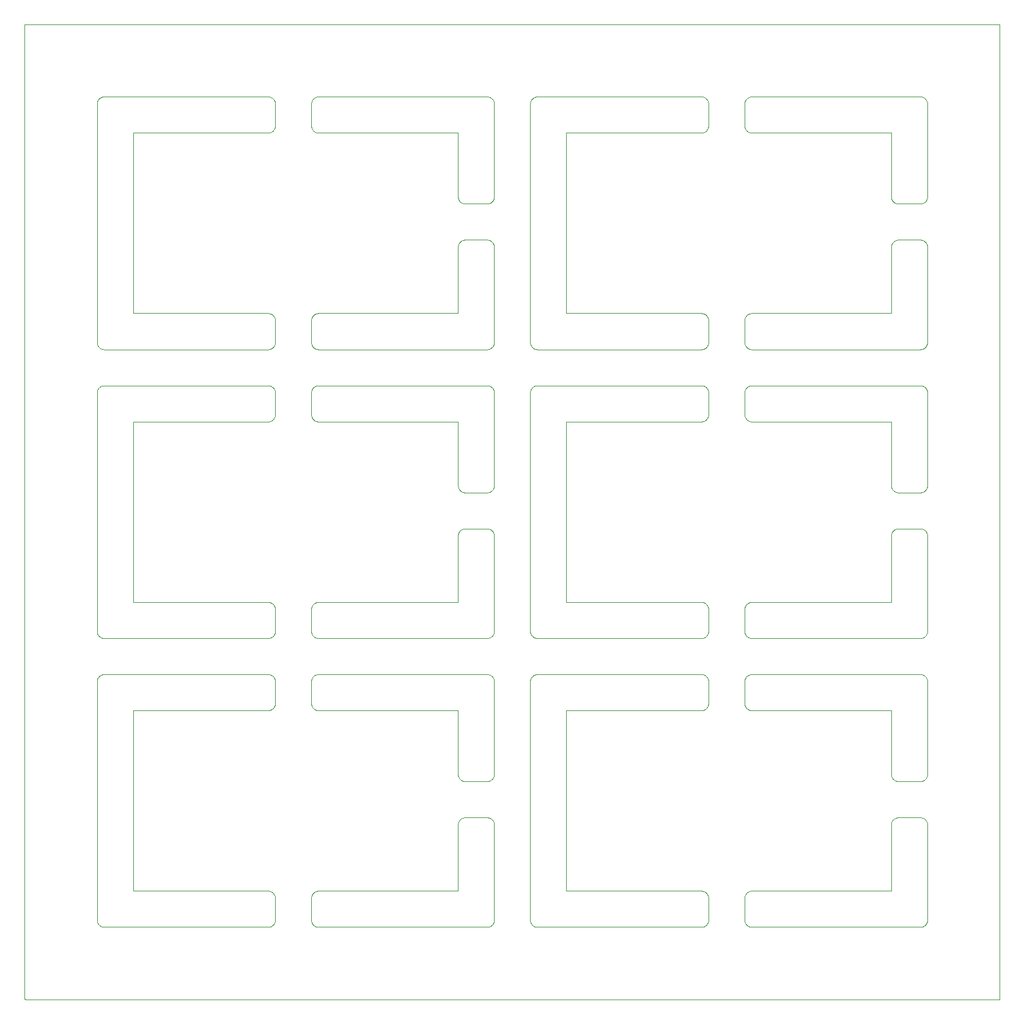
<source format=gbr>
G04 #@! TF.GenerationSoftware,KiCad,Pcbnew,7.0.7*
G04 #@! TF.CreationDate,2024-04-05T11:51:01+02:00*
G04 #@! TF.ProjectId,Versa_ECG_PPG_panel,56657273-615f-4454-9347-5f5050475f70,00*
G04 #@! TF.SameCoordinates,Original*
G04 #@! TF.FileFunction,Profile,NP*
%FSLAX46Y46*%
G04 Gerber Fmt 4.6, Leading zero omitted, Abs format (unit mm)*
G04 Created by KiCad (PCBNEW 7.0.7) date 2024-04-05 11:51:01*
%MOMM*%
%LPD*%
G01*
G04 APERTURE LIST*
G04 #@! TA.AperFunction,Profile*
%ADD10C,0.100000*%
G04 #@! TD*
G04 APERTURE END LIST*
D10*
X156007863Y-59999702D02*
X156008344Y-59999798D01*
X115321547Y-70224721D02*
X115358341Y-70256460D01*
X215996477Y-154997517D02*
X215996840Y-154997188D01*
X115458778Y-140361952D02*
X115488673Y-140400259D01*
X175653828Y-60749450D02*
X175664474Y-60796861D01*
X200998121Y-35004296D02*
X200997829Y-35003902D01*
X205297380Y-144957368D02*
X205250549Y-144970328D01*
X205203138Y-30019025D02*
X205250549Y-30029671D01*
X145155262Y-89838218D02*
X145203138Y-89846525D01*
X151702619Y-30042631D02*
X151749450Y-30029671D01*
X96001878Y-99995703D02*
X96002170Y-99996097D01*
X145107036Y-144995229D02*
X145058576Y-144998804D01*
X141029671Y-130576950D02*
X141042631Y-130530119D01*
X201439987Y-49994347D02*
X201481039Y-49968351D01*
X201796861Y-129846525D02*
X201844737Y-129838218D01*
X200999870Y-99991169D02*
X200999918Y-99990681D01*
X200987727Y-115000000D02*
X181673622Y-115000000D01*
X121432950Y-64970328D02*
X121386119Y-64957368D01*
X140996477Y-99997517D02*
X140996840Y-99997188D01*
X205833152Y-110439987D02*
X205859148Y-110481039D01*
X181386119Y-100042631D02*
X181432950Y-100029671D01*
X175027019Y-144942125D02*
X174980880Y-144957368D01*
X205476681Y-144883099D02*
X205433278Y-144904946D01*
X156006455Y-35000724D02*
X156006002Y-35000912D01*
X145904946Y-130394221D02*
X145924637Y-130438644D01*
X151749450Y-110029671D02*
X151796861Y-110019025D01*
X145989281Y-83982762D02*
X145980974Y-84030638D01*
X91892963Y-110004770D02*
X91941423Y-110001195D01*
X205476681Y-124710599D02*
X205433278Y-124732446D01*
X141990122Y-124827500D02*
X141941423Y-124826304D01*
X114838762Y-104989281D02*
X114790536Y-104995229D01*
X205942125Y-104343519D02*
X205924637Y-104388855D01*
X141481039Y-49968351D02*
X141523318Y-49944400D01*
X91481039Y-110140851D02*
X91523318Y-110116900D01*
X175608137Y-34388855D02*
X175588446Y-34433278D01*
X156005558Y-75001122D02*
X156005125Y-75001353D01*
X175160181Y-30116900D02*
X175202460Y-30140851D01*
X151029671Y-64250549D02*
X151019025Y-64203138D01*
X201702619Y-49870131D02*
X201749450Y-49857171D01*
X175321547Y-60224721D02*
X175358341Y-60256460D01*
X200991169Y-35000129D02*
X200990681Y-35000081D01*
X96006002Y-35000912D02*
X96005558Y-35001122D01*
X175682304Y-140941423D02*
X175683500Y-140990122D01*
X205107036Y-64995229D02*
X205058576Y-64998804D01*
X141075362Y-90438644D02*
X141095053Y-90394221D01*
X141224721Y-90189452D02*
X141256460Y-90152658D01*
X115672781Y-144155262D02*
X115664474Y-144203138D01*
X115027019Y-144942125D02*
X114980880Y-144957368D01*
X205883099Y-124304181D02*
X205859148Y-124346460D01*
X181206818Y-110116900D02*
X181250221Y-110095053D01*
X201042631Y-124124880D02*
X201029671Y-124078049D01*
X140999798Y-35008344D02*
X140999702Y-35007863D01*
X120726131Y-30702619D02*
X120741374Y-30656480D01*
X121008658Y-144743539D02*
X120973466Y-144710033D01*
X205924637Y-130438644D02*
X205942125Y-130483980D01*
X201892963Y-44822729D02*
X201844737Y-44816781D01*
X175243512Y-114833152D02*
X175202460Y-114859148D01*
X201000000Y-123837377D02*
X201000000Y-115012272D01*
X115672781Y-100844737D02*
X115678729Y-100892963D01*
X115358341Y-110256460D02*
X115393533Y-110289966D01*
X181528237Y-60010718D02*
X181576463Y-60004770D01*
X115566599Y-74476681D02*
X115542648Y-74518960D01*
X115358341Y-60256460D02*
X115393533Y-60289966D01*
X145833152Y-30439987D02*
X145859148Y-30481039D01*
X145924637Y-64388855D02*
X145904946Y-64433278D01*
X200995703Y-75001878D02*
X200995295Y-75001605D01*
X121386119Y-104957368D02*
X121339980Y-104942125D01*
X115160181Y-110116900D02*
X115202460Y-110140851D01*
X120758862Y-34388855D02*
X120741374Y-34343519D01*
X205805173Y-90227759D02*
X205833152Y-90267487D01*
X151990122Y-110000000D02*
X174693377Y-110000000D01*
X201361952Y-44602778D02*
X201325158Y-44571039D01*
X205203138Y-89846525D02*
X205250549Y-89857171D01*
X205518960Y-44686648D02*
X205476681Y-44710599D01*
X91029671Y-144250549D02*
X91019025Y-144203138D01*
X141844737Y-44816781D02*
X141796861Y-44808474D01*
X181624923Y-34998804D02*
X181576463Y-34995229D01*
X120741374Y-30656480D02*
X120758862Y-30611144D01*
X200994441Y-59998877D02*
X200994874Y-59998646D01*
X181294644Y-110075362D02*
X181339980Y-110057874D01*
X96000057Y-139990190D02*
X96000081Y-139990681D01*
X156000081Y-139990681D02*
X156000129Y-139991169D01*
X114693377Y-65000000D02*
X91990122Y-65000000D01*
X115682304Y-144058576D02*
X115678729Y-144107036D01*
X151844737Y-64989281D02*
X151796861Y-64980974D01*
X180778553Y-104433278D02*
X180758862Y-104388855D01*
X175588446Y-114433278D02*
X175566599Y-114476681D01*
X175608137Y-104388855D02*
X175588446Y-104433278D01*
X205203138Y-124808474D02*
X205155262Y-124816781D01*
X175516652Y-104560012D02*
X175488673Y-104599740D01*
X201611144Y-124752137D02*
X201566721Y-124732446D01*
X181480361Y-64980974D02*
X181432950Y-64970328D01*
X121339980Y-60057874D02*
X121386119Y-60042631D01*
X205388855Y-84752137D02*
X205343519Y-84769625D01*
X180800400Y-114476681D02*
X180778553Y-114433278D01*
X201095053Y-124260778D02*
X201075362Y-124216355D01*
X181008658Y-30256460D02*
X181045452Y-30224721D01*
X205924637Y-144388855D02*
X205904946Y-144433278D01*
X96002811Y-59996840D02*
X96003159Y-59997188D01*
X91029671Y-104250549D02*
X91019025Y-104203138D01*
X180726131Y-64297380D02*
X180713171Y-64250549D01*
X181528237Y-104989281D02*
X181480361Y-104980974D01*
X215996097Y-20002170D02*
X215995703Y-20001878D01*
X91010718Y-64155262D02*
X91004770Y-64107036D01*
X175427039Y-110325158D02*
X175458778Y-110361952D01*
X181045452Y-144775278D02*
X181008658Y-144743539D01*
X96002482Y-59996477D02*
X96002811Y-59996840D01*
X114742076Y-34998804D02*
X114693377Y-35000000D01*
X121528237Y-70010718D02*
X121576463Y-70004770D01*
X121008658Y-110256460D02*
X121045452Y-110224721D01*
X180939960Y-74674841D02*
X180908221Y-74638047D01*
X181386119Y-64957368D02*
X181339980Y-64942125D01*
X156002811Y-59996840D02*
X156003159Y-59997188D01*
X96001605Y-99995295D02*
X96001878Y-99995703D01*
X180741374Y-104343519D02*
X180726131Y-104297380D01*
X151029671Y-30749450D02*
X151042631Y-30702619D01*
X140999583Y-115007387D02*
X140999440Y-115006917D01*
X175488673Y-34599740D02*
X175458778Y-34638047D01*
X180713171Y-74250549D02*
X180702525Y-74203138D01*
X96000057Y-75009809D02*
X96000003Y-75012027D01*
X205388855Y-124752137D02*
X205343519Y-124769625D01*
X174980880Y-104957368D02*
X174934049Y-104970328D01*
X205883099Y-144476681D02*
X205859148Y-144518960D01*
X145710033Y-30289966D02*
X145743539Y-30325158D01*
X115116778Y-100095053D02*
X115160181Y-100116900D01*
X115678729Y-34107036D02*
X115672781Y-34155262D01*
X180684695Y-64058576D02*
X180683500Y-64009877D01*
X201001195Y-90768923D02*
X201004770Y-90720463D01*
X201656480Y-44769625D02*
X201611144Y-44752137D01*
X115653828Y-74250549D02*
X115640868Y-74297380D01*
X205805173Y-50227759D02*
X205833152Y-50267487D01*
X96000201Y-35008344D02*
X96000129Y-35008830D01*
X115683500Y-144009877D02*
X115682304Y-144058576D01*
X215993997Y-20000912D02*
X215993544Y-20000724D01*
X200997188Y-139996840D02*
X200997517Y-139996477D01*
X145805173Y-110400259D02*
X145833152Y-110439987D01*
X181045452Y-100224721D02*
X181083759Y-100194826D01*
X175488673Y-60400259D02*
X175516652Y-60439987D01*
X205957368Y-64297380D02*
X205942125Y-64343519D01*
X96000003Y-115012027D02*
X96000000Y-115012272D01*
X145388855Y-44752137D02*
X145343519Y-44769625D01*
X115488673Y-74599740D02*
X115458778Y-74638047D01*
X145560012Y-84660652D02*
X145518960Y-84686648D01*
X205775278Y-64638047D02*
X205743539Y-64674841D01*
X151116900Y-144476681D02*
X151095053Y-144433278D01*
X201656480Y-89885374D02*
X201702619Y-89870131D01*
X114790536Y-110004770D02*
X114838762Y-110010718D01*
X205805173Y-84427240D02*
X205775278Y-84465547D01*
X175488673Y-110400259D02*
X175516652Y-110439987D01*
X200996097Y-59997829D02*
X200996477Y-59997517D01*
X120908221Y-110361952D02*
X120939960Y-110325158D01*
X215994874Y-154998646D02*
X215995295Y-154998394D01*
X114790536Y-74995229D02*
X114742076Y-74998804D01*
X175488673Y-70400259D02*
X175516652Y-70439987D01*
X121164539Y-144859148D02*
X121123487Y-144833152D01*
X141325158Y-130083960D02*
X141361952Y-130052221D01*
X96000559Y-35006917D02*
X96000416Y-35007387D01*
X181206818Y-34883099D02*
X181164539Y-34859148D01*
X91611144Y-70075362D02*
X91656480Y-70057874D01*
X201075362Y-124216355D02*
X201057874Y-124171019D01*
X201325158Y-84571039D02*
X201289966Y-84537533D01*
X156000057Y-75009809D02*
X156000003Y-75012027D01*
X205989281Y-123982762D02*
X205980974Y-124030638D01*
X205805173Y-64599740D02*
X205775278Y-64638047D01*
X140998394Y-59995295D02*
X140998646Y-59994874D01*
X145388855Y-110075362D02*
X145433278Y-110095053D01*
X145743539Y-144674841D02*
X145710033Y-144710033D01*
X174693377Y-105000000D02*
X151990122Y-105000000D01*
X146000000Y-43837377D02*
X145998804Y-43886076D01*
X141000000Y-43837377D02*
X141000000Y-35012272D01*
X140994441Y-59998877D02*
X140994874Y-59998646D01*
X180850347Y-110439987D02*
X180878326Y-110400259D01*
X120758862Y-30611144D02*
X120778553Y-30566721D01*
X145343519Y-64942125D02*
X145297380Y-64957368D01*
X115682304Y-110941423D02*
X115683500Y-110990122D01*
X151566721Y-30095053D02*
X151611144Y-30075362D01*
X200998877Y-59994441D02*
X200999087Y-59993997D01*
X115588446Y-60566721D02*
X115608137Y-60611144D01*
X205518960Y-70140851D02*
X205560012Y-70166847D01*
X175542648Y-140481039D02*
X175566599Y-140523318D01*
X151001195Y-144058576D02*
X151000000Y-144009877D01*
X206000000Y-110990122D02*
X206000000Y-123837377D01*
X115393533Y-104710033D02*
X115358341Y-104743539D01*
X200996840Y-115002811D02*
X200996477Y-115002482D01*
X114693377Y-145000000D02*
X91990122Y-145000000D01*
X96001122Y-99994441D02*
X96001353Y-99994874D01*
X151075362Y-64388855D02*
X151057874Y-64343519D01*
X96008830Y-115000129D02*
X96008344Y-115000201D01*
X156003902Y-139997829D02*
X156004296Y-139998121D01*
X174693377Y-100000000D02*
X174742076Y-100001195D01*
X140999583Y-35007387D02*
X140999440Y-35006917D01*
X200996477Y-115002482D02*
X200996097Y-115002170D01*
X96003902Y-75002170D02*
X96003522Y-75002482D01*
X205518960Y-104859148D02*
X205476681Y-104883099D01*
X141361952Y-44602778D02*
X141325158Y-44571039D01*
X205957368Y-144297380D02*
X205942125Y-144343519D01*
X145638047Y-64775278D02*
X145599740Y-64805173D01*
X114838762Y-70010718D02*
X114886638Y-70019025D01*
X180713171Y-64250549D02*
X180702525Y-64203138D01*
X201400259Y-44632673D02*
X201361952Y-44602778D01*
X91892963Y-104995229D02*
X91844737Y-104989281D01*
X145599740Y-84632673D02*
X145560012Y-84660652D01*
X141004770Y-50720463D02*
X141010718Y-50672237D01*
X175682304Y-110941423D02*
X175683500Y-110990122D01*
X120688270Y-64107036D02*
X120684695Y-64058576D01*
X81008344Y-20000201D02*
X81007863Y-20000297D01*
X115283240Y-64805173D02*
X115243512Y-64833152D01*
X140998877Y-75005558D02*
X140998646Y-75005125D01*
X175202460Y-64859148D02*
X175160181Y-64883099D01*
X151194826Y-110400259D02*
X151224721Y-110361952D01*
X121123487Y-104833152D02*
X121083759Y-104805173D01*
X180800400Y-144476681D02*
X180778553Y-144433278D01*
X140995295Y-99998394D02*
X140995703Y-99998121D01*
X91166847Y-144560012D02*
X91140851Y-144518960D01*
X145995229Y-50720463D02*
X145998804Y-50768923D01*
X120741374Y-104343519D02*
X120726131Y-104297380D01*
X140999087Y-35006002D02*
X140998877Y-35005558D01*
X180908221Y-110361952D02*
X180939960Y-110325158D01*
X120683500Y-64009877D02*
X120683500Y-60990122D01*
X91749450Y-104970328D02*
X91702619Y-104957368D01*
X91029671Y-70749450D02*
X91042631Y-70702619D01*
X145560012Y-89994347D02*
X145599740Y-90022326D01*
X181008658Y-60256460D02*
X181045452Y-60224721D01*
X205942125Y-50483980D02*
X205957368Y-50530119D01*
X121432950Y-70029671D02*
X121480361Y-70019025D01*
X115393533Y-144710033D02*
X115358341Y-144743539D01*
X175516652Y-64560012D02*
X175488673Y-64599740D01*
X81006002Y-154999087D02*
X81006455Y-154999275D01*
X151361952Y-104775278D02*
X151325158Y-104743539D01*
X145942125Y-70656480D02*
X145957368Y-70702619D01*
X91194826Y-30400259D02*
X91224721Y-30361952D01*
X120973466Y-100289966D02*
X121008658Y-100256460D01*
X145710033Y-44537533D02*
X145674841Y-44571039D01*
X114693377Y-75000000D02*
X96012272Y-75000000D01*
X156008830Y-35000129D02*
X156008344Y-35000201D01*
X205518960Y-49968351D02*
X205560012Y-49994347D01*
X81005558Y-154998877D02*
X81006002Y-154999087D01*
X91941423Y-110001195D02*
X91990122Y-110000000D01*
X140990681Y-35000081D02*
X140990190Y-35000057D01*
X201029671Y-50576950D02*
X201042631Y-50530119D01*
X141611144Y-89902862D02*
X141656480Y-89885374D01*
X145058576Y-30001195D02*
X145107036Y-30004770D01*
X156005558Y-139998877D02*
X156006002Y-139999087D01*
X200991169Y-115000129D02*
X200990681Y-115000081D01*
X180758862Y-64388855D02*
X180741374Y-64343519D01*
X151400259Y-144805173D02*
X151361952Y-144775278D01*
X180973466Y-30289966D02*
X181008658Y-30256460D01*
X200992136Y-35000297D02*
X200991655Y-35000201D01*
X141019025Y-50624361D02*
X141029671Y-50576950D01*
X91844737Y-70010718D02*
X91892963Y-70004770D01*
X201256460Y-130152658D02*
X201289966Y-130117466D01*
X205058576Y-124826304D02*
X205009877Y-124827500D01*
X91289966Y-30289966D02*
X91325158Y-30256460D01*
X91057874Y-70656480D02*
X91075362Y-70611144D01*
X175072355Y-140075362D02*
X175116778Y-140095053D01*
X141941423Y-89828695D02*
X141990122Y-89827500D01*
X175283240Y-70194826D02*
X175321547Y-70224721D01*
X181673622Y-60000000D02*
X200987727Y-60000000D01*
X180908221Y-70361952D02*
X180939960Y-70325158D01*
X140997829Y-75003902D02*
X140997517Y-75003522D01*
X175427039Y-104674841D02*
X175393533Y-104710033D01*
X156002482Y-115003522D02*
X156002170Y-115003902D01*
X115588446Y-104433278D02*
X115566599Y-104476681D01*
X156002170Y-59996097D02*
X156002482Y-59996477D01*
X96009318Y-115000081D02*
X96008830Y-115000129D01*
X145638047Y-110224721D02*
X145674841Y-110256460D01*
X175202460Y-110140851D02*
X175243512Y-110166847D01*
X81012272Y-155000000D02*
X215987727Y-155000000D01*
X115393533Y-114710033D02*
X115358341Y-114743539D01*
X145638047Y-70224721D02*
X145674841Y-70256460D01*
X145904946Y-64433278D02*
X145883099Y-64476681D01*
X121250221Y-100095053D02*
X121294644Y-100075362D01*
X145995229Y-123934536D02*
X145989281Y-123982762D01*
X200992612Y-99999583D02*
X200993082Y-99999440D01*
X120758862Y-60611144D02*
X120778553Y-60566721D01*
X200998877Y-139994441D02*
X200999087Y-139993997D01*
X115283240Y-74805173D02*
X115243512Y-74833152D01*
X145297380Y-89870131D02*
X145343519Y-89885374D01*
X205107036Y-49832270D02*
X205155262Y-49838218D01*
X121008658Y-70256460D02*
X121045452Y-70224721D01*
X140990681Y-99999918D02*
X140991169Y-99999870D01*
X141566721Y-89922553D02*
X141611144Y-89902862D01*
X181432950Y-114970328D02*
X181386119Y-114957368D01*
X115321547Y-140224721D02*
X115358341Y-140256460D01*
X115640868Y-30702619D02*
X115653828Y-30749450D01*
X145883099Y-124304181D02*
X145859148Y-124346460D01*
X180726131Y-144297380D02*
X180713171Y-144250549D01*
X156006917Y-59999440D02*
X156007387Y-59999583D01*
X180758862Y-30611144D02*
X180778553Y-30566721D01*
X200999996Y-59987972D02*
X201000000Y-59987727D01*
X115608137Y-74388855D02*
X115588446Y-74433278D01*
X201990122Y-49827500D02*
X205009877Y-49827500D01*
X206000000Y-123837377D02*
X205998804Y-123886076D01*
X145433278Y-84732446D02*
X145388855Y-84752137D01*
X145942125Y-50483980D02*
X145957368Y-50530119D01*
X120939960Y-34674841D02*
X120908221Y-34638047D01*
X175393533Y-70289966D02*
X175427039Y-70325158D01*
X115488673Y-70400259D02*
X115516652Y-70439987D01*
X91019025Y-144203138D02*
X91010718Y-144155262D01*
X151224721Y-64638047D02*
X151194826Y-64599740D01*
X175116778Y-30095053D02*
X175160181Y-30116900D01*
X174980880Y-140042631D02*
X175027019Y-140057874D01*
X180741374Y-30656480D02*
X180758862Y-30611144D01*
X91796861Y-64980974D02*
X91749450Y-64970328D01*
X120850347Y-70439987D02*
X120878326Y-70400259D01*
X96003522Y-35002482D02*
X96003159Y-35002811D01*
X156001353Y-139994874D02*
X156001605Y-139995295D01*
X200999275Y-139993544D02*
X200999440Y-139993082D01*
X205904946Y-110566721D02*
X205924637Y-110611144D01*
X140997188Y-115003159D02*
X140996840Y-115002811D01*
X91749450Y-70029671D02*
X91796861Y-70019025D01*
X81000000Y-20012272D02*
X81000000Y-154987727D01*
X145433278Y-89922553D02*
X145476681Y-89944400D01*
X200997517Y-75003522D02*
X200997188Y-75003159D01*
X145904946Y-144433278D02*
X145883099Y-144476681D01*
X175588446Y-144433278D02*
X175566599Y-144476681D01*
X115027019Y-64942125D02*
X114980880Y-64957368D01*
X200999275Y-35006455D02*
X200999087Y-35006002D01*
X120688270Y-74107036D02*
X120684695Y-74058576D01*
X145674841Y-110256460D02*
X145710033Y-110289966D01*
X215999275Y-20006455D02*
X215999087Y-20006002D01*
X140992612Y-139999583D02*
X140993082Y-139999440D01*
X200998121Y-99995703D02*
X200998394Y-99995295D01*
X145107036Y-64995229D02*
X145058576Y-64998804D01*
X141566721Y-49922553D02*
X141611144Y-49902862D01*
X91075362Y-110611144D02*
X91095053Y-110566721D01*
X205775278Y-30361952D02*
X205805173Y-30400259D01*
X205775278Y-70361952D02*
X205805173Y-70400259D01*
X200996477Y-59997517D02*
X200996840Y-59997188D01*
X175516652Y-114560012D02*
X175488673Y-114599740D01*
X181045452Y-60224721D02*
X181083759Y-60194826D01*
X140993082Y-139999440D02*
X140993544Y-139999275D01*
X175358341Y-60256460D02*
X175393533Y-60289966D01*
X141289966Y-50117466D02*
X141325158Y-50083960D01*
X91140851Y-110481039D02*
X91166847Y-110439987D01*
X201004770Y-83934536D02*
X201001195Y-83886076D01*
X114742076Y-104998804D02*
X114693377Y-105000000D01*
X175683500Y-60990122D02*
X175683500Y-64009877D01*
X201075362Y-50438644D02*
X201095053Y-50394221D01*
X140987972Y-75000003D02*
X140987727Y-75000000D01*
X156004704Y-75001605D02*
X156004296Y-75001878D01*
X114742076Y-30001195D02*
X114790536Y-30004770D01*
X151439987Y-70166847D02*
X151481039Y-70140851D01*
X200999942Y-99990190D02*
X200999996Y-99987972D01*
X91941423Y-30001195D02*
X91990122Y-30000000D01*
X140995295Y-139998394D02*
X140995703Y-139998121D01*
X174693377Y-65000000D02*
X151990122Y-65000000D01*
X141004770Y-123934536D02*
X141001195Y-123886076D01*
X201566721Y-129922553D02*
X201611144Y-129902862D01*
X120684695Y-34058576D02*
X120683500Y-34009877D01*
X96000003Y-75012027D02*
X96000000Y-75012272D01*
X81012027Y-20000003D02*
X81009809Y-20000057D01*
X140999087Y-75006002D02*
X140998877Y-75005558D01*
X96006002Y-115000912D02*
X96005558Y-115001122D01*
X114693377Y-110000000D02*
X114742076Y-110001195D01*
X120688270Y-114107036D02*
X120684695Y-114058576D01*
X115653828Y-110749450D02*
X115664474Y-110796861D01*
X151224721Y-104638047D02*
X151194826Y-104599740D01*
X205155262Y-84816781D02*
X205107036Y-84822729D01*
X205009877Y-110000000D02*
X205058576Y-110001195D01*
X141439987Y-44660652D02*
X141400259Y-44632673D01*
X151325158Y-110256460D02*
X151361952Y-110224721D01*
X141140851Y-84346460D02*
X141116900Y-84304181D01*
X121045452Y-104775278D02*
X121008658Y-104743539D01*
X201361952Y-84602778D02*
X201325158Y-84571039D01*
X120908221Y-60361952D02*
X120939960Y-60325158D01*
X91010718Y-110844737D02*
X91019025Y-110796861D01*
X205155262Y-30010718D02*
X205203138Y-30019025D01*
X120702525Y-34203138D02*
X120694218Y-34155262D01*
X145859148Y-124346460D02*
X145833152Y-124387512D01*
X96001122Y-139994441D02*
X96001353Y-139994874D01*
X145560012Y-44660652D02*
X145518960Y-44686648D01*
X140999942Y-75009809D02*
X140999942Y-75009809D01*
X156009318Y-115000081D02*
X156008830Y-115000129D01*
X145970328Y-110749450D02*
X145980974Y-110796861D01*
X180939960Y-144674841D02*
X180908221Y-144638047D01*
X156001878Y-59995703D02*
X156002170Y-59996097D01*
X205743539Y-110325158D02*
X205775278Y-110361952D01*
X145998804Y-90768923D02*
X146000000Y-90817622D01*
X121339980Y-144942125D02*
X121294644Y-144924637D01*
X151749450Y-144970328D02*
X151702619Y-144957368D01*
X151361952Y-144775278D02*
X151325158Y-144743539D01*
X205343519Y-49885374D02*
X205388855Y-49902862D01*
X91224721Y-70361952D02*
X91256460Y-70325158D01*
X205250549Y-104970328D02*
X205203138Y-104980974D01*
X145942125Y-44171019D02*
X145924637Y-44216355D01*
X156004296Y-99998121D02*
X156004704Y-99998394D01*
X205957368Y-130530119D02*
X205970328Y-130576950D01*
X205998804Y-50768923D02*
X206000000Y-50817622D01*
X145883099Y-44304181D02*
X145859148Y-44346460D01*
X145107036Y-44822729D02*
X145058576Y-44826304D01*
X201224721Y-44465547D02*
X201194826Y-44427240D01*
X180800400Y-70523318D02*
X180824351Y-70481039D01*
X115160181Y-114883099D02*
X115116778Y-114904946D01*
X145518960Y-84686648D02*
X145476681Y-84710599D01*
X180741374Y-114343519D02*
X180726131Y-114297380D01*
X200998646Y-75005125D02*
X200998394Y-75004704D01*
X115608137Y-114388855D02*
X115588446Y-114433278D01*
X200990190Y-99999942D02*
X200990190Y-99999942D01*
X115678729Y-114107036D02*
X115672781Y-114155262D01*
X156003902Y-75002170D02*
X156003522Y-75002482D01*
X140995295Y-75001605D02*
X140994874Y-75001353D01*
X120800400Y-144476681D02*
X120778553Y-144433278D01*
X141010718Y-130672237D02*
X141019025Y-130624361D01*
X91656480Y-104942125D02*
X91611144Y-104924637D01*
X200993082Y-99999440D02*
X200993544Y-99999275D01*
X91481039Y-70140851D02*
X91523318Y-70116900D01*
X200991655Y-139999798D02*
X200992136Y-139999702D01*
X140996097Y-139997829D02*
X140996477Y-139997517D01*
X205009877Y-84827500D02*
X201990122Y-84827500D01*
X205998804Y-144058576D02*
X205995229Y-144107036D01*
X151000000Y-64009877D02*
X151000000Y-30990122D01*
X175321547Y-64775278D02*
X175283240Y-64805173D01*
X205989281Y-104155262D02*
X205980974Y-104203138D01*
X151194826Y-64599740D02*
X151166847Y-64560012D01*
X205710033Y-84537533D02*
X205674841Y-84571039D01*
X96001605Y-75004704D02*
X96001353Y-75005125D01*
X201029671Y-90576950D02*
X201042631Y-90530119D01*
X181480361Y-74980974D02*
X181432950Y-74970328D01*
X156000003Y-35012027D02*
X156000000Y-35012272D01*
X145009877Y-145000000D02*
X121673622Y-145000000D01*
X145942125Y-144343519D02*
X145924637Y-144388855D01*
X175625625Y-104343519D02*
X175608137Y-104388855D01*
X200994874Y-75001353D02*
X200994441Y-75001122D01*
X180973466Y-70289966D02*
X181008658Y-70256460D01*
X181576463Y-104995229D02*
X181528237Y-104989281D01*
X145107036Y-124822729D02*
X145058576Y-124826304D01*
X114886638Y-140019025D02*
X114934049Y-140029671D01*
X181045452Y-64775278D02*
X181008658Y-64743539D01*
X201000000Y-83837377D02*
X201000000Y-75012272D01*
X96000201Y-139991655D02*
X96000297Y-139992136D01*
X141194826Y-84427240D02*
X141166847Y-84387512D01*
X115640868Y-60702619D02*
X115653828Y-60749450D01*
X121386119Y-64957368D02*
X121339980Y-64942125D01*
X205743539Y-70325158D02*
X205775278Y-70361952D01*
X180850347Y-64560012D02*
X180824351Y-64518960D01*
X81003159Y-20002811D02*
X81002811Y-20003159D01*
X115625625Y-74343519D02*
X115608137Y-74388855D01*
X181480361Y-34980974D02*
X181432950Y-34970328D01*
X205998804Y-90768923D02*
X206000000Y-90817622D01*
X174934049Y-144970328D02*
X174886638Y-144980974D01*
X91481039Y-144859148D02*
X91439987Y-144833152D01*
X91001195Y-104058576D02*
X91000000Y-104009877D01*
X140997829Y-59996097D02*
X140998121Y-59995703D01*
X175625625Y-74343519D02*
X175608137Y-74388855D01*
X145518960Y-49968351D02*
X145560012Y-49994347D01*
X175116778Y-110095053D02*
X175160181Y-110116900D01*
X156000003Y-139987972D02*
X156000057Y-139990190D01*
X121083759Y-104805173D02*
X121045452Y-104775278D01*
X175027019Y-100057874D02*
X175072355Y-100075362D01*
X156000559Y-59993082D02*
X156000724Y-59993544D01*
X114934049Y-30029671D02*
X114980880Y-30042631D01*
X215999087Y-154993997D02*
X215999275Y-154993544D01*
X145388855Y-30075362D02*
X145433278Y-30095053D01*
X201000000Y-99987727D02*
X201000000Y-90817622D01*
X200994441Y-99998877D02*
X200994874Y-99998646D01*
X115678729Y-100892963D02*
X115682304Y-100941423D01*
X175664474Y-110796861D02*
X175672781Y-110844737D01*
X205833152Y-130267487D02*
X205859148Y-130308539D01*
X205155262Y-70010718D02*
X205203138Y-70019025D01*
X140998121Y-59995703D02*
X140998394Y-59995295D01*
X205674841Y-130083960D02*
X205710033Y-130117466D01*
X96009809Y-75000057D02*
X96009318Y-75000081D01*
X140997829Y-139996097D02*
X140998121Y-139995703D01*
X180778553Y-60566721D02*
X180800400Y-60523318D01*
X181164539Y-110140851D02*
X181206818Y-110116900D01*
X205805173Y-30400259D02*
X205833152Y-30439987D01*
X151439987Y-144833152D02*
X151400259Y-144805173D01*
X181339980Y-110057874D02*
X181386119Y-110042631D01*
X140991169Y-99999870D02*
X140991655Y-99999798D01*
X121083759Y-64805173D02*
X121045452Y-64775278D01*
X156000724Y-139993544D02*
X156000912Y-139993997D01*
X145476681Y-49944400D02*
X145518960Y-49968351D01*
X141941423Y-129828695D02*
X141990122Y-129827500D01*
X120824351Y-144518960D02*
X120800400Y-144476681D01*
X180778553Y-114433278D02*
X180758862Y-114388855D01*
X120726131Y-110702619D02*
X120741374Y-110656480D01*
X140996477Y-115002482D02*
X140996097Y-115002170D01*
X156000297Y-75007863D02*
X156000201Y-75008344D01*
X96002811Y-115003159D02*
X96002482Y-115003522D01*
X201010718Y-50672237D02*
X201019025Y-50624361D01*
X151325158Y-30256460D02*
X151361952Y-30224721D01*
X201481039Y-44686648D02*
X201439987Y-44660652D01*
X201702619Y-44784868D02*
X201656480Y-44769625D01*
X201029671Y-84078049D02*
X201019025Y-84030638D01*
X120824351Y-60481039D02*
X120850347Y-60439987D01*
X145009877Y-49827500D02*
X145058576Y-49828695D01*
X121432950Y-30029671D02*
X121480361Y-30019025D01*
X215999870Y-20008830D02*
X215999798Y-20008344D01*
X120683500Y-30990122D02*
X120684695Y-30941423D01*
X145883099Y-90350818D02*
X145904946Y-90394221D01*
X201166847Y-90267487D02*
X201194826Y-90227759D01*
X141439987Y-84660652D02*
X141400259Y-84632673D01*
X145957368Y-130530119D02*
X145970328Y-130576950D01*
X205433278Y-104904946D02*
X205388855Y-104924637D01*
X140999275Y-139993544D02*
X140999440Y-139993082D01*
X205957368Y-50530119D02*
X205970328Y-50576950D01*
X81009809Y-154999942D02*
X81012027Y-154999996D01*
X200999942Y-35009809D02*
X200999942Y-35009809D01*
X115542648Y-34518960D02*
X115516652Y-34560012D01*
X115458778Y-100361952D02*
X115488673Y-100400259D01*
X180908221Y-64638047D02*
X180878326Y-64599740D01*
X81008830Y-20000129D02*
X81008344Y-20000201D01*
X140987972Y-115000003D02*
X140987727Y-115000000D01*
X96012272Y-60000000D02*
X114693377Y-60000000D01*
X205009877Y-44827500D02*
X201990122Y-44827500D01*
X180713171Y-60749450D02*
X180726131Y-60702619D01*
X175358341Y-140256460D02*
X175393533Y-140289966D01*
X151256460Y-64674841D02*
X151224721Y-64638047D01*
X201400259Y-124632673D02*
X201361952Y-124602778D01*
X115427039Y-74674841D02*
X115393533Y-74710033D01*
X91892963Y-70004770D02*
X91941423Y-70001195D01*
X180694218Y-60844737D02*
X180702525Y-60796861D01*
X180683500Y-74009877D02*
X180683500Y-70990122D01*
X175672781Y-110844737D02*
X175678729Y-110892963D01*
X81001605Y-154995295D02*
X81001878Y-154995703D01*
X205343519Y-64942125D02*
X205297380Y-64957368D01*
X96002482Y-99996477D02*
X96002811Y-99996840D01*
X115672781Y-64155262D02*
X115664474Y-64203138D01*
X140999942Y-35009809D02*
X140999942Y-35009809D01*
X181673622Y-75000000D02*
X181624923Y-74998804D01*
X120741374Y-34343519D02*
X120726131Y-34297380D01*
X140992612Y-75000416D02*
X140992136Y-75000297D01*
X205743539Y-84502341D02*
X205710033Y-84537533D01*
X145058576Y-144998804D02*
X145009877Y-145000000D01*
X145904946Y-30566721D02*
X145924637Y-30611144D01*
X151325158Y-104743539D02*
X151289966Y-104710033D01*
X180824351Y-60481039D02*
X180850347Y-60439987D01*
X174934049Y-140029671D02*
X174980880Y-140042631D01*
X145250549Y-70029671D02*
X145297380Y-70042631D01*
X120688270Y-144107036D02*
X120684695Y-144058576D01*
X120688270Y-60892963D02*
X120694218Y-60844737D01*
X141439987Y-89994347D02*
X141481039Y-89968351D01*
X156012272Y-115000000D02*
X156012027Y-115000003D01*
X180683500Y-114009877D02*
X180683500Y-110990122D01*
X96000559Y-59993082D02*
X96000724Y-59993544D01*
X81001878Y-154995703D02*
X81002170Y-154996097D01*
X151004770Y-144107036D02*
X151001195Y-144058576D01*
X215999798Y-154991655D02*
X215999870Y-154991169D01*
X145775278Y-70361952D02*
X145805173Y-70400259D01*
X201042631Y-130530119D02*
X201057874Y-130483980D01*
X140995295Y-115001605D02*
X140994874Y-115001353D01*
X120800400Y-114476681D02*
X120778553Y-114433278D01*
X201010718Y-130672237D02*
X201019025Y-130624361D01*
X145859148Y-30481039D02*
X145883099Y-30523318D01*
X115672781Y-70844737D02*
X115678729Y-70892963D01*
X156002170Y-35003902D02*
X156001878Y-35004296D01*
X205859148Y-50308539D02*
X205883099Y-50350818D01*
X151941423Y-70001195D02*
X151990122Y-70000000D01*
X205599740Y-104805173D02*
X205560012Y-104833152D01*
X145058576Y-70001195D02*
X145107036Y-70004770D01*
X181008658Y-34743539D02*
X180973466Y-34710033D01*
X180758862Y-70611144D02*
X180778553Y-70566721D01*
X141611144Y-129902862D02*
X141656480Y-129885374D01*
X145433278Y-124732446D02*
X145388855Y-124752137D01*
X140999942Y-115009809D02*
X140999918Y-115009318D01*
X175458778Y-100361952D02*
X175488673Y-100400259D01*
X151095053Y-110566721D02*
X151116900Y-110523318D01*
X201289966Y-130117466D02*
X201325158Y-130083960D01*
X180850347Y-30439987D02*
X180878326Y-30400259D01*
X145599740Y-30194826D02*
X145638047Y-30224721D01*
X115427039Y-114674841D02*
X115393533Y-114710033D01*
X181576463Y-114995229D02*
X181528237Y-114989281D01*
X175488673Y-104599740D02*
X175458778Y-104638047D01*
X156006002Y-59999087D02*
X156006455Y-59999275D01*
X145805173Y-44427240D02*
X145775278Y-44465547D01*
X215999583Y-154992612D02*
X215999702Y-154992136D01*
X151004770Y-64107036D02*
X151001195Y-64058576D01*
X114838762Y-64989281D02*
X114790536Y-64995229D01*
X205009877Y-124827500D02*
X201990122Y-124827500D01*
X115321547Y-64775278D02*
X115283240Y-64805173D01*
X174693377Y-140000000D02*
X174742076Y-140001195D01*
X175672781Y-74155262D02*
X175664474Y-74203138D01*
X180939960Y-110325158D02*
X180973466Y-110289966D01*
X145476681Y-30116900D02*
X145518960Y-30140851D01*
X205155262Y-64989281D02*
X205107036Y-64995229D01*
X115358341Y-64743539D02*
X115321547Y-64775278D01*
X215995703Y-154998121D02*
X215996097Y-154997829D01*
X151796861Y-30019025D02*
X151844737Y-30010718D01*
X200994441Y-35001122D02*
X200993997Y-35000912D01*
X96000912Y-59993997D02*
X96001122Y-59994441D01*
X115683500Y-110990122D02*
X115683500Y-114009877D01*
X145599740Y-124632673D02*
X145560012Y-124660652D01*
X175683500Y-114009877D02*
X175682304Y-114058576D01*
X181123487Y-100166847D02*
X181164539Y-100140851D01*
X140993997Y-139999087D02*
X140994441Y-139998877D01*
X81000003Y-154987972D02*
X81000057Y-154990190D01*
X115488673Y-64599740D02*
X115458778Y-64638047D01*
X175358341Y-110256460D02*
X175393533Y-110289966D01*
X140997517Y-59996477D02*
X140997829Y-59996097D01*
X115027019Y-30057874D02*
X115072355Y-30075362D01*
X201140851Y-84346460D02*
X201116900Y-84304181D01*
X156000724Y-99993544D02*
X156000912Y-99993997D01*
X205743539Y-104674841D02*
X205710033Y-104710033D01*
X175683500Y-104009877D02*
X175682304Y-104058576D01*
X175488673Y-140400259D02*
X175516652Y-140439987D01*
X120758862Y-74388855D02*
X120741374Y-74343519D01*
X175321547Y-140224721D02*
X175358341Y-140256460D01*
X91019025Y-104203138D02*
X91010718Y-104155262D01*
X181008658Y-70256460D02*
X181045452Y-70224721D01*
X141140851Y-124346460D02*
X141116900Y-124304181D01*
X205710033Y-144710033D02*
X205674841Y-144743539D01*
X200998877Y-99994441D02*
X200999087Y-99993997D01*
X114693377Y-105000000D02*
X91990122Y-105000000D01*
X115488673Y-144599740D02*
X115458778Y-144638047D01*
X145775278Y-104638047D02*
X145743539Y-104674841D01*
X200998646Y-139994874D02*
X200998877Y-139994441D01*
X96006455Y-115000724D02*
X96006002Y-115000912D01*
X121045452Y-64775278D02*
X121008658Y-64743539D01*
X145805173Y-50227759D02*
X145833152Y-50267487D01*
X96008830Y-139999870D02*
X96009318Y-139999918D01*
X151523318Y-104883099D02*
X151481039Y-104859148D01*
X200990190Y-59999942D02*
X200990681Y-59999918D01*
X115683500Y-70990122D02*
X115683500Y-74009877D01*
X91990122Y-105000000D02*
X91941423Y-104998804D01*
X175488673Y-144599740D02*
X175458778Y-144638047D01*
X201289966Y-44537533D02*
X201256460Y-44502341D01*
X175458778Y-64638047D02*
X175427039Y-64674841D01*
X175625625Y-114343519D02*
X175608137Y-114388855D01*
X115672781Y-140844737D02*
X115678729Y-140892963D01*
X156000297Y-35007863D02*
X156000201Y-35008344D01*
X200987972Y-115000003D02*
X200987727Y-115000000D01*
X181624923Y-30001195D02*
X181673622Y-30000000D01*
X140998121Y-35004296D02*
X140997829Y-35003902D01*
X96006002Y-139999087D02*
X96006455Y-139999275D01*
X205775278Y-84465547D02*
X205743539Y-84502341D01*
X115243512Y-34833152D02*
X115202460Y-34859148D01*
X145250549Y-49857171D02*
X145297380Y-49870131D01*
X156000000Y-35012272D02*
X156000000Y-59987727D01*
X121673622Y-115000000D02*
X121624923Y-114998804D01*
X205107036Y-84822729D02*
X205058576Y-84826304D01*
X180800400Y-74476681D02*
X180778553Y-74433278D01*
X180726131Y-74297380D02*
X180713171Y-74250549D01*
X205883099Y-70523318D02*
X205904946Y-70566721D01*
X121576463Y-60004770D02*
X121624923Y-60001195D01*
X175542648Y-100481039D02*
X175566599Y-100523318D01*
X91439987Y-144833152D02*
X91400259Y-144805173D01*
X121432950Y-34970328D02*
X121386119Y-34957368D01*
X180778553Y-100566721D02*
X180800400Y-100523318D01*
X120713171Y-64250549D02*
X120702525Y-64203138D01*
X180908221Y-104638047D02*
X180878326Y-104599740D01*
X151566721Y-70095053D02*
X151611144Y-70075362D01*
X175393533Y-64710033D02*
X175358341Y-64743539D01*
X145203138Y-104980974D02*
X145155262Y-104989281D01*
X205980974Y-124030638D02*
X205970328Y-124078049D01*
X175321547Y-30224721D02*
X175358341Y-30256460D01*
X156006917Y-99999440D02*
X156007387Y-99999583D01*
X205433278Y-89922553D02*
X205476681Y-89944400D01*
X175664474Y-100796861D02*
X175672781Y-100844737D01*
X141656480Y-124769625D02*
X141611144Y-124752137D01*
X181045452Y-110224721D02*
X181083759Y-110194826D01*
X121386119Y-140042631D02*
X121432950Y-140029671D01*
X115427039Y-144674841D02*
X115393533Y-144710033D01*
X115027019Y-114942125D02*
X114980880Y-114957368D01*
X121250221Y-64904946D02*
X121206818Y-64883099D01*
X115427039Y-34674841D02*
X115393533Y-34710033D01*
X140994874Y-75001353D02*
X140994441Y-75001122D01*
X96000000Y-35012272D02*
X96000000Y-59987727D01*
X156001122Y-115005558D02*
X156000912Y-115006002D01*
X151010718Y-70844737D02*
X151019025Y-70796861D01*
X141029671Y-50576950D02*
X141042631Y-50530119D01*
X200987727Y-100000000D02*
X200987972Y-99999996D01*
X151566721Y-110095053D02*
X151611144Y-110075362D01*
X181250221Y-34904946D02*
X181206818Y-34883099D01*
X181294644Y-104924637D02*
X181250221Y-104904946D01*
X120778553Y-100566721D02*
X120800400Y-100523318D01*
X115588446Y-144433278D02*
X115566599Y-144476681D01*
X201019025Y-124030638D02*
X201010718Y-123982762D01*
X201325158Y-90083960D02*
X201361952Y-90052221D01*
X141004770Y-130720463D02*
X141010718Y-130672237D01*
X156008344Y-99999798D02*
X156008830Y-99999870D01*
X96000559Y-115006917D02*
X96000416Y-115007387D01*
X205775278Y-130189452D02*
X205805173Y-130227759D01*
X141116900Y-130350818D02*
X141140851Y-130308539D01*
X180878326Y-70400259D02*
X180908221Y-70361952D01*
X140999702Y-115007863D02*
X140999583Y-115007387D01*
X145904946Y-110566721D02*
X145924637Y-110611144D01*
X174742076Y-104998804D02*
X174693377Y-105000000D01*
X146000000Y-70990122D02*
X146000000Y-83837377D01*
X156004704Y-59998394D02*
X156005125Y-59998646D01*
X181250221Y-104904946D02*
X181206818Y-104883099D01*
X96012027Y-75000003D02*
X96009809Y-75000057D01*
X145674841Y-84571039D02*
X145638047Y-84602778D01*
X115682304Y-60941423D02*
X115683500Y-60990122D01*
X120973466Y-74710033D02*
X120939960Y-74674841D01*
X81008830Y-154999870D02*
X81009318Y-154999918D01*
X200999440Y-35006917D02*
X200999275Y-35006455D01*
X141166847Y-50267487D02*
X141194826Y-50227759D01*
X181164539Y-64859148D02*
X181123487Y-64833152D01*
X115653828Y-140749450D02*
X115664474Y-140796861D01*
X174934049Y-74970328D02*
X174886638Y-74980974D01*
X156000724Y-59993544D02*
X156000912Y-59993997D01*
X174693377Y-30000000D02*
X174742076Y-30001195D01*
X96003159Y-115002811D02*
X96002811Y-115003159D01*
X145833152Y-64560012D02*
X145805173Y-64599740D01*
X175542648Y-104518960D02*
X175516652Y-104560012D01*
X181339980Y-140057874D02*
X181386119Y-140042631D01*
X205518960Y-129968351D02*
X205560012Y-129994347D01*
X114742076Y-64998804D02*
X114693377Y-65000000D01*
X175393533Y-144710033D02*
X175358341Y-144743539D01*
X200998394Y-99995295D02*
X200998646Y-99994874D01*
X156002482Y-139996477D02*
X156002811Y-139996840D01*
X205058576Y-89828695D02*
X205107036Y-89832270D01*
X96000297Y-59992136D02*
X96000416Y-59992612D01*
X146000000Y-144009877D02*
X145998804Y-144058576D01*
X175608137Y-114388855D02*
X175588446Y-114433278D01*
X141000000Y-35012272D02*
X140999996Y-35012027D01*
X156000416Y-35007387D02*
X156000297Y-35007863D01*
X96004704Y-75001605D02*
X96004296Y-75001878D01*
X200990681Y-35000081D02*
X200990190Y-35000057D01*
X205058576Y-44826304D02*
X205009877Y-44827500D01*
X115116778Y-104904946D02*
X115072355Y-104924637D01*
X215991655Y-20000201D02*
X215991169Y-20000129D01*
X180758862Y-74388855D02*
X180741374Y-74343519D01*
X181250221Y-100095053D02*
X181294644Y-100075362D01*
X175458778Y-110361952D02*
X175488673Y-110400259D01*
X151439987Y-64833152D02*
X151400259Y-64805173D01*
X205250549Y-110029671D02*
X205297380Y-110042631D01*
X145058576Y-84826304D02*
X145009877Y-84827500D01*
X96003902Y-99997829D02*
X96004296Y-99998121D01*
X115625625Y-110656480D02*
X115640868Y-110702619D01*
X201749450Y-84797828D02*
X201702619Y-84784868D01*
X141749450Y-129857171D02*
X141796861Y-129846525D01*
X96004704Y-115001605D02*
X96004296Y-115001878D01*
X115664474Y-144203138D02*
X115653828Y-144250549D01*
X145710033Y-104710033D02*
X145674841Y-104743539D01*
X180908221Y-30361952D02*
X180939960Y-30325158D01*
X115027019Y-70057874D02*
X115072355Y-70075362D01*
X121123487Y-114833152D02*
X121083759Y-114805173D01*
X180973466Y-34710033D02*
X180939960Y-34674841D01*
X181206818Y-64883099D02*
X181164539Y-64859148D01*
X206000000Y-30990122D02*
X206000000Y-43837377D01*
X145743539Y-84502341D02*
X145710033Y-84537533D01*
X145107036Y-129832270D02*
X145155262Y-129838218D01*
X175683500Y-74009877D02*
X175682304Y-74058576D01*
X200993997Y-139999087D02*
X200994441Y-139998877D01*
X201796861Y-124808474D02*
X201749450Y-124797828D01*
X121123487Y-144833152D02*
X121083759Y-144805173D01*
X200999870Y-115008830D02*
X200999798Y-115008344D01*
X141194826Y-44427240D02*
X141166847Y-44387512D01*
X96003159Y-75002811D02*
X96002811Y-75003159D01*
X201325158Y-44571039D02*
X201289966Y-44537533D01*
X215993082Y-20000559D02*
X215992612Y-20000416D01*
X175116778Y-70095053D02*
X175160181Y-70116900D01*
X181386119Y-114957368D02*
X181339980Y-114942125D01*
X140998121Y-115004296D02*
X140997829Y-115003902D01*
X205924637Y-64388855D02*
X205904946Y-64433278D01*
X180878326Y-110400259D02*
X180908221Y-110361952D01*
X181528237Y-140010718D02*
X181576463Y-140004770D01*
X141256460Y-44502341D02*
X141224721Y-44465547D01*
X145980974Y-50624361D02*
X145989281Y-50672237D01*
X205833152Y-144560012D02*
X205805173Y-144599740D01*
X96001878Y-35004296D02*
X96001605Y-35004704D01*
X91400259Y-64805173D02*
X91361952Y-64775278D01*
X200987727Y-75000000D02*
X181673622Y-75000000D01*
X175027019Y-74942125D02*
X174980880Y-74957368D01*
X121480361Y-114980974D02*
X121432950Y-114970328D01*
X205009877Y-30000000D02*
X205058576Y-30001195D01*
X181480361Y-110019025D02*
X181528237Y-110010718D01*
X145924637Y-124216355D02*
X145904946Y-124260778D01*
X140998394Y-75004704D02*
X140998121Y-75004296D01*
X200996097Y-75002170D02*
X200995703Y-75001878D01*
X201116900Y-84304181D02*
X201095053Y-84260778D01*
X91042631Y-70702619D02*
X91057874Y-70656480D01*
X81002811Y-20003159D02*
X81002482Y-20003522D01*
X175678729Y-60892963D02*
X175682304Y-60941423D01*
X151010718Y-30844737D02*
X151019025Y-30796861D01*
X140991169Y-139999870D02*
X140991655Y-139999798D01*
X121164539Y-114859148D02*
X121123487Y-114833152D01*
X175683500Y-140990122D02*
X175683500Y-144009877D01*
X156004296Y-139998121D02*
X156004704Y-139998394D01*
X120713171Y-144250549D02*
X120702525Y-144203138D01*
X140998646Y-75005125D02*
X140998394Y-75004704D01*
X215994441Y-20001122D02*
X215993997Y-20000912D01*
X115608137Y-140611144D02*
X115625625Y-140656480D01*
X201523318Y-49944400D02*
X201566721Y-49922553D01*
X175427039Y-70325158D02*
X175458778Y-70361952D01*
X180683500Y-140990122D02*
X180684695Y-140941423D01*
X145250549Y-129857171D02*
X145297380Y-129870131D01*
X174980880Y-100042631D02*
X175027019Y-100057874D01*
X201941423Y-89828695D02*
X201990122Y-89827500D01*
X91702619Y-144957368D02*
X91656480Y-144942125D01*
X141702619Y-84784868D02*
X141656480Y-84769625D01*
X151941423Y-30001195D02*
X151990122Y-30000000D01*
X115678729Y-104107036D02*
X115672781Y-104155262D01*
X121045452Y-30224721D02*
X121083759Y-30194826D01*
X180908221Y-100361952D02*
X180939960Y-100325158D01*
X91057874Y-30656480D02*
X91075362Y-30611144D01*
X145998804Y-50768923D02*
X146000000Y-50817622D01*
X140994874Y-59998646D02*
X140995295Y-59998394D01*
X205155262Y-110010718D02*
X205203138Y-110019025D01*
X145924637Y-104388855D02*
X145904946Y-104433278D01*
X156001878Y-115004296D02*
X156001605Y-115004704D01*
X96003902Y-35002170D02*
X96003522Y-35002482D01*
X181480361Y-60019025D02*
X181528237Y-60010718D01*
X145980974Y-64203138D02*
X145970328Y-64250549D01*
X140992136Y-59999702D02*
X140992612Y-59999583D01*
X114934049Y-34970328D02*
X114886638Y-34980974D01*
X145433278Y-64904946D02*
X145388855Y-64924637D01*
X114790536Y-100004770D02*
X114838762Y-100010718D01*
X140997829Y-99996097D02*
X140998121Y-99995703D01*
X145155262Y-49838218D02*
X145203138Y-49846525D01*
X181432950Y-110029671D02*
X181480361Y-110019025D01*
X96009809Y-139999942D02*
X96012027Y-139999996D01*
X141749450Y-49857171D02*
X141796861Y-49846525D01*
X175393533Y-140289966D02*
X175427039Y-140325158D01*
X145743539Y-64674841D02*
X145710033Y-64710033D01*
X140998394Y-35004704D02*
X140998121Y-35004296D01*
X81000081Y-154990681D02*
X81000129Y-154991169D01*
X91566721Y-104904946D02*
X91523318Y-104883099D01*
X201892963Y-129832270D02*
X201941423Y-129828695D01*
X205942125Y-90483980D02*
X205957368Y-90530119D01*
X140999798Y-59991655D02*
X140999870Y-59991169D01*
X200999087Y-35006002D02*
X200998877Y-35005558D01*
X96009318Y-75000081D02*
X96008830Y-75000129D01*
X175682304Y-104058576D02*
X175678729Y-104107036D01*
X151116900Y-30523318D02*
X151140851Y-30481039D01*
X141844737Y-89838218D02*
X141892963Y-89832270D01*
X156000129Y-59991169D02*
X156000201Y-59991655D01*
X205970328Y-104250549D02*
X205957368Y-104297380D01*
X145970328Y-30749450D02*
X145980974Y-30796861D01*
X205883099Y-130350818D02*
X205904946Y-130394221D01*
X145476681Y-70116900D02*
X145518960Y-70140851D01*
X215992612Y-20000416D02*
X215992136Y-20000297D01*
X151400259Y-64805173D02*
X151361952Y-64775278D01*
X205343519Y-44769625D02*
X205297380Y-44784868D01*
X205433278Y-30095053D02*
X205476681Y-30116900D01*
X200993082Y-75000559D02*
X200992612Y-75000416D01*
X180684695Y-100941423D02*
X180688270Y-100892963D01*
X201400259Y-130022326D02*
X201439987Y-129994347D01*
X205599740Y-84632673D02*
X205560012Y-84660652D01*
X81002482Y-20003522D02*
X81002170Y-20003902D01*
X115672781Y-104155262D02*
X115664474Y-104203138D01*
X114980880Y-60042631D02*
X115027019Y-60057874D01*
X120850347Y-104560012D02*
X120824351Y-104518960D01*
X201656480Y-49885374D02*
X201702619Y-49870131D01*
X145743539Y-50152658D02*
X145775278Y-50189452D01*
X120878326Y-144599740D02*
X120850347Y-144560012D01*
X145743539Y-30325158D02*
X145775278Y-30361952D01*
X201523318Y-44710599D02*
X201481039Y-44686648D01*
X201289966Y-50117466D02*
X201325158Y-50083960D01*
X205433278Y-144904946D02*
X205388855Y-144924637D01*
X145859148Y-104518960D02*
X145833152Y-104560012D01*
X200990681Y-139999918D02*
X200991169Y-139999870D01*
X206000000Y-130817622D02*
X206000000Y-144009877D01*
X175321547Y-100224721D02*
X175358341Y-100256460D01*
X120741374Y-144343519D02*
X120726131Y-144297380D01*
X91256460Y-30325158D02*
X91289966Y-30289966D01*
X156005125Y-99998646D02*
X156005558Y-99998877D01*
X115516652Y-104560012D02*
X115488673Y-104599740D01*
X200992612Y-75000416D02*
X200992136Y-75000297D01*
X91361952Y-70224721D02*
X91400259Y-70194826D01*
X206000000Y-104009877D02*
X205998804Y-104058576D01*
X200999918Y-75009318D02*
X200999870Y-75008830D01*
X205710033Y-90117466D02*
X205743539Y-90152658D01*
X145970328Y-90576950D02*
X145980974Y-90624361D01*
X151611144Y-104924637D02*
X151566721Y-104904946D01*
X200999870Y-35008830D02*
X200999798Y-35008344D01*
X201749450Y-44797828D02*
X201702619Y-44784868D01*
X215998877Y-20005558D02*
X215998646Y-20005125D01*
X180939960Y-100325158D02*
X180973466Y-100289966D01*
X205203138Y-70019025D02*
X205250549Y-70029671D01*
X145343519Y-84769625D02*
X145297380Y-84784868D01*
X140992136Y-75000297D02*
X140991655Y-75000201D01*
X181432950Y-30029671D02*
X181480361Y-30019025D01*
X175116778Y-144904946D02*
X175072355Y-144924637D01*
X140999702Y-75007863D02*
X140999583Y-75007387D01*
X115542648Y-114518960D02*
X115516652Y-114560012D01*
X156000081Y-115009318D02*
X156000057Y-115009809D01*
X201656480Y-124769625D02*
X201611144Y-124752137D01*
X121294644Y-64924637D02*
X121250221Y-64904946D01*
X175160181Y-60116900D02*
X175202460Y-60140851D01*
X151057874Y-144343519D02*
X151042631Y-144297380D01*
X140998646Y-35005125D02*
X140998394Y-35004704D01*
X181673622Y-105000000D02*
X181624923Y-104998804D01*
X215991655Y-154999798D02*
X215992136Y-154999702D01*
X151844737Y-30010718D02*
X151892963Y-30004770D01*
X91702619Y-70042631D02*
X91749450Y-70029671D01*
X175672781Y-140844737D02*
X175678729Y-140892963D01*
X181339980Y-114942125D02*
X181294644Y-114924637D01*
X141656480Y-84769625D02*
X141611144Y-84752137D01*
X114886638Y-114980974D02*
X114838762Y-114989281D01*
X121339980Y-34942125D02*
X121294644Y-34924637D01*
X121339980Y-104942125D02*
X121294644Y-104924637D01*
X156000057Y-59990190D02*
X156000081Y-59990681D01*
X96006917Y-75000559D02*
X96006455Y-75000724D01*
X205743539Y-50152658D02*
X205775278Y-50189452D01*
X200993997Y-35000912D02*
X200993544Y-35000724D01*
X115427039Y-140325158D02*
X115458778Y-140361952D01*
X115283240Y-104805173D02*
X115243512Y-104833152D01*
X175625625Y-110656480D02*
X175640868Y-110702619D01*
X215990681Y-20000081D02*
X215990190Y-20000057D01*
X181008658Y-144743539D02*
X180973466Y-144710033D01*
X215987972Y-20000003D02*
X215987727Y-20000000D01*
X180702525Y-140796861D02*
X180713171Y-140749450D01*
X175072355Y-114924637D02*
X175027019Y-114942125D01*
X115321547Y-60224721D02*
X115358341Y-60256460D01*
X120726131Y-70702619D02*
X120741374Y-70656480D01*
X120713171Y-30749450D02*
X120726131Y-30702619D01*
X91611144Y-110075362D02*
X91656480Y-110057874D01*
X141000000Y-99987727D02*
X141000000Y-90817622D01*
X121528237Y-30010718D02*
X121576463Y-30004770D01*
X115283240Y-144805173D02*
X115243512Y-144833152D01*
X175678729Y-100892963D02*
X175682304Y-100941423D01*
X115027019Y-140057874D02*
X115072355Y-140075362D01*
X115202460Y-70140851D02*
X115243512Y-70166847D01*
X114693377Y-35000000D02*
X96012272Y-35000000D01*
X180741374Y-110656480D02*
X180758862Y-110611144D01*
X151844737Y-104989281D02*
X151796861Y-104980974D01*
X145743539Y-44502341D02*
X145710033Y-44537533D01*
X180702525Y-110796861D02*
X180713171Y-110749450D01*
X81003902Y-154997829D02*
X81004296Y-154998121D01*
X181673622Y-35000000D02*
X181624923Y-34998804D01*
X151095053Y-64433278D02*
X151075362Y-64388855D01*
X215999942Y-20009809D02*
X215999918Y-20009318D01*
X174790536Y-64995229D02*
X174742076Y-64998804D01*
X145942125Y-30656480D02*
X145957368Y-30702619D01*
X156002170Y-139996097D02*
X156002482Y-139996477D01*
X156000912Y-75006002D02*
X156000724Y-75006455D01*
X200992612Y-59999583D02*
X200993082Y-59999440D01*
X145009877Y-65000000D02*
X121673622Y-65000000D01*
X140997517Y-99996477D02*
X140997829Y-99996097D01*
X156000559Y-75006917D02*
X156000416Y-75007387D01*
X141000000Y-50817622D02*
X141001195Y-50768923D01*
X145775278Y-30361952D02*
X145805173Y-30400259D01*
X120850347Y-100439987D02*
X120878326Y-100400259D01*
X115608137Y-30611144D02*
X115625625Y-30656480D01*
X91116900Y-110523318D02*
X91140851Y-110481039D01*
X140990681Y-59999918D02*
X140991169Y-59999870D01*
X174742076Y-64998804D02*
X174693377Y-65000000D01*
X180850347Y-144560012D02*
X180824351Y-144518960D01*
X114790536Y-64995229D02*
X114742076Y-64998804D01*
X205833152Y-64560012D02*
X205805173Y-64599740D01*
X201095053Y-84260778D02*
X201075362Y-84216355D01*
X121528237Y-114989281D02*
X121480361Y-114980974D01*
X151656480Y-110057874D02*
X151702619Y-110042631D01*
X145883099Y-130350818D02*
X145904946Y-130394221D01*
X205904946Y-70566721D02*
X205924637Y-70611144D01*
X145710033Y-90117466D02*
X145743539Y-90152658D01*
X180908221Y-144638047D02*
X180878326Y-144599740D01*
X156001353Y-75005125D02*
X156001122Y-75005558D01*
X201140851Y-124346460D02*
X201116900Y-124304181D01*
X115566599Y-60523318D02*
X115588446Y-60566721D01*
X140996097Y-75002170D02*
X140995703Y-75001878D01*
X141990122Y-89827500D02*
X145009877Y-89827500D01*
X145560012Y-110166847D02*
X145599740Y-110194826D01*
X141256460Y-50152658D02*
X141289966Y-50117466D01*
X175321547Y-110224721D02*
X175358341Y-110256460D01*
X140996097Y-115002170D02*
X140995703Y-115001878D01*
X145980974Y-30796861D02*
X145989281Y-30844737D01*
X205009877Y-70000000D02*
X205058576Y-70001195D01*
X180824351Y-144518960D02*
X180800400Y-144476681D01*
X180694218Y-64155262D02*
X180688270Y-64107036D01*
X205203138Y-44808474D02*
X205155262Y-44816781D01*
X145998804Y-110941423D02*
X146000000Y-110990122D01*
X141481039Y-44686648D02*
X141439987Y-44660652D01*
X145805173Y-70400259D02*
X145833152Y-70439987D01*
X175672781Y-114155262D02*
X175664474Y-114203138D01*
X181624923Y-70001195D02*
X181673622Y-70000000D01*
X140999918Y-99990681D02*
X140999942Y-99990190D01*
X201019025Y-50624361D02*
X201029671Y-50576950D01*
X205924637Y-104388855D02*
X205904946Y-104433278D01*
X201075362Y-90438644D02*
X201095053Y-90394221D01*
X121164539Y-110140851D02*
X121206818Y-110116900D01*
X120741374Y-140656480D02*
X120758862Y-140611144D01*
X156000057Y-99990190D02*
X156000081Y-99990681D01*
X201400259Y-50022326D02*
X201439987Y-49994347D01*
X91075362Y-64388855D02*
X91057874Y-64343519D01*
X181008658Y-114743539D02*
X180973466Y-114710033D01*
X96008344Y-99999798D02*
X96008830Y-99999870D01*
X140987727Y-75000000D02*
X121673622Y-75000000D01*
X145743539Y-104674841D02*
X145710033Y-104710033D01*
X141749450Y-84797828D02*
X141702619Y-84784868D01*
X91400259Y-70194826D02*
X91439987Y-70166847D01*
X141439987Y-124660652D02*
X141400259Y-124632673D01*
X121576463Y-64995229D02*
X121528237Y-64989281D01*
X174790536Y-34995229D02*
X174742076Y-34998804D01*
X205743539Y-124502341D02*
X205710033Y-124537533D01*
X181164539Y-104859148D02*
X181123487Y-104833152D01*
X200993544Y-75000724D02*
X200993082Y-75000559D01*
X120741374Y-64343519D02*
X120726131Y-64297380D01*
X205743539Y-144674841D02*
X205710033Y-144710033D01*
X121339980Y-64942125D02*
X121294644Y-64924637D01*
X175458778Y-144638047D02*
X175427039Y-144674841D01*
X200999996Y-139987972D02*
X201000000Y-139987727D01*
X206000000Y-90817622D02*
X206000000Y-104009877D01*
X121045452Y-110224721D02*
X121083759Y-110194826D01*
X181339980Y-60057874D02*
X181386119Y-60042631D01*
X120702525Y-110796861D02*
X120713171Y-110749450D01*
X91702619Y-110042631D02*
X91749450Y-110029671D01*
X156008344Y-139999798D02*
X156008830Y-139999870D01*
X181250221Y-30095053D02*
X181294644Y-30075362D01*
X96012272Y-100000000D02*
X114693377Y-100000000D01*
X174980880Y-60042631D02*
X175027019Y-60057874D01*
X121083759Y-114805173D02*
X121045452Y-114775278D01*
X81000129Y-154991169D02*
X81000201Y-154991655D01*
X200999440Y-99993082D02*
X200999583Y-99992612D01*
X140999870Y-115008830D02*
X140999798Y-115008344D01*
X180973466Y-110289966D02*
X181008658Y-110256460D01*
X145957368Y-124124880D02*
X145942125Y-124171019D01*
X120758862Y-70611144D02*
X120778553Y-70566721D01*
X96000081Y-115009318D02*
X96000057Y-115009809D01*
X201702619Y-124784868D02*
X201656480Y-124769625D01*
X156004296Y-75001878D02*
X156003902Y-75002170D01*
X201990122Y-89827500D02*
X205009877Y-89827500D01*
X175202460Y-104859148D02*
X175160181Y-104883099D01*
X205388855Y-70075362D02*
X205433278Y-70095053D01*
X151116900Y-64476681D02*
X151095053Y-64433278D01*
X120878326Y-140400259D02*
X120908221Y-140361952D01*
X151523318Y-30116900D02*
X151566721Y-30095053D01*
X151004770Y-30892963D02*
X151010718Y-30844737D01*
X121576463Y-34995229D02*
X121528237Y-34989281D01*
X120758862Y-140611144D02*
X120778553Y-140566721D01*
X215994874Y-20001353D02*
X215994441Y-20001122D01*
X96012272Y-115000000D02*
X96012027Y-115000003D01*
X181294644Y-64924637D02*
X181250221Y-64904946D01*
X81004704Y-20001605D02*
X81004296Y-20001878D01*
X145998804Y-43886076D02*
X145995229Y-43934536D01*
X140999942Y-59990190D02*
X140999996Y-59987972D01*
X121206818Y-104883099D02*
X121164539Y-104859148D01*
X145883099Y-70523318D02*
X145904946Y-70566721D01*
X180878326Y-114599740D02*
X180850347Y-114560012D01*
X156005558Y-115001122D02*
X156005125Y-115001353D01*
X114934049Y-64970328D02*
X114886638Y-64980974D01*
X156000297Y-115007863D02*
X156000201Y-115008344D01*
X115243512Y-70166847D02*
X115283240Y-70194826D01*
X181528237Y-74989281D02*
X181480361Y-74980974D01*
X96002170Y-59996097D02*
X96002482Y-59996477D01*
X115516652Y-30439987D02*
X115542648Y-30481039D01*
X175588446Y-100566721D02*
X175608137Y-100611144D01*
X200993997Y-59999087D02*
X200994441Y-59998877D01*
X200995703Y-35001878D02*
X200995295Y-35001605D01*
X120778553Y-60566721D02*
X120800400Y-60523318D01*
X200997829Y-59996097D02*
X200998121Y-59995703D01*
X140997188Y-139996840D02*
X140997517Y-139996477D01*
X145883099Y-50350818D02*
X145904946Y-50394221D01*
X174693377Y-145000000D02*
X151990122Y-145000000D01*
X91029671Y-110749450D02*
X91042631Y-110702619D01*
X156002811Y-75003159D02*
X156002482Y-75003522D01*
X145980974Y-130624361D02*
X145989281Y-130672237D01*
X156009809Y-139999942D02*
X156012027Y-139999996D01*
X140994441Y-115001122D02*
X140993997Y-115000912D01*
X141042631Y-124124880D02*
X141029671Y-124078049D01*
X200995295Y-139998394D02*
X200995703Y-139998121D01*
X201325158Y-124571039D02*
X201289966Y-124537533D01*
X181480361Y-140019025D02*
X181528237Y-140010718D01*
X181528237Y-30010718D02*
X181576463Y-30004770D01*
X140998877Y-115005558D02*
X140998646Y-115005125D01*
X201000000Y-75012272D02*
X200999996Y-75012027D01*
X200998877Y-75005558D02*
X200998646Y-75005125D01*
X121008658Y-140256460D02*
X121045452Y-140224721D01*
X96000912Y-115006002D02*
X96000724Y-115006455D01*
X156003902Y-99997829D02*
X156004296Y-99998121D01*
X205476681Y-104883099D02*
X205433278Y-104904946D01*
X200999918Y-99990681D02*
X200999942Y-99990190D01*
X121164539Y-34859148D02*
X121123487Y-34833152D01*
X96008344Y-115000201D02*
X96007863Y-115000297D01*
X181576463Y-74995229D02*
X181528237Y-74989281D01*
X115625625Y-114343519D02*
X115608137Y-114388855D01*
X156009318Y-139999918D02*
X156009809Y-139999942D01*
X156008830Y-139999870D02*
X156009318Y-139999918D01*
X180758862Y-114388855D02*
X180741374Y-114343519D01*
X120726131Y-34297380D02*
X120713171Y-34250549D01*
X115283240Y-100194826D02*
X115321547Y-100224721D01*
X141075362Y-50438644D02*
X141095053Y-50394221D01*
X156002482Y-35003522D02*
X156002170Y-35003902D01*
X121624923Y-104998804D02*
X121576463Y-104995229D01*
X201075362Y-84216355D02*
X201057874Y-84171019D01*
X115664474Y-140796861D02*
X115672781Y-140844737D01*
X145970328Y-64250549D02*
X145957368Y-64297380D01*
X180688270Y-100892963D02*
X180694218Y-100844737D01*
X180684695Y-74058576D02*
X180683500Y-74009877D01*
X201611144Y-49902862D02*
X201656480Y-49885374D01*
X215995295Y-20001605D02*
X215994874Y-20001353D01*
X91702619Y-104957368D02*
X91656480Y-104942125D01*
X91166847Y-104560012D02*
X91140851Y-104518960D01*
X200990190Y-59999942D02*
X200990190Y-59999942D01*
X175664474Y-70796861D02*
X175672781Y-70844737D01*
X91439987Y-64833152D02*
X91400259Y-64805173D01*
X96006455Y-139999275D02*
X96006917Y-139999440D01*
X201166847Y-44387512D02*
X201140851Y-44346460D01*
X200999870Y-75008830D02*
X200999798Y-75008344D01*
X156007863Y-139999702D02*
X156008344Y-139999798D01*
X151000000Y-144009877D02*
X151000000Y-110990122D01*
X115243512Y-110166847D02*
X115283240Y-110194826D01*
X121206818Y-100116900D02*
X121250221Y-100095053D01*
X180694218Y-30844737D02*
X180702525Y-30796861D01*
X201844737Y-44816781D02*
X201796861Y-44808474D01*
X181206818Y-74883099D02*
X181164539Y-74859148D01*
X115640868Y-34297380D02*
X115625625Y-34343519D01*
X115588446Y-30566721D02*
X115608137Y-30611144D01*
X141010718Y-50672237D02*
X141019025Y-50624361D01*
X115458778Y-30361952D02*
X115488673Y-30400259D01*
X121008658Y-114743539D02*
X120973466Y-114710033D01*
X151057874Y-110656480D02*
X151075362Y-110611144D01*
X145674841Y-124571039D02*
X145638047Y-124602778D01*
X91566721Y-70095053D02*
X91611144Y-70075362D01*
X205805173Y-144599740D02*
X205775278Y-144638047D01*
X121624923Y-60001195D02*
X121673622Y-60000000D01*
X115458778Y-60361952D02*
X115488673Y-60400259D01*
X96000201Y-99991655D02*
X96000297Y-99992136D01*
X151325158Y-144743539D02*
X151289966Y-144710033D01*
X205388855Y-110075362D02*
X205433278Y-110095053D01*
X115625625Y-64343519D02*
X115608137Y-64388855D01*
X120694218Y-140844737D02*
X120702525Y-140796861D01*
X81005125Y-154998646D02*
X81005558Y-154998877D01*
X96000081Y-59990681D02*
X96000129Y-59991169D01*
X120850347Y-60439987D02*
X120878326Y-60400259D01*
X200997188Y-115003159D02*
X200996840Y-115002811D01*
X175488673Y-30400259D02*
X175516652Y-30439987D01*
X145433278Y-44732446D02*
X145388855Y-44752137D01*
X200997829Y-75003902D02*
X200997517Y-75003522D01*
X175516652Y-30439987D02*
X175542648Y-30481039D01*
X115683500Y-140990122D02*
X115683500Y-144009877D01*
X200997517Y-139996477D02*
X200997829Y-139996097D01*
X156006002Y-139999087D02*
X156006455Y-139999275D01*
X115283240Y-114805173D02*
X115243512Y-114833152D01*
X145599740Y-144805173D02*
X145560012Y-144833152D01*
X181339980Y-64942125D02*
X181294644Y-64924637D01*
X115427039Y-64674841D02*
X115393533Y-64710033D01*
X120694218Y-74155262D02*
X120688270Y-74107036D01*
X91990122Y-30000000D02*
X114693377Y-30000000D01*
X145989281Y-43982762D02*
X145980974Y-44030638D01*
X156009809Y-99999942D02*
X156012027Y-99999996D01*
X175116778Y-104904946D02*
X175072355Y-104924637D01*
X91116900Y-64476681D02*
X91095053Y-64433278D01*
X121294644Y-34924637D02*
X121250221Y-34904946D01*
X156009318Y-75000081D02*
X156008830Y-75000129D01*
X121480361Y-30019025D02*
X121528237Y-30010718D01*
X156000000Y-115012272D02*
X156000000Y-139987727D01*
X205674841Y-144743539D02*
X205638047Y-144775278D01*
X200999702Y-139992136D02*
X200999798Y-139991655D01*
X174886638Y-74980974D02*
X174838762Y-74989281D01*
X201289966Y-84537533D02*
X201256460Y-84502341D01*
X96005558Y-75001122D02*
X96005125Y-75001353D01*
X215998121Y-20004296D02*
X215997829Y-20003902D01*
X141289966Y-44537533D02*
X141256460Y-44502341D01*
X156000129Y-75008830D02*
X156000081Y-75009318D01*
X180683500Y-110990122D02*
X180684695Y-110941423D01*
X141194826Y-130227759D02*
X141224721Y-130189452D01*
X81005558Y-20001122D02*
X81005125Y-20001353D01*
X201010718Y-83982762D02*
X201004770Y-83934536D01*
X205250549Y-84797828D02*
X205203138Y-84808474D01*
X115588446Y-100566721D02*
X115608137Y-100611144D01*
X121294644Y-70075362D02*
X121339980Y-70057874D01*
X145560012Y-144833152D02*
X145518960Y-144859148D01*
X120726131Y-74297380D02*
X120713171Y-74250549D01*
X121083759Y-100194826D02*
X121123487Y-100166847D01*
X145957368Y-90530119D02*
X145970328Y-90576950D01*
X120973466Y-30289966D02*
X121008658Y-30256460D01*
X151019025Y-144203138D02*
X151010718Y-144155262D01*
X175160181Y-74883099D02*
X175116778Y-74904946D01*
X140999440Y-139993082D02*
X140999583Y-139992612D01*
X91439987Y-104833152D02*
X91400259Y-104805173D01*
X115672781Y-34155262D02*
X115664474Y-34203138D01*
X91749450Y-144970328D02*
X91702619Y-144957368D01*
X114934049Y-74970328D02*
X114886638Y-74980974D01*
X151140851Y-64518960D02*
X151116900Y-64476681D01*
X200999087Y-99993997D02*
X200999275Y-99993544D01*
X180973466Y-100289966D02*
X181008658Y-100256460D01*
X140997517Y-139996477D02*
X140997829Y-139996097D01*
X91523318Y-30116900D02*
X91566721Y-30095053D01*
X141095053Y-130394221D02*
X141116900Y-130350818D01*
X181294644Y-100075362D02*
X181339980Y-100057874D01*
X175427039Y-114674841D02*
X175393533Y-114710033D01*
X200996477Y-75002482D02*
X200996097Y-75002170D01*
X140996477Y-59997517D02*
X140996840Y-59997188D01*
X175458778Y-74638047D02*
X175427039Y-74674841D01*
X115116778Y-30095053D02*
X115160181Y-30116900D01*
X140995703Y-35001878D02*
X140995295Y-35001605D01*
X200999087Y-59993997D02*
X200999275Y-59993544D01*
X120878326Y-110400259D02*
X120908221Y-110361952D01*
X151075362Y-110611144D02*
X151095053Y-110566721D01*
X114886638Y-64980974D02*
X114838762Y-64989281D01*
X115243512Y-114833152D02*
X115202460Y-114859148D01*
X201116900Y-90350818D02*
X201140851Y-90308539D01*
X96009809Y-35000057D02*
X96009809Y-35000057D01*
X114980880Y-70042631D02*
X115027019Y-70057874D01*
X205942125Y-70656480D02*
X205957368Y-70702619D01*
X114886638Y-74980974D02*
X114838762Y-74989281D01*
X140995703Y-115001878D02*
X140995295Y-115001605D01*
X145904946Y-70566721D02*
X145924637Y-70611144D01*
X205009877Y-49827500D02*
X205058576Y-49828695D01*
X175608137Y-70611144D02*
X175625625Y-70656480D01*
X145904946Y-104433278D02*
X145883099Y-104476681D01*
X91029671Y-30749450D02*
X91042631Y-30702619D01*
X140992136Y-115000297D02*
X140991655Y-115000201D01*
X174886638Y-70019025D02*
X174934049Y-70029671D01*
X91400259Y-144805173D02*
X91361952Y-144775278D01*
X151116900Y-70523318D02*
X151140851Y-70481039D01*
X200994874Y-59998646D02*
X200995295Y-59998394D01*
X96002482Y-115003522D02*
X96002170Y-115003902D01*
X151042631Y-64297380D02*
X151029671Y-64250549D01*
X181250221Y-114904946D02*
X181206818Y-114883099D01*
X201004770Y-50720463D02*
X201010718Y-50672237D01*
X200996477Y-139997517D02*
X200996840Y-139997188D01*
X180758862Y-100611144D02*
X180778553Y-100566721D01*
X91439987Y-30166847D02*
X91481039Y-30140851D01*
X151029671Y-104250549D02*
X151019025Y-104203138D01*
X151844737Y-144989281D02*
X151796861Y-144980974D01*
X181576463Y-100004770D02*
X181624923Y-100001195D01*
X96002811Y-139996840D02*
X96003159Y-139997188D01*
X175243512Y-110166847D02*
X175283240Y-110194826D01*
X140999275Y-115006455D02*
X140999087Y-115006002D01*
X205833152Y-124387512D02*
X205805173Y-124427240D01*
X140992136Y-35000297D02*
X140991655Y-35000201D01*
X115160181Y-100116900D02*
X115202460Y-100140851D01*
X201566721Y-124732446D02*
X201523318Y-124710599D01*
X140993544Y-59999275D02*
X140993997Y-59999087D01*
X181123487Y-140166847D02*
X181164539Y-140140851D01*
X141523318Y-89944400D02*
X141566721Y-89922553D01*
X120800400Y-70523318D02*
X120824351Y-70481039D01*
X91439987Y-110166847D02*
X91481039Y-110140851D01*
X145518960Y-44686648D02*
X145476681Y-44710599D01*
X201990122Y-44827500D02*
X201941423Y-44826304D01*
X201042631Y-50530119D02*
X201057874Y-50483980D01*
X120778553Y-34433278D02*
X120758862Y-34388855D01*
X205599740Y-110194826D02*
X205638047Y-110224721D01*
X151166847Y-70439987D02*
X151194826Y-70400259D01*
X91611144Y-64924637D02*
X91566721Y-64904946D01*
X120702525Y-30796861D02*
X120713171Y-30749450D01*
X91702619Y-64957368D02*
X91656480Y-64942125D01*
X96000297Y-139992136D02*
X96000416Y-139992612D01*
X96005558Y-115001122D02*
X96005125Y-115001353D01*
X96001122Y-115005558D02*
X96000912Y-115006002D01*
X120684695Y-70941423D02*
X120688270Y-70892963D01*
X180824351Y-100481039D02*
X180850347Y-100439987D01*
X121673622Y-70000000D02*
X145009877Y-70000000D01*
X115283240Y-30194826D02*
X115321547Y-30224721D01*
X141057874Y-130483980D02*
X141075362Y-130438644D01*
X141361952Y-130052221D02*
X141400259Y-130022326D01*
X205107036Y-110004770D02*
X205155262Y-110010718D01*
X200996097Y-139997829D02*
X200996477Y-139997517D01*
X120684695Y-144058576D02*
X120683500Y-144009877D01*
X121294644Y-60075362D02*
X121339980Y-60057874D01*
X91289966Y-70289966D02*
X91325158Y-70256460D01*
X205904946Y-130394221D02*
X205924637Y-130438644D01*
X140990190Y-35000057D02*
X140987972Y-35000003D01*
X140993997Y-35000912D02*
X140993544Y-35000724D01*
X201702619Y-84784868D02*
X201656480Y-84769625D01*
X120850347Y-140439987D02*
X120878326Y-140400259D01*
X141001195Y-123886076D02*
X141000000Y-123837377D01*
X175640868Y-60702619D02*
X175653828Y-60749450D01*
X205203138Y-144980974D02*
X205155262Y-144989281D01*
X175516652Y-110439987D02*
X175542648Y-110481039D01*
X145989281Y-30844737D02*
X145995229Y-30892963D01*
X140993544Y-139999275D02*
X140993997Y-139999087D01*
X175566599Y-104476681D02*
X175542648Y-104518960D01*
X205388855Y-144924637D02*
X205343519Y-144942125D01*
X121250221Y-34904946D02*
X121206818Y-34883099D01*
X140990190Y-59999942D02*
X140990190Y-59999942D01*
X120688270Y-110892963D02*
X120694218Y-110844737D01*
X81003902Y-20002170D02*
X81003522Y-20002482D01*
X201000000Y-130817622D02*
X201001195Y-130768923D01*
X96003159Y-99997188D02*
X96003522Y-99997517D01*
X140999702Y-99992136D02*
X140999798Y-99991655D01*
X201941423Y-49828695D02*
X201990122Y-49827500D01*
X180726131Y-110702619D02*
X180741374Y-110656480D01*
X121045452Y-34775278D02*
X121008658Y-34743539D01*
X141019025Y-130624361D02*
X141029671Y-130576950D01*
X151289966Y-144710033D02*
X151256460Y-144674841D01*
X96004296Y-35001878D02*
X96003902Y-35002170D01*
X175072355Y-60075362D02*
X175116778Y-60095053D01*
X145518960Y-124686648D02*
X145476681Y-124710599D01*
X145155262Y-110010718D02*
X145203138Y-110019025D01*
X205710033Y-50117466D02*
X205743539Y-50152658D01*
X205433278Y-110095053D02*
X205476681Y-110116900D01*
X91095053Y-144433278D02*
X91075362Y-144388855D01*
X115516652Y-70439987D02*
X115542648Y-70481039D01*
X205388855Y-30075362D02*
X205433278Y-30095053D01*
X96000000Y-139987727D02*
X96000003Y-139987972D01*
X205995229Y-64107036D02*
X205989281Y-64155262D01*
X175678729Y-104107036D02*
X175672781Y-104155262D01*
X141166847Y-90267487D02*
X141194826Y-90227759D01*
X151361952Y-110224721D02*
X151400259Y-110194826D01*
X181386119Y-110042631D02*
X181432950Y-110029671D01*
X201892963Y-124822729D02*
X201844737Y-124816781D01*
X205155262Y-44816781D02*
X205107036Y-44822729D01*
X205924637Y-90438644D02*
X205942125Y-90483980D01*
X140991655Y-59999798D02*
X140992136Y-59999702D01*
X180741374Y-144343519D02*
X180726131Y-144297380D01*
X141481039Y-124686648D02*
X141439987Y-124660652D01*
X205883099Y-104476681D02*
X205859148Y-104518960D01*
X145599740Y-130022326D02*
X145638047Y-130052221D01*
X175682304Y-64058576D02*
X175678729Y-64107036D01*
X141000000Y-83837377D02*
X141000000Y-75012272D01*
X205970328Y-124078049D02*
X205957368Y-124124880D01*
X114742076Y-74998804D02*
X114693377Y-75000000D01*
X205980974Y-110796861D02*
X205989281Y-110844737D01*
X115625625Y-140656480D02*
X115640868Y-140702619D01*
X175653828Y-64250549D02*
X175640868Y-64297380D01*
X91000000Y-64009877D02*
X91000000Y-30990122D01*
X175027019Y-140057874D02*
X175072355Y-140075362D01*
X115588446Y-140566721D02*
X115608137Y-140611144D01*
X145989281Y-70844737D02*
X145995229Y-70892963D01*
X91325158Y-64743539D02*
X91289966Y-64710033D01*
X181673622Y-110000000D02*
X205009877Y-110000000D01*
X140999918Y-139990681D02*
X140999942Y-139990190D01*
X201095053Y-44260778D02*
X201075362Y-44216355D01*
X91057874Y-104343519D02*
X91042631Y-104297380D01*
X205388855Y-104924637D02*
X205343519Y-104942125D01*
X180973466Y-74710033D02*
X180939960Y-74674841D01*
X151566721Y-144904946D02*
X151523318Y-144883099D01*
X96000081Y-35009318D02*
X96000057Y-35009809D01*
X120778553Y-144433278D02*
X120758862Y-144388855D01*
X201796861Y-89846525D02*
X201844737Y-89838218D01*
X175608137Y-60611144D02*
X175625625Y-60656480D01*
X201481039Y-129968351D02*
X201523318Y-129944400D01*
X141001195Y-50768923D02*
X141004770Y-50720463D01*
X145995229Y-83934536D02*
X145989281Y-83982762D01*
X175678729Y-30892963D02*
X175682304Y-30941423D01*
X200999702Y-35007863D02*
X200999583Y-35007387D01*
X205674841Y-104743539D02*
X205638047Y-104775278D01*
X120800400Y-104476681D02*
X120778553Y-104433278D01*
X200991655Y-99999798D02*
X200992136Y-99999702D01*
X200987972Y-75000003D02*
X200987727Y-75000000D01*
X121123487Y-110166847D02*
X121164539Y-110140851D01*
X175678729Y-64107036D02*
X175672781Y-64155262D01*
X120741374Y-110656480D02*
X120758862Y-110611144D01*
X115683500Y-74009877D02*
X115682304Y-74058576D01*
X200995703Y-115001878D02*
X200995295Y-115001605D01*
X96002170Y-99996097D02*
X96002482Y-99996477D01*
X115488673Y-114599740D02*
X115458778Y-114638047D01*
X180694218Y-110844737D02*
X180702525Y-110796861D01*
X96007387Y-75000416D02*
X96006917Y-75000559D01*
X96001353Y-75005125D02*
X96001122Y-75005558D01*
X175072355Y-70075362D02*
X175116778Y-70095053D01*
X200990681Y-99999918D02*
X200991169Y-99999870D01*
X120688270Y-104107036D02*
X120684695Y-104058576D01*
X96006455Y-35000724D02*
X96006002Y-35000912D01*
X121528237Y-74989281D02*
X121480361Y-74980974D01*
X205904946Y-144433278D02*
X205883099Y-144476681D01*
X96002170Y-75003902D02*
X96001878Y-75004296D01*
X121386119Y-34957368D02*
X121339980Y-34942125D01*
X141990122Y-129827500D02*
X145009877Y-129827500D01*
X205859148Y-30481039D02*
X205883099Y-30523318D01*
X205674841Y-90083960D02*
X205710033Y-90117466D01*
X91523318Y-144883099D02*
X91481039Y-144859148D01*
X145203138Y-84808474D02*
X145155262Y-84816781D01*
X151566721Y-64904946D02*
X151523318Y-64883099D01*
X205009877Y-105000000D02*
X181673622Y-105000000D01*
X205859148Y-44346460D02*
X205833152Y-44387512D01*
X140999996Y-75012027D02*
X140999942Y-75009809D01*
X205476681Y-30116900D02*
X205518960Y-30140851D01*
X145388855Y-49902862D02*
X145433278Y-49922553D01*
X121480361Y-70019025D02*
X121528237Y-70010718D01*
X114886638Y-70019025D02*
X114934049Y-70029671D01*
X140994441Y-99998877D02*
X140994874Y-99998646D01*
X180713171Y-144250549D02*
X180702525Y-144203138D01*
X156005125Y-139998646D02*
X156005558Y-139998877D01*
X201749450Y-124797828D02*
X201702619Y-124784868D01*
X181123487Y-110166847D02*
X181164539Y-110140851D01*
X215998394Y-20004704D02*
X215998121Y-20004296D01*
X115321547Y-74775278D02*
X115283240Y-74805173D01*
X115683500Y-60990122D02*
X115683500Y-64009877D01*
X175458778Y-70361952D02*
X175488673Y-70400259D01*
X96003522Y-59997517D02*
X96003902Y-59997829D01*
X175488673Y-100400259D02*
X175516652Y-100439987D01*
X156009809Y-35000057D02*
X156009809Y-35000057D01*
X156006455Y-59999275D02*
X156006917Y-59999440D01*
X120939960Y-110325158D02*
X120973466Y-110289966D01*
X91566721Y-64904946D02*
X91523318Y-64883099D01*
X156000081Y-35009318D02*
X156000057Y-35009809D01*
X96000129Y-99991169D02*
X96000201Y-99991655D01*
X91000000Y-110990122D02*
X91000000Y-110990122D01*
X181250221Y-110095053D02*
X181294644Y-110075362D01*
X141019025Y-124030638D02*
X141010718Y-123982762D01*
X205833152Y-104560012D02*
X205805173Y-104599740D01*
X201749450Y-129857171D02*
X201796861Y-129846525D01*
X145998804Y-123886076D02*
X145995229Y-123934536D01*
X205560012Y-144833152D02*
X205518960Y-144859148D01*
X120683500Y-114009877D02*
X120683500Y-110990122D01*
X120800400Y-74476681D02*
X120778553Y-74433278D01*
X115358341Y-34743539D02*
X115321547Y-34775278D01*
X180683500Y-70990122D02*
X180684695Y-70941423D01*
X121045452Y-74775278D02*
X121008658Y-74743539D01*
X145859148Y-84346460D02*
X145833152Y-84387512D01*
X181164539Y-60140851D02*
X181206818Y-60116900D01*
X200993997Y-75000912D02*
X200993544Y-75000724D01*
X96004704Y-139998394D02*
X96005125Y-139998646D01*
X115625625Y-144343519D02*
X115608137Y-144388855D01*
X145998804Y-104058576D02*
X145995229Y-104107036D01*
X121206818Y-140116900D02*
X121250221Y-140095053D01*
X141075362Y-124216355D02*
X141057874Y-124171019D01*
X175427039Y-100325158D02*
X175458778Y-100361952D01*
X181294644Y-144924637D02*
X181250221Y-144904946D01*
X121673622Y-140000000D02*
X140987727Y-140000000D01*
X120973466Y-140289966D02*
X121008658Y-140256460D01*
X145805173Y-130227759D02*
X145833152Y-130267487D01*
X175458778Y-140361952D02*
X175488673Y-140400259D01*
X205743539Y-130152658D02*
X205775278Y-130189452D01*
X81007863Y-154999702D02*
X81008344Y-154999798D01*
X121673622Y-145000000D02*
X121624923Y-144998804D01*
X201116900Y-50350818D02*
X201140851Y-50308539D01*
X140987727Y-115000000D02*
X121673622Y-115000000D01*
X91000000Y-104009877D02*
X91000000Y-70990122D01*
X140991655Y-139999798D02*
X140992136Y-139999702D01*
X96003522Y-139997517D02*
X96003902Y-139997829D01*
X156001353Y-59994874D02*
X156001605Y-59995295D01*
X121576463Y-74995229D02*
X121528237Y-74989281D01*
X180713171Y-34250549D02*
X180702525Y-34203138D01*
X120713171Y-104250549D02*
X120702525Y-104203138D01*
X205638047Y-64775278D02*
X205599740Y-64805173D01*
X121576463Y-144995229D02*
X121528237Y-144989281D01*
X115393533Y-110289966D02*
X115427039Y-110325158D01*
X175542648Y-34518960D02*
X175516652Y-34560012D01*
X115566599Y-104476681D02*
X115542648Y-104518960D01*
X81000416Y-20007387D02*
X81000297Y-20007863D01*
X205058576Y-49828695D02*
X205107036Y-49832270D01*
X205970328Y-50576950D02*
X205980974Y-50624361D01*
X205995229Y-144107036D02*
X205989281Y-144155262D01*
X205638047Y-144775278D02*
X205599740Y-144805173D01*
X201400259Y-84632673D02*
X201361952Y-84602778D01*
X205343519Y-129885374D02*
X205388855Y-129902862D01*
X200999942Y-115009809D02*
X200999918Y-115009318D01*
X81000912Y-20006002D02*
X81000724Y-20006455D01*
X180684695Y-34058576D02*
X180683500Y-34009877D01*
X120778553Y-140566721D02*
X120800400Y-140523318D01*
X205638047Y-104775278D02*
X205599740Y-104805173D01*
X180684695Y-70941423D02*
X180688270Y-70892963D01*
X180726131Y-30702619D02*
X180741374Y-30656480D01*
X174693377Y-75000000D02*
X156012272Y-75000000D01*
X175027019Y-30057874D02*
X175072355Y-30075362D01*
X115588446Y-110566721D02*
X115608137Y-110611144D01*
X175358341Y-34743539D02*
X175321547Y-34775278D01*
X145710033Y-50117466D02*
X145743539Y-50152658D01*
X96007863Y-99999702D02*
X96008344Y-99999798D01*
X91194826Y-70400259D02*
X91224721Y-70361952D01*
X91325158Y-70256460D02*
X91361952Y-70224721D01*
X156006002Y-99999087D02*
X156006455Y-99999275D01*
X151289966Y-110289966D02*
X151325158Y-110256460D01*
X174934049Y-70029671D02*
X174980880Y-70042631D01*
X145942125Y-110656480D02*
X145957368Y-110702619D01*
X96000297Y-75007863D02*
X96000201Y-75008344D01*
X200999870Y-139991169D02*
X200999918Y-139990681D01*
X200999996Y-99987972D02*
X201000000Y-99987727D01*
X175321547Y-74775278D02*
X175283240Y-74805173D01*
X141892963Y-89832270D02*
X141941423Y-89828695D01*
X180908221Y-114638047D02*
X180878326Y-114599740D01*
X151019025Y-70796861D02*
X151029671Y-70749450D01*
X205476681Y-89944400D02*
X205518960Y-89968351D01*
X141224721Y-50189452D02*
X141256460Y-50152658D01*
X181294644Y-60075362D02*
X181339980Y-60057874D01*
X156007387Y-99999583D02*
X156007863Y-99999702D01*
X115653828Y-70749450D02*
X115664474Y-70796861D01*
X115672781Y-30844737D02*
X115678729Y-30892963D01*
X180694218Y-144155262D02*
X180688270Y-144107036D01*
X156001353Y-115005125D02*
X156001122Y-115005558D01*
X141116900Y-90350818D02*
X141140851Y-90308539D01*
X151523318Y-110116900D02*
X151566721Y-110095053D01*
X175683500Y-100990122D02*
X175683500Y-104009877D01*
X120688270Y-30892963D02*
X120694218Y-30844737D01*
X205107036Y-104995229D02*
X205058576Y-104998804D01*
X81003522Y-20002482D02*
X81003159Y-20002811D01*
X205250549Y-44797828D02*
X205203138Y-44808474D01*
X114838762Y-30010718D02*
X114886638Y-30019025D01*
X151224721Y-144638047D02*
X151194826Y-144599740D01*
X156002811Y-115003159D02*
X156002482Y-115003522D01*
X174886638Y-140019025D02*
X174934049Y-140029671D01*
X200997829Y-35003902D02*
X200997517Y-35003522D01*
X201289966Y-124537533D02*
X201256460Y-124502341D01*
X81000416Y-154992612D02*
X81000559Y-154993082D01*
X120726131Y-144297380D02*
X120713171Y-144250549D01*
X201256460Y-84502341D02*
X201224721Y-84465547D01*
X151702619Y-110042631D02*
X151749450Y-110029671D01*
X115160181Y-60116900D02*
X115202460Y-60140851D01*
X145058576Y-124826304D02*
X145009877Y-124827500D01*
X91256460Y-64674841D02*
X91224721Y-64638047D01*
X96001605Y-59995295D02*
X96001878Y-59995703D01*
X215987727Y-155000000D02*
X215987972Y-154999996D01*
X180824351Y-110481039D02*
X180850347Y-110439987D01*
X215999087Y-20006002D02*
X215998877Y-20005558D01*
X96001605Y-139995295D02*
X96001878Y-139995703D01*
X141010718Y-90672237D02*
X141019025Y-90624361D01*
X201439987Y-129994347D02*
X201481039Y-129968351D01*
X145009877Y-105000000D02*
X121673622Y-105000000D01*
X205998804Y-104058576D02*
X205995229Y-104107036D01*
X156007387Y-139999583D02*
X156007863Y-139999702D01*
X180683500Y-144009877D02*
X180683500Y-140990122D01*
X175488673Y-114599740D02*
X175458778Y-114638047D01*
X175625625Y-64343519D02*
X175608137Y-64388855D01*
X181624923Y-104998804D02*
X181576463Y-104995229D01*
X205009877Y-129827500D02*
X205058576Y-129828695D01*
X151400259Y-110194826D02*
X151439987Y-110166847D01*
X140995703Y-75001878D02*
X140995295Y-75001605D01*
X140998121Y-139995703D02*
X140998394Y-139995295D01*
X145805173Y-90227759D02*
X145833152Y-90267487D01*
X201000000Y-139987727D02*
X201000000Y-130817622D01*
X115243512Y-30166847D02*
X115283240Y-30194826D01*
X140997517Y-35003522D02*
X140997188Y-35003159D01*
X175678729Y-140892963D02*
X175682304Y-140941423D01*
X201194826Y-130227759D02*
X201224721Y-130189452D01*
X156000297Y-99992136D02*
X156000416Y-99992612D01*
X141004770Y-90720463D02*
X141010718Y-90672237D01*
X205957368Y-84124880D02*
X205942125Y-84171019D01*
X140997188Y-99996840D02*
X140997517Y-99996477D01*
X181576463Y-110004770D02*
X181624923Y-110001195D01*
X121164539Y-60140851D02*
X121206818Y-60116900D01*
X156000724Y-115006455D02*
X156000559Y-115006917D01*
X156001122Y-35005558D02*
X156000912Y-35006002D01*
X156004296Y-115001878D02*
X156003902Y-115002170D01*
X201140851Y-44346460D02*
X201116900Y-44304181D01*
X145775278Y-64638047D02*
X145743539Y-64674841D01*
X141224721Y-84465547D02*
X141194826Y-84427240D01*
X145970328Y-84078049D02*
X145957368Y-84124880D01*
X175678729Y-74107036D02*
X175672781Y-74155262D01*
X115393533Y-34710033D02*
X115358341Y-34743539D01*
X200993082Y-139999440D02*
X200993544Y-139999275D01*
X120688270Y-34107036D02*
X120684695Y-34058576D01*
X121250221Y-144904946D02*
X121206818Y-144883099D01*
X121008658Y-60256460D02*
X121045452Y-60224721D01*
X141042631Y-130530119D02*
X141057874Y-130483980D01*
X174790536Y-100004770D02*
X174838762Y-100010718D01*
X91042631Y-30702619D02*
X91057874Y-30656480D01*
X121528237Y-34989281D02*
X121480361Y-34980974D01*
X180726131Y-140702619D02*
X180741374Y-140656480D01*
X156012272Y-35000000D02*
X156012027Y-35000003D01*
X91019025Y-70796861D02*
X91029671Y-70749450D01*
X156012272Y-75000000D02*
X156012027Y-75000003D01*
X145058576Y-110001195D02*
X145107036Y-110004770D01*
X96006002Y-59999087D02*
X96006455Y-59999275D01*
X115542648Y-74518960D02*
X115516652Y-74560012D01*
X215999440Y-20006917D02*
X215999275Y-20006455D01*
X115683500Y-104009877D02*
X115682304Y-104058576D01*
X145107036Y-110004770D02*
X145155262Y-110010718D01*
X96002482Y-75003522D02*
X96002170Y-75003902D01*
X175608137Y-110611144D02*
X175625625Y-110656480D01*
X145599740Y-110194826D02*
X145638047Y-110224721D01*
X151116900Y-104476681D02*
X151095053Y-104433278D01*
X205058576Y-129828695D02*
X205107036Y-129832270D01*
X181339980Y-30057874D02*
X181386119Y-30042631D01*
X205989281Y-70844737D02*
X205995229Y-70892963D01*
X180741374Y-34343519D02*
X180726131Y-34297380D01*
X140993997Y-99999087D02*
X140994441Y-99998877D01*
X156000000Y-139987727D02*
X156000003Y-139987972D01*
X121250221Y-140095053D02*
X121294644Y-140075362D01*
X91075362Y-30611144D02*
X91095053Y-30566721D01*
X114742076Y-140001195D02*
X114790536Y-140004770D01*
X140997188Y-59996840D02*
X140997517Y-59996477D01*
X175427039Y-144674841D02*
X175393533Y-144710033D01*
X121624923Y-74998804D02*
X121576463Y-74995229D01*
X140998646Y-139994874D02*
X140998877Y-139994441D01*
X200999798Y-35008344D02*
X200999702Y-35007863D01*
X151400259Y-70194826D02*
X151439987Y-70166847D01*
X200992612Y-35000416D02*
X200992136Y-35000297D01*
X141256460Y-124502341D02*
X141224721Y-124465547D01*
X120684695Y-114058576D02*
X120683500Y-114009877D01*
X120939960Y-114674841D02*
X120908221Y-114638047D01*
X140993544Y-35000724D02*
X140993082Y-35000559D01*
X200993082Y-35000559D02*
X200992612Y-35000416D01*
X145924637Y-90438644D02*
X145942125Y-90483980D01*
X115321547Y-30224721D02*
X115358341Y-30256460D01*
X205859148Y-104518960D02*
X205833152Y-104560012D01*
X205904946Y-124260778D02*
X205883099Y-124304181D01*
X180973466Y-64710033D02*
X180939960Y-64674841D01*
X201057874Y-84171019D02*
X201042631Y-84124880D01*
X181624923Y-60001195D02*
X181673622Y-60000000D01*
X121206818Y-110116900D02*
X121250221Y-110095053D01*
X115683500Y-34009877D02*
X115682304Y-34058576D01*
X175072355Y-104924637D02*
X175027019Y-104942125D01*
X115516652Y-60439987D02*
X115542648Y-60481039D01*
X121624923Y-30001195D02*
X121673622Y-30000000D01*
X141057874Y-90483980D02*
X141075362Y-90438644D01*
X151004770Y-104107036D02*
X151001195Y-104058576D01*
X96001605Y-35004704D02*
X96001353Y-35005125D01*
X140992612Y-115000416D02*
X140992136Y-115000297D01*
X145203138Y-30019025D02*
X145250549Y-30029671D01*
X151224721Y-30361952D02*
X151256460Y-30325158D01*
X141702619Y-44784868D02*
X141656480Y-44769625D01*
X200999275Y-59993544D02*
X200999440Y-59993082D01*
X91116900Y-70523318D02*
X91140851Y-70481039D01*
X121673622Y-60000000D02*
X140987727Y-60000000D01*
X175358341Y-64743539D02*
X175321547Y-64775278D01*
X200992136Y-75000297D02*
X200991655Y-75000201D01*
X175393533Y-34710033D02*
X175358341Y-34743539D01*
X156007863Y-35000297D02*
X156007387Y-35000416D01*
X145998804Y-70941423D02*
X146000000Y-70990122D01*
X180683500Y-100990122D02*
X180684695Y-100941423D01*
X96004296Y-139998121D02*
X96004704Y-139998394D01*
X115202460Y-140140851D02*
X115243512Y-140166847D01*
X145518960Y-89968351D02*
X145560012Y-89994347D01*
X175202460Y-60140851D02*
X175243512Y-60166847D01*
X205388855Y-129902862D02*
X205433278Y-129922553D01*
X140998121Y-75004296D02*
X140997829Y-75003902D01*
X120878326Y-34599740D02*
X120850347Y-34560012D01*
X141019025Y-84030638D02*
X141010718Y-83982762D01*
X96006002Y-75000912D02*
X96005558Y-75001122D01*
X200994441Y-115001122D02*
X200993997Y-115000912D01*
X205883099Y-50350818D02*
X205904946Y-50394221D01*
X180800400Y-100523318D02*
X180824351Y-100481039D01*
X181123487Y-60166847D02*
X181164539Y-60140851D01*
X141001195Y-90768923D02*
X141004770Y-90720463D01*
X180713171Y-100749450D02*
X180726131Y-100702619D01*
X200999275Y-115006455D02*
X200999087Y-115006002D01*
X201523318Y-89944400D02*
X201566721Y-89922553D01*
X180850347Y-140439987D02*
X180878326Y-140400259D01*
X120939960Y-70325158D02*
X120973466Y-70289966D01*
X205710033Y-124537533D02*
X205674841Y-124571039D01*
X121624923Y-114998804D02*
X121576463Y-114995229D01*
X151042631Y-144297380D02*
X151029671Y-144250549D01*
X180973466Y-60289966D02*
X181008658Y-60256460D01*
X174790536Y-110004770D02*
X174838762Y-110010718D01*
X115427039Y-110325158D02*
X115458778Y-110361952D01*
X156000129Y-99991169D02*
X156000201Y-99991655D01*
X181432950Y-144970328D02*
X181386119Y-144957368D01*
X145009877Y-89827500D02*
X145058576Y-89828695D01*
X181008658Y-140256460D02*
X181045452Y-140224721D01*
X120683500Y-70990122D02*
X120684695Y-70941423D01*
X180741374Y-140656480D02*
X180758862Y-140611144D01*
X91224721Y-30361952D02*
X91256460Y-30325158D01*
X151523318Y-64883099D02*
X151481039Y-64859148D01*
X121480361Y-74980974D02*
X121432950Y-74970328D01*
X205957368Y-104297380D02*
X205942125Y-104343519D01*
X151990122Y-65000000D02*
X151941423Y-64998804D01*
X115678729Y-110892963D02*
X115682304Y-110941423D01*
X91256460Y-70325158D02*
X91289966Y-70289966D01*
X151611144Y-70075362D02*
X151656480Y-70057874D01*
X115393533Y-64710033D02*
X115358341Y-64743539D01*
X115072355Y-30075362D02*
X115116778Y-30095053D01*
X96000003Y-99987972D02*
X96000057Y-99990190D01*
X200993544Y-139999275D02*
X200993997Y-139999087D01*
X201001195Y-83886076D02*
X201000000Y-83837377D01*
X91325158Y-30256460D02*
X91361952Y-30224721D01*
X205388855Y-44752137D02*
X205343519Y-44769625D01*
X200994874Y-139998646D02*
X200995295Y-139998394D01*
X175608137Y-64388855D02*
X175588446Y-64433278D01*
X205638047Y-44602778D02*
X205599740Y-44632673D01*
X180683500Y-30990122D02*
X180684695Y-30941423D01*
X91481039Y-104859148D02*
X91439987Y-104833152D01*
X174934049Y-100029671D02*
X174980880Y-100042631D01*
X175588446Y-110566721D02*
X175608137Y-110611144D01*
X91990122Y-110000000D02*
X114693377Y-110000000D01*
X205805173Y-70400259D02*
X205833152Y-70439987D01*
X121528237Y-64989281D02*
X121480361Y-64980974D01*
X91075362Y-144388855D02*
X91057874Y-144343519D01*
X121432950Y-100029671D02*
X121480361Y-100019025D01*
X201116900Y-130350818D02*
X201140851Y-130308539D01*
X91166847Y-70439987D02*
X91194826Y-70400259D01*
X181294644Y-30075362D02*
X181339980Y-30057874D01*
X91990122Y-70000000D02*
X114693377Y-70000000D01*
X145775278Y-44465547D02*
X145743539Y-44502341D01*
X205476681Y-44710599D02*
X205433278Y-44732446D01*
X201042631Y-84124880D02*
X201029671Y-84078049D01*
X115160181Y-104883099D02*
X115116778Y-104904946D01*
X175393533Y-30289966D02*
X175427039Y-30325158D01*
X175653828Y-74250549D02*
X175640868Y-74297380D01*
X151010718Y-144155262D02*
X151004770Y-144107036D01*
X175653828Y-104250549D02*
X175640868Y-104297380D01*
X115608137Y-60611144D02*
X115625625Y-60656480D01*
X145743539Y-124502341D02*
X145710033Y-124537533D01*
X180824351Y-34518960D02*
X180800400Y-34476681D01*
X175683500Y-70990122D02*
X175683500Y-74009877D01*
X174838762Y-114989281D02*
X174790536Y-114995229D01*
X145203138Y-144980974D02*
X145155262Y-144989281D01*
X215997829Y-20003902D02*
X215997517Y-20003522D01*
X201439987Y-84660652D02*
X201400259Y-84632673D01*
X205859148Y-70481039D02*
X205883099Y-70523318D01*
X145883099Y-144476681D02*
X145859148Y-144518960D01*
X115678729Y-140892963D02*
X115682304Y-140941423D01*
X205343519Y-144942125D02*
X205297380Y-144957368D01*
X121294644Y-100075362D02*
X121339980Y-100057874D01*
X175664474Y-60796861D02*
X175672781Y-60844737D01*
X175588446Y-140566721D02*
X175608137Y-140611144D01*
X115542648Y-144518960D02*
X115516652Y-144560012D01*
X145433278Y-110095053D02*
X145476681Y-110116900D01*
X174886638Y-30019025D02*
X174934049Y-30029671D01*
X201361952Y-50052221D02*
X201400259Y-50022326D01*
X156000912Y-99993997D02*
X156001122Y-99994441D01*
X175588446Y-34433278D02*
X175566599Y-34476681D01*
X145859148Y-64518960D02*
X145833152Y-64560012D01*
X200998121Y-59995703D02*
X200998394Y-59995295D01*
X145155262Y-84816781D02*
X145107036Y-84822729D01*
X200993544Y-35000724D02*
X200993082Y-35000559D01*
X181528237Y-70010718D02*
X181576463Y-70004770D01*
X115116778Y-60095053D02*
X115160181Y-60116900D01*
X181083759Y-144805173D02*
X181045452Y-144775278D01*
X215997517Y-20003522D02*
X215997188Y-20003159D01*
X151075362Y-104388855D02*
X151057874Y-104343519D01*
X180758862Y-140611144D02*
X180778553Y-140566721D01*
X175202460Y-100140851D02*
X175243512Y-100166847D01*
X114693377Y-100000000D02*
X114742076Y-100001195D01*
X151140851Y-70481039D02*
X151166847Y-70439987D01*
X201004770Y-43934536D02*
X201001195Y-43886076D01*
X205883099Y-44304181D02*
X205859148Y-44346460D01*
X91166847Y-64560012D02*
X91140851Y-64518960D01*
X140999702Y-139992136D02*
X140999798Y-139991655D01*
X141010718Y-43982762D02*
X141004770Y-43934536D01*
X205995229Y-50720463D02*
X205998804Y-50768923D01*
X140997829Y-35003902D02*
X140997517Y-35003522D01*
X120741374Y-70656480D02*
X120758862Y-70611144D01*
X91566721Y-144904946D02*
X91523318Y-144883099D01*
X145904946Y-124260778D02*
X145883099Y-124304181D01*
X96006455Y-99999275D02*
X96006917Y-99999440D01*
X114980880Y-114957368D02*
X114934049Y-114970328D01*
X205107036Y-144995229D02*
X205058576Y-144998804D01*
X156012027Y-115000003D02*
X156009809Y-115000057D01*
X180741374Y-70656480D02*
X180758862Y-70611144D01*
X121123487Y-30166847D02*
X121164539Y-30140851D01*
X120824351Y-110481039D02*
X120850347Y-110439987D01*
X156006002Y-115000912D02*
X156005558Y-115001122D01*
X151611144Y-110075362D02*
X151656480Y-110057874D01*
X114934049Y-60029671D02*
X114980880Y-60042631D01*
X120713171Y-100749450D02*
X120726131Y-100702619D01*
X181294644Y-140075362D02*
X181339980Y-140057874D01*
X96000129Y-139991169D02*
X96000201Y-139991655D01*
X120939960Y-140325158D02*
X120973466Y-140289966D01*
X151166847Y-64560012D02*
X151140851Y-64518960D01*
X180778553Y-74433278D02*
X180758862Y-74388855D01*
X156006455Y-115000724D02*
X156006002Y-115000912D01*
X145995229Y-64107036D02*
X145989281Y-64155262D01*
X96002170Y-115003902D02*
X96001878Y-115004296D01*
X140998646Y-115005125D02*
X140998394Y-115004704D01*
X91116900Y-30523318D02*
X91140851Y-30481039D01*
X114742076Y-110001195D02*
X114790536Y-110004770D01*
X200991169Y-99999870D02*
X200991655Y-99999798D01*
X200995295Y-59998394D02*
X200995703Y-59998121D01*
X96005125Y-75001353D02*
X96004704Y-75001605D01*
X96008344Y-59999798D02*
X96008830Y-59999870D01*
X115683500Y-100990122D02*
X115683500Y-104009877D01*
X141656480Y-129885374D02*
X141702619Y-129870131D01*
X96000003Y-35012027D02*
X96000000Y-35012272D01*
X146000000Y-104009877D02*
X145998804Y-104058576D01*
X141289966Y-124537533D02*
X141256460Y-124502341D01*
X141990122Y-44827500D02*
X141941423Y-44826304D01*
X91000000Y-70990122D02*
X91000000Y-70990122D01*
X151019025Y-104203138D02*
X151010718Y-104155262D01*
X180878326Y-140400259D02*
X180908221Y-140361952D01*
X200995703Y-139998121D02*
X200996097Y-139997829D01*
X151892963Y-104995229D02*
X151844737Y-104989281D01*
X115653828Y-64250549D02*
X115640868Y-64297380D01*
X141095053Y-124260778D02*
X141075362Y-124216355D01*
X96012272Y-35000000D02*
X96012027Y-35000003D01*
X91941423Y-104998804D02*
X91892963Y-104995229D01*
X205674841Y-84571039D02*
X205638047Y-84602778D01*
X180702525Y-114203138D02*
X180694218Y-114155262D01*
X175283240Y-114805173D02*
X175243512Y-114833152D01*
X120908221Y-114638047D02*
X120878326Y-114599740D01*
X175243512Y-74833152D02*
X175202460Y-74859148D01*
X81007387Y-154999583D02*
X81007863Y-154999702D01*
X205805173Y-44427240D02*
X205775278Y-44465547D01*
X96001353Y-35005125D02*
X96001122Y-35005558D01*
X205989281Y-83982762D02*
X205980974Y-84030638D01*
X200998121Y-75004296D02*
X200997829Y-75003902D01*
X115072355Y-34924637D02*
X115027019Y-34942125D01*
X174980880Y-110042631D02*
X175027019Y-110057874D01*
X96006917Y-115000559D02*
X96006455Y-115000724D01*
X115682304Y-104058576D02*
X115678729Y-104107036D01*
X200991655Y-115000201D02*
X200991169Y-115000129D01*
X115664474Y-104203138D02*
X115653828Y-104250549D01*
X115664474Y-100796861D02*
X115672781Y-100844737D01*
X115516652Y-144560012D02*
X115488673Y-144599740D01*
X120713171Y-140749450D02*
X120726131Y-140702619D01*
X205980974Y-130624361D02*
X205989281Y-130672237D01*
X115458778Y-34638047D02*
X115427039Y-34674841D01*
X96001605Y-115004704D02*
X96001353Y-115005125D01*
X156007863Y-115000297D02*
X156007387Y-115000416D01*
X174886638Y-104980974D02*
X174838762Y-104989281D01*
X91019025Y-30796861D02*
X91029671Y-30749450D01*
X115072355Y-114924637D02*
X115027019Y-114942125D01*
X175202460Y-70140851D02*
X175243512Y-70166847D01*
X200998121Y-139995703D02*
X200998394Y-139995295D01*
X201116900Y-124304181D02*
X201095053Y-124260778D01*
X156006002Y-75000912D02*
X156005558Y-75001122D01*
X121432950Y-110029671D02*
X121480361Y-110019025D01*
X175664474Y-30796861D02*
X175672781Y-30844737D01*
X175516652Y-140439987D02*
X175542648Y-140481039D01*
X215990190Y-154999942D02*
X215990681Y-154999918D01*
X120778553Y-114433278D02*
X120758862Y-114388855D01*
X156004296Y-59998121D02*
X156004704Y-59998394D01*
X121673622Y-65000000D02*
X121624923Y-64998804D01*
X181673622Y-115000000D02*
X181624923Y-114998804D01*
X96000559Y-139993082D02*
X96000724Y-139993544D01*
X200990681Y-59999918D02*
X200991169Y-59999870D01*
X201095053Y-130394221D02*
X201116900Y-130350818D01*
X205343519Y-124769625D02*
X205297380Y-124784868D01*
X175664474Y-104203138D02*
X175653828Y-104250549D01*
X151702619Y-104957368D02*
X151656480Y-104942125D01*
X181083759Y-114805173D02*
X181045452Y-114775278D01*
X200998646Y-35005125D02*
X200998394Y-35004704D01*
X181576463Y-34995229D02*
X181528237Y-34989281D01*
X145805173Y-64599740D02*
X145775278Y-64638047D01*
X140999087Y-99993997D02*
X140999275Y-99993544D01*
X156004704Y-35001605D02*
X156004296Y-35001878D01*
X91656480Y-70057874D02*
X91702619Y-70042631D01*
X121576463Y-30004770D02*
X121624923Y-30001195D01*
X156001353Y-99994874D02*
X156001605Y-99995295D01*
X121339980Y-74942125D02*
X121294644Y-74924637D01*
X140987972Y-99999996D02*
X140990190Y-99999942D01*
X140999583Y-99992612D02*
X140999702Y-99992136D01*
X141844737Y-49838218D02*
X141892963Y-49832270D01*
X151481039Y-104859148D02*
X151439987Y-104833152D01*
X121673622Y-75000000D02*
X121624923Y-74998804D01*
X121250221Y-60095053D02*
X121294644Y-60075362D01*
X156007863Y-99999702D02*
X156008344Y-99999798D01*
X81004296Y-20001878D02*
X81003902Y-20002170D01*
X200990190Y-139999942D02*
X200990681Y-139999918D01*
X145476681Y-44710599D02*
X145433278Y-44732446D01*
X121339980Y-110057874D02*
X121386119Y-110042631D01*
X115393533Y-140289966D02*
X115427039Y-140325158D01*
X145989281Y-50672237D02*
X145995229Y-50720463D01*
X151702619Y-144957368D02*
X151656480Y-144942125D01*
X200990681Y-115000081D02*
X200990190Y-115000057D01*
X205476681Y-110116900D02*
X205518960Y-110140851D01*
X156012027Y-59999996D02*
X156012272Y-60000000D01*
X141166847Y-44387512D02*
X141140851Y-44346460D01*
X114980880Y-74957368D02*
X114934049Y-74970328D01*
X96003522Y-75002482D02*
X96003159Y-75002811D01*
X115488673Y-30400259D02*
X115516652Y-30439987D01*
X201656480Y-84769625D02*
X201611144Y-84752137D01*
X141289966Y-130117466D02*
X141325158Y-130083960D01*
X205476681Y-64883099D02*
X205433278Y-64904946D01*
X175542648Y-64518960D02*
X175516652Y-64560012D01*
X114886638Y-144980974D02*
X114838762Y-144989281D01*
X181432950Y-140029671D02*
X181480361Y-140019025D01*
X205250549Y-144970328D02*
X205203138Y-144980974D01*
X115358341Y-70256460D02*
X115393533Y-70289966D01*
X91361952Y-104775278D02*
X91325158Y-104743539D01*
X140993544Y-99999275D02*
X140993997Y-99999087D01*
X120939960Y-60325158D02*
X120973466Y-60289966D01*
X120908221Y-74638047D02*
X120878326Y-74599740D01*
X175160181Y-110116900D02*
X175202460Y-110140851D01*
X115202460Y-104859148D02*
X115160181Y-104883099D01*
X145343519Y-129885374D02*
X145388855Y-129902862D01*
X200987972Y-59999996D02*
X200990190Y-59999942D01*
X175678729Y-70892963D02*
X175682304Y-70941423D01*
X156000416Y-99992612D02*
X156000559Y-99993082D01*
X181432950Y-74970328D02*
X181386119Y-74957368D01*
X205203138Y-104980974D02*
X205155262Y-104989281D01*
X181164539Y-30140851D02*
X181206818Y-30116900D01*
X121576463Y-114995229D02*
X121528237Y-114989281D01*
X96005558Y-139998877D02*
X96006002Y-139999087D01*
X141000000Y-123837377D02*
X141000000Y-115012272D01*
X96001122Y-35005558D02*
X96000912Y-35006002D01*
X120908221Y-100361952D02*
X120939960Y-100325158D01*
X156003522Y-59997517D02*
X156003902Y-59997829D01*
X91611144Y-30075362D02*
X91656480Y-30057874D01*
X141481039Y-89968351D02*
X141523318Y-89944400D01*
X145058576Y-49828695D02*
X145107036Y-49832270D01*
X205518960Y-124686648D02*
X205476681Y-124710599D01*
X91289966Y-104710033D02*
X91256460Y-104674841D01*
X151057874Y-30656480D02*
X151075362Y-30611144D01*
X181480361Y-144980974D02*
X181432950Y-144970328D01*
X180939960Y-70325158D02*
X180973466Y-70289966D01*
X145995229Y-110892963D02*
X145998804Y-110941423D01*
X120694218Y-64155262D02*
X120688270Y-64107036D01*
X145942125Y-84171019D02*
X145924637Y-84216355D01*
X81000297Y-154992136D02*
X81000416Y-154992612D01*
X180684695Y-104058576D02*
X180683500Y-104009877D01*
X96001122Y-75005558D02*
X96000912Y-75006002D01*
X201166847Y-130267487D02*
X201194826Y-130227759D01*
X205009877Y-65000000D02*
X181673622Y-65000000D01*
X141000000Y-139987727D02*
X141000000Y-130817622D01*
X151010718Y-104155262D02*
X151004770Y-104107036D01*
X175321547Y-114775278D02*
X175283240Y-114805173D01*
X180688270Y-64107036D02*
X180684695Y-64058576D01*
X181164539Y-100140851D02*
X181206818Y-100116900D01*
X121123487Y-140166847D02*
X121164539Y-140140851D01*
X205058576Y-64998804D02*
X205009877Y-65000000D01*
X205674841Y-44571039D02*
X205638047Y-44602778D01*
X145388855Y-64924637D02*
X145343519Y-64942125D01*
X140990190Y-59999942D02*
X140990681Y-59999918D01*
X175160181Y-104883099D02*
X175116778Y-104904946D01*
X120683500Y-34009877D02*
X120683500Y-30990122D01*
X180702525Y-104203138D02*
X180694218Y-104155262D01*
X120702525Y-140796861D02*
X120713171Y-140749450D01*
X205970328Y-90576950D02*
X205980974Y-90624361D01*
X115393533Y-30289966D02*
X115427039Y-30325158D01*
X120713171Y-110749450D02*
X120726131Y-110702619D01*
X200992136Y-115000297D02*
X200991655Y-115000201D01*
X141256460Y-84502341D02*
X141224721Y-84465547D01*
X121528237Y-100010718D02*
X121576463Y-100004770D01*
X91796861Y-104980974D02*
X91749450Y-104970328D01*
X151325158Y-70256460D02*
X151361952Y-70224721D01*
X181206818Y-144883099D02*
X181164539Y-144859148D01*
X205833152Y-84387512D02*
X205805173Y-84427240D01*
X145924637Y-44216355D02*
X145904946Y-44260778D01*
X120694218Y-104155262D02*
X120688270Y-104107036D01*
X140998646Y-59994874D02*
X140998877Y-59994441D01*
X145058576Y-44826304D02*
X145009877Y-44827500D01*
X114838762Y-144989281D02*
X114790536Y-144995229D01*
X175283240Y-34805173D02*
X175243512Y-34833152D01*
X115682304Y-74058576D02*
X115678729Y-74107036D01*
X96002811Y-35003159D02*
X96002482Y-35003522D01*
X181164539Y-70140851D02*
X181206818Y-70116900D01*
X145058576Y-64998804D02*
X145009877Y-65000000D01*
X181045452Y-140224721D02*
X181083759Y-140194826D01*
X91656480Y-30057874D02*
X91702619Y-30042631D01*
X145957368Y-44124880D02*
X145942125Y-44171019D01*
X96007863Y-59999702D02*
X96008344Y-59999798D01*
X120939960Y-100325158D02*
X120973466Y-100289966D01*
X175682304Y-114058576D02*
X175678729Y-114107036D01*
X205833152Y-70439987D02*
X205859148Y-70481039D01*
X205599740Y-124632673D02*
X205560012Y-124660652D01*
X115566599Y-110523318D02*
X115588446Y-110566721D01*
X115160181Y-30116900D02*
X115202460Y-30140851D01*
X156001878Y-75004296D02*
X156001605Y-75004704D01*
X115321547Y-114775278D02*
X115283240Y-114805173D01*
X121164539Y-104859148D02*
X121123487Y-104833152D01*
X120878326Y-104599740D02*
X120850347Y-104560012D01*
X145942125Y-104343519D02*
X145924637Y-104388855D01*
X121206818Y-30116900D02*
X121250221Y-30095053D01*
X175427039Y-30325158D02*
X175458778Y-30361952D01*
X180688270Y-110892963D02*
X180694218Y-110844737D01*
X145989281Y-130672237D02*
X145995229Y-130720463D01*
X115516652Y-110439987D02*
X115542648Y-110481039D01*
X205250549Y-49857171D02*
X205297380Y-49870131D01*
X174838762Y-70010718D02*
X174886638Y-70019025D01*
X96008830Y-59999870D02*
X96009318Y-59999918D01*
X140996097Y-35002170D02*
X140995703Y-35001878D01*
X200995295Y-75001605D02*
X200994874Y-75001353D01*
X156007387Y-115000416D02*
X156006917Y-115000559D01*
X115516652Y-114560012D02*
X115488673Y-114599740D01*
X201029671Y-124078049D02*
X201019025Y-124030638D01*
X145155262Y-144989281D02*
X145107036Y-144995229D01*
X151990122Y-105000000D02*
X151941423Y-104998804D01*
X145924637Y-130438644D02*
X145942125Y-130483980D01*
X205058576Y-110001195D02*
X205107036Y-110004770D01*
X145107036Y-84822729D02*
X145058576Y-84826304D01*
X145518960Y-30140851D02*
X145560012Y-30166847D01*
X201194826Y-50227759D02*
X201224721Y-50189452D01*
X140999275Y-99993544D02*
X140999440Y-99993082D01*
X200999583Y-139992612D02*
X200999702Y-139992136D01*
X120702525Y-60796861D02*
X120713171Y-60749450D01*
X180908221Y-60361952D02*
X180939960Y-60325158D01*
X120824351Y-64518960D02*
X120800400Y-64476681D01*
X205058576Y-30001195D02*
X205107036Y-30004770D01*
X145155262Y-129838218D02*
X145203138Y-129846525D01*
X96002170Y-35003902D02*
X96001878Y-35004296D01*
X205343519Y-84769625D02*
X205297380Y-84784868D01*
X141001195Y-83886076D02*
X141000000Y-83837377D01*
X115542648Y-60481039D02*
X115566599Y-60523318D01*
X141796861Y-49846525D02*
X141844737Y-49838218D01*
X205883099Y-30523318D02*
X205904946Y-30566721D01*
X205980974Y-30796861D02*
X205989281Y-30844737D01*
X115653828Y-114250549D02*
X115640868Y-114297380D01*
X205805173Y-104599740D02*
X205775278Y-104638047D01*
X96004296Y-75001878D02*
X96003902Y-75002170D01*
X200991655Y-35000201D02*
X200991169Y-35000129D01*
X156000559Y-115006917D02*
X156000416Y-115007387D01*
X175682304Y-30941423D02*
X175683500Y-30990122D01*
X115072355Y-140075362D02*
X115116778Y-140095053D01*
X156000000Y-59987727D02*
X156000003Y-59987972D01*
X180758862Y-60611144D02*
X180778553Y-60566721D01*
X201075362Y-130438644D02*
X201095053Y-130394221D01*
X181123487Y-34833152D02*
X181083759Y-34805173D01*
X205995229Y-90720463D02*
X205998804Y-90768923D01*
X96008830Y-75000129D02*
X96008344Y-75000201D01*
X175243512Y-30166847D02*
X175283240Y-30194826D01*
X141095053Y-44260778D02*
X141075362Y-44216355D01*
X151289966Y-104710033D02*
X151256460Y-104674841D01*
X180726131Y-100702619D02*
X180741374Y-100656480D01*
X151439987Y-30166847D02*
X151481039Y-30140851D01*
X120694218Y-34155262D02*
X120688270Y-34107036D01*
X145995229Y-30892963D02*
X145998804Y-30941423D01*
X140991655Y-115000201D02*
X140991169Y-115000129D01*
X205476681Y-70116900D02*
X205518960Y-70140851D01*
X175683500Y-64009877D02*
X175682304Y-64058576D01*
X120758862Y-114388855D02*
X120741374Y-114343519D01*
X205560012Y-89994347D02*
X205599740Y-90022326D01*
X156000559Y-99993082D02*
X156000724Y-99993544D01*
X181673622Y-65000000D02*
X181624923Y-64998804D01*
X140995703Y-59998121D02*
X140996097Y-59997829D01*
X175427039Y-74674841D02*
X175393533Y-74710033D01*
X205904946Y-104433278D02*
X205883099Y-104476681D01*
X151057874Y-70656480D02*
X151075362Y-70611144D01*
X175625625Y-70656480D02*
X175640868Y-70702619D01*
X175202460Y-140140851D02*
X175243512Y-140166847D01*
X151361952Y-64775278D02*
X151325158Y-64743539D01*
X115588446Y-114433278D02*
X115566599Y-114476681D01*
X201749450Y-49857171D02*
X201796861Y-49846525D01*
X145833152Y-70439987D02*
X145859148Y-70481039D01*
X121339980Y-100057874D02*
X121386119Y-100042631D01*
X145995229Y-144107036D02*
X145989281Y-144155262D01*
X215999702Y-154992136D02*
X215999798Y-154991655D01*
X145203138Y-64980974D02*
X145155262Y-64989281D01*
X145476681Y-129944400D02*
X145518960Y-129968351D01*
X180850347Y-104560012D02*
X180824351Y-104518960D01*
X175243512Y-64833152D02*
X175202460Y-64859148D01*
X140999870Y-99991169D02*
X140999918Y-99990681D01*
X120878326Y-64599740D02*
X120850347Y-64560012D01*
X180702525Y-60796861D02*
X180713171Y-60749450D01*
X120939960Y-30325158D02*
X120973466Y-30289966D01*
X120878326Y-30400259D02*
X120908221Y-30361952D01*
X205883099Y-84304181D02*
X205859148Y-84346460D01*
X141656480Y-44769625D02*
X141611144Y-44752137D01*
X145638047Y-50052221D02*
X145674841Y-50083960D01*
X141990122Y-84827500D02*
X141941423Y-84826304D01*
X151749450Y-70029671D02*
X151796861Y-70019025D01*
X175358341Y-74743539D02*
X175321547Y-74775278D01*
X120694218Y-114155262D02*
X120688270Y-114107036D01*
X121432950Y-74970328D02*
X121386119Y-74957368D01*
X205297380Y-104957368D02*
X205250549Y-104970328D01*
X175283240Y-30194826D02*
X175321547Y-30224721D01*
X91057874Y-110656480D02*
X91075362Y-110611144D01*
X141361952Y-50052221D02*
X141400259Y-50022326D01*
X215992136Y-20000297D02*
X215991655Y-20000201D01*
X121576463Y-140004770D02*
X121624923Y-140001195D01*
X81000912Y-154993997D02*
X81001122Y-154994441D01*
X91844737Y-110010718D02*
X91892963Y-110004770D01*
X91057874Y-64343519D02*
X91042631Y-64297380D01*
X120939960Y-64674841D02*
X120908221Y-64638047D01*
X114838762Y-100010718D02*
X114886638Y-100019025D01*
X81000081Y-20009318D02*
X81000057Y-20009809D01*
X140998394Y-99995295D02*
X140998646Y-99994874D01*
X175566599Y-30523318D02*
X175588446Y-30566721D01*
X151289966Y-30289966D02*
X151325158Y-30256460D01*
X200997188Y-99996840D02*
X200997517Y-99996477D01*
X200992612Y-139999583D02*
X200993082Y-139999440D01*
X121624923Y-140001195D02*
X121673622Y-140000000D01*
X205560012Y-44660652D02*
X205518960Y-44686648D01*
X96000201Y-59991655D02*
X96000297Y-59992136D01*
X156000129Y-139991169D02*
X156000201Y-139991655D01*
X141749450Y-124797828D02*
X141702619Y-124784868D01*
X156000081Y-75009318D02*
X156000057Y-75009809D01*
X156005558Y-35001122D02*
X156005125Y-35001353D01*
X205833152Y-44387512D02*
X205805173Y-44427240D01*
X81003522Y-154997517D02*
X81003902Y-154997829D01*
X180758862Y-104388855D02*
X180741374Y-104343519D01*
X156008344Y-75000201D02*
X156007863Y-75000297D01*
X96007863Y-139999702D02*
X96008344Y-139999798D01*
X205998804Y-64058576D02*
X205995229Y-64107036D01*
X115116778Y-114904946D02*
X115072355Y-114924637D01*
X141224721Y-44465547D02*
X141194826Y-44427240D01*
X175243512Y-70166847D02*
X175283240Y-70194826D01*
X175653828Y-30749450D02*
X175664474Y-30796861D01*
X181528237Y-100010718D02*
X181576463Y-100004770D01*
X91400259Y-104805173D02*
X91361952Y-104775278D01*
X200998394Y-115004704D02*
X200998121Y-115004296D01*
X96000297Y-35007863D02*
X96000201Y-35008344D01*
X140990681Y-115000081D02*
X140990190Y-115000057D01*
X205107036Y-44822729D02*
X205058576Y-44826304D01*
X175072355Y-110075362D02*
X175116778Y-110095053D01*
X140995295Y-59998394D02*
X140995703Y-59998121D01*
X141892963Y-84822729D02*
X141844737Y-84816781D01*
X140996840Y-139997188D02*
X140997188Y-139996840D01*
X120683500Y-110990122D02*
X120684695Y-110941423D01*
X120702525Y-144203138D02*
X120694218Y-144155262D01*
X156006455Y-139999275D02*
X156006917Y-139999440D01*
X145957368Y-70702619D02*
X145970328Y-70749450D01*
X156002482Y-75003522D02*
X156002170Y-75003902D01*
X145343519Y-124769625D02*
X145297380Y-124784868D01*
X115625625Y-34343519D02*
X115608137Y-34388855D01*
X121480361Y-140019025D02*
X121528237Y-140010718D01*
X145476681Y-64883099D02*
X145433278Y-64904946D01*
X145250549Y-144970328D02*
X145203138Y-144980974D01*
X201481039Y-124686648D02*
X201439987Y-124660652D01*
X181206818Y-140116900D02*
X181250221Y-140095053D01*
X174693377Y-35000000D02*
X156012272Y-35000000D01*
X216000000Y-154987727D02*
X216000000Y-20012272D01*
X151289966Y-64710033D02*
X151256460Y-64674841D01*
X91656480Y-144942125D02*
X91611144Y-144924637D01*
X156001122Y-99994441D02*
X156001353Y-99994874D01*
X215998646Y-154994874D02*
X215998877Y-154994441D01*
X121045452Y-60224721D02*
X121083759Y-60194826D01*
X175682304Y-70941423D02*
X175683500Y-70990122D01*
X121008658Y-100256460D02*
X121045452Y-100224721D01*
X141325158Y-124571039D02*
X141289966Y-124537533D01*
X175625625Y-144343519D02*
X175608137Y-144388855D01*
X81002482Y-154996477D02*
X81002811Y-154996840D01*
X96003159Y-35002811D02*
X96002811Y-35003159D01*
X115283240Y-60194826D02*
X115321547Y-60224721D01*
X205203138Y-49846525D02*
X205250549Y-49857171D01*
X156009809Y-115000057D02*
X156009318Y-115000081D01*
X140996477Y-35002482D02*
X140996097Y-35002170D01*
X120778553Y-104433278D02*
X120758862Y-104388855D01*
X156012272Y-60000000D02*
X174693377Y-60000000D01*
X151361952Y-70224721D02*
X151400259Y-70194826D01*
X201844737Y-89838218D02*
X201892963Y-89832270D01*
X205743539Y-90152658D02*
X205775278Y-90189452D01*
X205924637Y-70611144D02*
X205942125Y-70656480D01*
X175664474Y-144203138D02*
X175653828Y-144250549D01*
X115682304Y-100941423D02*
X115683500Y-100990122D01*
X141361952Y-84602778D02*
X141325158Y-84571039D01*
X205924637Y-84216355D02*
X205904946Y-84260778D01*
X151749450Y-104970328D02*
X151702619Y-104957368D01*
X156009318Y-99999918D02*
X156009809Y-99999942D01*
X115116778Y-34904946D02*
X115072355Y-34924637D01*
X91095053Y-110566721D02*
X91116900Y-110523318D01*
X180688270Y-114107036D02*
X180684695Y-114058576D01*
X115683500Y-64009877D02*
X115682304Y-64058576D01*
X215997188Y-154996840D02*
X215997517Y-154996477D01*
X96000057Y-35009809D02*
X96000003Y-35012027D01*
X200987972Y-139999996D02*
X200990190Y-139999942D01*
X145710033Y-64710033D02*
X145674841Y-64743539D01*
X145203138Y-110019025D02*
X145250549Y-110029671D01*
X180726131Y-104297380D02*
X180713171Y-104250549D01*
X175625625Y-100656480D02*
X175640868Y-100702619D01*
X205107036Y-129832270D02*
X205155262Y-129838218D01*
X145859148Y-110481039D02*
X145883099Y-110523318D01*
X205433278Y-64904946D02*
X205388855Y-64924637D01*
X200999583Y-99992612D02*
X200999702Y-99992136D01*
X181206818Y-100116900D02*
X181250221Y-100095053D01*
X115608137Y-34388855D02*
X115588446Y-34433278D01*
X201000000Y-43837377D02*
X201000000Y-35012272D01*
X141000000Y-75012272D02*
X140999996Y-75012027D01*
X115321547Y-100224721D02*
X115358341Y-100256460D01*
X121045452Y-114775278D02*
X121008658Y-114743539D01*
X151166847Y-104560012D02*
X151140851Y-104518960D01*
X91042631Y-104297380D02*
X91029671Y-104250549D01*
X201224721Y-124465547D02*
X201194826Y-124427240D01*
X201000000Y-115012272D02*
X200999996Y-115012027D01*
X120688270Y-140892963D02*
X120694218Y-140844737D01*
X121432950Y-140029671D02*
X121480361Y-140019025D01*
X156008344Y-115000201D02*
X156007863Y-115000297D01*
X205107036Y-70004770D02*
X205155262Y-70010718D01*
X200991169Y-139999870D02*
X200991655Y-139999798D01*
X175427039Y-64674841D02*
X175393533Y-64710033D01*
X91140851Y-64518960D02*
X91116900Y-64476681D01*
X141796861Y-44808474D02*
X141749450Y-44797828D01*
X96002170Y-139996097D02*
X96002482Y-139996477D01*
X175116778Y-64904946D02*
X175072355Y-64924637D01*
X141256460Y-90152658D02*
X141289966Y-90117466D01*
X200998394Y-59995295D02*
X200998646Y-59994874D01*
X140993997Y-75000912D02*
X140993544Y-75000724D01*
X141256460Y-130152658D02*
X141289966Y-130117466D01*
X181432950Y-64970328D02*
X181386119Y-64957368D01*
X156001605Y-139995295D02*
X156001878Y-139995703D01*
X175358341Y-70256460D02*
X175393533Y-70289966D01*
X115458778Y-114638047D02*
X115427039Y-114674841D01*
X81001122Y-154994441D02*
X81001353Y-154994874D01*
X81006917Y-20000559D02*
X81006455Y-20000724D01*
X200999942Y-139990190D02*
X200999996Y-139987972D01*
X180973466Y-140289966D02*
X181008658Y-140256460D01*
X205883099Y-110523318D02*
X205904946Y-110566721D01*
X145297380Y-144957368D02*
X145250549Y-144970328D01*
X175321547Y-34775278D02*
X175283240Y-34805173D01*
X175027019Y-104942125D02*
X174980880Y-104957368D01*
X205297380Y-124784868D02*
X205250549Y-124797828D01*
X181206818Y-60116900D02*
X181250221Y-60095053D01*
X205904946Y-84260778D02*
X205883099Y-84304181D01*
X201224721Y-84465547D02*
X201194826Y-84427240D01*
X121480361Y-64980974D02*
X121432950Y-64970328D01*
X156008830Y-75000129D02*
X156008344Y-75000201D01*
X115116778Y-74904946D02*
X115072355Y-74924637D01*
X120684695Y-64058576D02*
X120683500Y-64009877D01*
X145710033Y-144710033D02*
X145674841Y-144743539D01*
X145942125Y-64343519D02*
X145924637Y-64388855D01*
X180778553Y-110566721D02*
X180800400Y-110523318D01*
X114886638Y-104980974D02*
X114838762Y-104989281D01*
X145433278Y-129922553D02*
X145476681Y-129944400D01*
X180726131Y-70702619D02*
X180741374Y-70656480D01*
X174742076Y-140001195D02*
X174790536Y-140004770D01*
X205155262Y-104989281D02*
X205107036Y-104995229D01*
X151325158Y-64743539D02*
X151289966Y-64710033D01*
X96012027Y-139999996D02*
X96012272Y-140000000D01*
X200999440Y-115006917D02*
X200999275Y-115006455D01*
X120702525Y-70796861D02*
X120713171Y-70749450D01*
X180800400Y-104476681D02*
X180778553Y-104433278D01*
X145155262Y-104989281D02*
X145107036Y-104995229D01*
X91702619Y-30042631D02*
X91749450Y-30029671D01*
X115588446Y-70566721D02*
X115608137Y-70611144D01*
X120683500Y-140990122D02*
X120683500Y-140990122D01*
X91990122Y-65000000D02*
X91941423Y-64998804D01*
X91194826Y-104599740D02*
X91166847Y-104560012D01*
X145743539Y-130152658D02*
X145775278Y-130189452D01*
X156000129Y-115008830D02*
X156000081Y-115009318D01*
X145343519Y-30057874D02*
X145388855Y-30075362D01*
X115682304Y-30941423D02*
X115683500Y-30990122D01*
X180850347Y-114560012D02*
X180824351Y-114518960D01*
X151289966Y-70289966D02*
X151325158Y-70256460D01*
X96006455Y-75000724D02*
X96006002Y-75000912D01*
X96000081Y-139990681D02*
X96000129Y-139991169D01*
X175516652Y-60439987D02*
X175542648Y-60481039D01*
X140998646Y-99994874D02*
X140998877Y-99994441D01*
X141042631Y-84124880D02*
X141029671Y-84078049D01*
X174742076Y-30001195D02*
X174790536Y-30004770D01*
X151004770Y-110892963D02*
X151010718Y-110844737D01*
X181673622Y-30000000D02*
X205009877Y-30000000D01*
X145250549Y-44797828D02*
X145203138Y-44808474D01*
X175542648Y-30481039D02*
X175566599Y-30523318D01*
X156008344Y-35000201D02*
X156007863Y-35000297D01*
X201004770Y-123934536D02*
X201001195Y-123886076D01*
X151057874Y-64343519D02*
X151042631Y-64297380D01*
X156004704Y-115001605D02*
X156004296Y-115001878D01*
X145859148Y-144518960D02*
X145833152Y-144560012D01*
X151001195Y-64058576D02*
X151000000Y-64009877D01*
X201439987Y-89994347D02*
X201481039Y-89968351D01*
X145297380Y-124784868D02*
X145250549Y-124797828D01*
X175588446Y-74433278D02*
X175566599Y-74476681D01*
X96000057Y-115009809D02*
X96000003Y-115012027D01*
X205250549Y-89857171D02*
X205297380Y-89870131D01*
X175458778Y-30361952D02*
X175488673Y-30400259D01*
X140993082Y-99999440D02*
X140993544Y-99999275D01*
X115682304Y-64058576D02*
X115678729Y-64107036D01*
X115488673Y-140400259D02*
X115516652Y-140439987D01*
X115678729Y-64107036D02*
X115672781Y-64155262D01*
X200999942Y-75009809D02*
X200999942Y-75009809D01*
X175683500Y-110990122D02*
X175683500Y-114009877D01*
X145518960Y-110140851D02*
X145560012Y-110166847D01*
X145710033Y-124537533D02*
X145674841Y-124571039D01*
X91439987Y-70166847D02*
X91481039Y-70140851D01*
X181008658Y-110256460D02*
X181045452Y-110224721D01*
X151140851Y-110481039D02*
X151166847Y-110439987D01*
X96000912Y-139993997D02*
X96001122Y-139994441D01*
X141400259Y-84632673D02*
X141361952Y-84602778D01*
X205710033Y-70289966D02*
X205743539Y-70325158D01*
X201844737Y-124816781D02*
X201796861Y-124808474D01*
X91140851Y-104518960D02*
X91116900Y-104476681D01*
X115458778Y-144638047D02*
X115427039Y-144674841D01*
X141941423Y-124826304D02*
X141892963Y-124822729D01*
X81006455Y-154999275D02*
X81006917Y-154999440D01*
X215987972Y-154999996D02*
X215990190Y-154999942D01*
X156000057Y-115009809D02*
X156000003Y-115012027D01*
X114693377Y-115000000D02*
X96012272Y-115000000D01*
X175608137Y-74388855D02*
X175588446Y-74433278D01*
X120973466Y-60289966D02*
X121008658Y-60256460D01*
X175588446Y-60566721D02*
X175608137Y-60611144D01*
X115243512Y-74833152D02*
X115202460Y-74859148D01*
X205155262Y-89838218D02*
X205203138Y-89846525D01*
X205560012Y-49994347D02*
X205599740Y-50022326D01*
X120741374Y-60656480D02*
X120758862Y-60611144D01*
X145297380Y-129870131D02*
X145343519Y-129885374D01*
X146000000Y-123837377D02*
X145998804Y-123886076D01*
X201796861Y-44808474D02*
X201749450Y-44797828D01*
X96004296Y-115001878D02*
X96003902Y-115002170D01*
X121432950Y-60029671D02*
X121480361Y-60019025D01*
X140999870Y-75008830D02*
X140999798Y-75008344D01*
X121206818Y-70116900D02*
X121250221Y-70095053D01*
X115072355Y-110075362D02*
X115116778Y-110095053D01*
X156008344Y-59999798D02*
X156008830Y-59999870D01*
X140996840Y-59997188D02*
X140997188Y-59996840D01*
X96001353Y-59994874D02*
X96001605Y-59995295D01*
X114934049Y-104970328D02*
X114886638Y-104980974D01*
X121250221Y-74904946D02*
X121206818Y-74883099D01*
X115358341Y-100256460D02*
X115393533Y-100289966D01*
X200999798Y-59991655D02*
X200999870Y-59991169D01*
X120800400Y-34476681D02*
X120778553Y-34433278D01*
X180713171Y-30749450D02*
X180726131Y-30702619D01*
X175566599Y-60523318D02*
X175588446Y-60566721D01*
X180702525Y-34203138D02*
X180694218Y-34155262D01*
X115283240Y-70194826D02*
X115321547Y-70224721D01*
X181528237Y-114989281D02*
X181480361Y-114980974D01*
X180824351Y-140481039D02*
X180850347Y-140439987D01*
X180702525Y-100796861D02*
X180713171Y-100749450D01*
X91941423Y-64998804D02*
X91892963Y-64995229D01*
X205775278Y-110361952D02*
X205805173Y-110400259D01*
X145833152Y-104560012D02*
X145805173Y-104599740D01*
X140997517Y-75003522D02*
X140997188Y-75003159D01*
X121083759Y-74805173D02*
X121045452Y-74775278D01*
X121164539Y-140140851D02*
X121206818Y-140116900D01*
X200998646Y-115005125D02*
X200998394Y-115004704D01*
X146000000Y-83837377D02*
X145998804Y-83886076D01*
X140987972Y-139999996D02*
X140990190Y-139999942D01*
X205433278Y-49922553D02*
X205476681Y-49944400D01*
X120973466Y-34710033D02*
X120939960Y-34674841D01*
X181576463Y-70004770D02*
X181624923Y-70001195D01*
X156000081Y-99990681D02*
X156000129Y-99991169D01*
X120713171Y-114250549D02*
X120702525Y-114203138D01*
X114980880Y-100042631D02*
X115027019Y-100057874D01*
X174742076Y-70001195D02*
X174790536Y-70004770D01*
X115682304Y-140941423D02*
X115683500Y-140990122D01*
X205560012Y-70166847D02*
X205599740Y-70194826D01*
X181045452Y-114775278D02*
X181008658Y-114743539D01*
X121083759Y-110194826D02*
X121123487Y-110166847D01*
X115116778Y-110095053D02*
X115160181Y-110116900D01*
X91523318Y-64883099D02*
X91481039Y-64859148D01*
X140999942Y-99990190D02*
X140999996Y-99987972D01*
X115027019Y-60057874D02*
X115072355Y-60075362D01*
X96003159Y-139997188D02*
X96003522Y-139997517D01*
X146000000Y-90817622D02*
X146000000Y-104009877D01*
X201844737Y-84816781D02*
X201796861Y-84808474D01*
X91611144Y-104924637D02*
X91566721Y-104904946D01*
X140993997Y-115000912D02*
X140993544Y-115000724D01*
X141001195Y-130768923D02*
X141004770Y-130720463D01*
X120850347Y-110439987D02*
X120878326Y-110400259D01*
X140987972Y-35000003D02*
X140987727Y-35000000D01*
X156003522Y-139997517D02*
X156003902Y-139997829D01*
X205883099Y-64476681D02*
X205859148Y-64518960D01*
X140999583Y-139992612D02*
X140999702Y-139992136D01*
X120939960Y-144674841D02*
X120908221Y-144638047D01*
X156006917Y-75000559D02*
X156006455Y-75000724D01*
X91523318Y-70116900D02*
X91566721Y-70095053D01*
X200996097Y-35002170D02*
X200995703Y-35001878D01*
X96001878Y-139995703D02*
X96002170Y-139996097D01*
X200994441Y-139998877D02*
X200994874Y-139998646D01*
X141892963Y-124822729D02*
X141844737Y-124816781D01*
X205980974Y-44030638D02*
X205970328Y-44078049D01*
X140998877Y-35005558D02*
X140998646Y-35005125D01*
X115358341Y-114743539D02*
X115321547Y-114775278D01*
X156002170Y-115003902D02*
X156001878Y-115004296D01*
X81004296Y-154998121D02*
X81004704Y-154998394D01*
X175608137Y-30611144D02*
X175625625Y-30656480D01*
X215991169Y-20000129D02*
X215990681Y-20000081D01*
X175202460Y-114859148D02*
X175160181Y-114883099D01*
X140991169Y-75000129D02*
X140990681Y-75000081D01*
X145388855Y-104924637D02*
X145343519Y-104942125D01*
X96007387Y-35000416D02*
X96006917Y-35000559D01*
X96012272Y-140000000D02*
X114693377Y-140000000D01*
X201194826Y-84427240D02*
X201166847Y-84387512D01*
X140994874Y-139998646D02*
X140995295Y-139998394D01*
X205998804Y-110941423D02*
X206000000Y-110990122D01*
X145009877Y-129827500D02*
X145058576Y-129828695D01*
X145833152Y-130267487D02*
X145859148Y-130308539D01*
X145743539Y-90152658D02*
X145775278Y-90189452D01*
X175427039Y-140325158D02*
X175458778Y-140361952D01*
X115588446Y-74433278D02*
X115566599Y-74476681D01*
X120973466Y-70289966D02*
X121008658Y-70256460D01*
X175283240Y-140194826D02*
X175321547Y-140224721D01*
X120973466Y-144710033D02*
X120939960Y-144674841D01*
X121480361Y-100019025D02*
X121528237Y-100010718D01*
X151702619Y-64957368D02*
X151656480Y-64942125D01*
X156002811Y-99996840D02*
X156003159Y-99997188D01*
X156001122Y-59994441D02*
X156001353Y-59994874D01*
X156005125Y-115001353D02*
X156004704Y-115001605D01*
X114980880Y-144957368D02*
X114934049Y-144970328D01*
X200997188Y-35003159D02*
X200996840Y-35002811D01*
X205883099Y-90350818D02*
X205904946Y-90394221D01*
X201566721Y-89922553D02*
X201611144Y-89902862D01*
X141325158Y-90083960D02*
X141361952Y-90052221D01*
X175672781Y-144155262D02*
X175664474Y-144203138D01*
X181045452Y-74775278D02*
X181008658Y-74743539D01*
X145995229Y-104107036D02*
X145989281Y-104155262D01*
X156003902Y-115002170D02*
X156003522Y-115002482D01*
X141095053Y-90394221D02*
X141116900Y-90350818D01*
X175027019Y-64942125D02*
X174980880Y-64957368D01*
X145924637Y-30611144D02*
X145942125Y-30656480D01*
X121294644Y-30075362D02*
X121339980Y-30057874D01*
X141000000Y-115012272D02*
X140999996Y-115012027D01*
X174790536Y-140004770D02*
X174838762Y-140010718D01*
X175664474Y-140796861D02*
X175672781Y-140844737D01*
X115608137Y-70611144D02*
X115625625Y-70656480D01*
X121480361Y-34980974D02*
X121432950Y-34970328D01*
X141116900Y-44304181D02*
X141095053Y-44260778D01*
X175566599Y-64476681D02*
X175542648Y-64518960D01*
X91000000Y-110990122D02*
X91001195Y-110941423D01*
X174790536Y-144995229D02*
X174742076Y-144998804D01*
X156003902Y-35002170D02*
X156003522Y-35002482D01*
X145998804Y-64058576D02*
X145995229Y-64107036D01*
X151611144Y-64924637D02*
X151566721Y-64904946D01*
X156003159Y-75002811D02*
X156002811Y-75003159D01*
X141029671Y-44078049D02*
X141019025Y-44030638D01*
X121339980Y-140057874D02*
X121386119Y-140042631D01*
X91400259Y-30194826D02*
X91439987Y-30166847D01*
X201029671Y-130576950D02*
X201042631Y-130530119D01*
X201481039Y-49968351D02*
X201523318Y-49944400D01*
X120824351Y-34518960D02*
X120800400Y-34476681D01*
X81000003Y-20012027D02*
X81000000Y-20012272D01*
X91566721Y-110095053D02*
X91611144Y-110075362D01*
X140993082Y-35000559D02*
X140992612Y-35000416D01*
X140999942Y-139990190D02*
X140999996Y-139987972D01*
X151481039Y-30140851D02*
X151523318Y-30116900D01*
X156001878Y-99995703D02*
X156002170Y-99996097D01*
X120850347Y-144560012D02*
X120824351Y-144518960D01*
X141166847Y-130267487D02*
X141194826Y-130227759D01*
X205250549Y-70029671D02*
X205297380Y-70042631D01*
X145560012Y-49994347D02*
X145599740Y-50022326D01*
X201439987Y-44660652D02*
X201400259Y-44632673D01*
X140998877Y-99994441D02*
X140999087Y-99993997D01*
X156009809Y-35000057D02*
X156009318Y-35000081D01*
X115072355Y-74924637D02*
X115027019Y-74942125D01*
X200990190Y-35000057D02*
X200987972Y-35000003D01*
X205805173Y-124427240D02*
X205775278Y-124465547D01*
X205980974Y-104203138D02*
X205970328Y-104250549D01*
X120850347Y-74560012D02*
X120824351Y-74518960D01*
X181164539Y-114859148D02*
X181123487Y-114833152D01*
X215994441Y-154998877D02*
X215994874Y-154998646D01*
X174886638Y-114980974D02*
X174838762Y-114989281D01*
X151796861Y-110019025D02*
X151844737Y-110010718D01*
X121008658Y-64743539D02*
X120973466Y-64710033D01*
X115393533Y-100289966D02*
X115427039Y-100325158D01*
X181386119Y-70042631D02*
X181432950Y-70029671D01*
X151892963Y-70004770D02*
X151941423Y-70001195D01*
X181250221Y-140095053D02*
X181294644Y-140075362D01*
X156000416Y-75007387D02*
X156000297Y-75007863D01*
X145518960Y-104859148D02*
X145476681Y-104883099D01*
X205859148Y-130308539D02*
X205883099Y-130350818D01*
X181123487Y-104833152D02*
X181083759Y-104805173D01*
X175321547Y-104775278D02*
X175283240Y-104805173D01*
X115678729Y-144107036D02*
X115672781Y-144155262D01*
X114934049Y-110029671D02*
X114980880Y-110042631D01*
X175243512Y-34833152D02*
X175202460Y-34859148D01*
X115664474Y-34203138D02*
X115653828Y-34250549D01*
X140992612Y-99999583D02*
X140993082Y-99999440D01*
X91256460Y-144674841D02*
X91224721Y-144638047D01*
X151990122Y-145000000D02*
X151941423Y-144998804D01*
X205833152Y-90267487D02*
X205859148Y-90308539D01*
X140994441Y-75001122D02*
X140993997Y-75000912D01*
X215997829Y-154996097D02*
X215998121Y-154995703D01*
X175664474Y-74203138D02*
X175653828Y-74250549D01*
X205980974Y-70796861D02*
X205989281Y-70844737D01*
X205970328Y-110749450D02*
X205980974Y-110796861D01*
X200996840Y-59997188D02*
X200997188Y-59996840D01*
X145775278Y-50189452D02*
X145805173Y-50227759D01*
X114838762Y-34989281D02*
X114790536Y-34995229D01*
X140994874Y-35001353D02*
X140994441Y-35001122D01*
X205638047Y-110224721D02*
X205674841Y-110256460D01*
X201844737Y-129838218D02*
X201892963Y-129832270D01*
X115160181Y-140116900D02*
X115202460Y-140140851D01*
X115160181Y-70116900D02*
X115202460Y-70140851D01*
X115458778Y-64638047D02*
X115427039Y-64674841D01*
X140993082Y-75000559D02*
X140992612Y-75000416D01*
X175566599Y-144476681D02*
X175542648Y-144518960D01*
X175283240Y-104805173D02*
X175243512Y-104833152D01*
X81000129Y-20008830D02*
X81000081Y-20009318D01*
X175653828Y-114250549D02*
X175640868Y-114297380D01*
X96012027Y-59999996D02*
X96012272Y-60000000D01*
X205203138Y-84808474D02*
X205155262Y-84816781D01*
X175427039Y-60325158D02*
X175458778Y-60361952D01*
X205924637Y-50438644D02*
X205942125Y-50483980D01*
X181624923Y-110001195D02*
X181673622Y-110000000D01*
X96005125Y-139998646D02*
X96005558Y-139998877D01*
X200999942Y-75009809D02*
X200999918Y-75009318D01*
X205859148Y-64518960D02*
X205833152Y-64560012D01*
X145775278Y-110361952D02*
X145805173Y-110400259D01*
X91566721Y-30095053D02*
X91611144Y-30075362D01*
X120688270Y-100892963D02*
X120694218Y-100844737D01*
X156012272Y-100000000D02*
X174693377Y-100000000D01*
X121206818Y-34883099D02*
X121164539Y-34859148D01*
X175202460Y-34859148D02*
X175160181Y-34883099D01*
X205009877Y-89827500D02*
X205058576Y-89828695D01*
X180713171Y-110749450D02*
X180726131Y-110702619D01*
X91844737Y-144989281D02*
X91796861Y-144980974D01*
X156007387Y-35000416D02*
X156006917Y-35000559D01*
X181008658Y-64743539D02*
X180973466Y-64710033D01*
X91656480Y-110057874D02*
X91702619Y-110042631D01*
X215998877Y-154994441D02*
X215999087Y-154993997D01*
X200987727Y-60000000D02*
X200987972Y-59999996D01*
X121206818Y-64883099D02*
X121164539Y-64859148D01*
X91000000Y-144009877D02*
X91000000Y-110990122D01*
X114742076Y-60001195D02*
X114790536Y-60004770D01*
X115542648Y-110481039D02*
X115566599Y-110523318D01*
X141941423Y-84826304D02*
X141892963Y-84822729D01*
X180878326Y-100400259D02*
X180908221Y-100361952D01*
X115683500Y-114009877D02*
X115682304Y-114058576D01*
X121528237Y-60010718D02*
X121576463Y-60004770D01*
X151019025Y-64203138D02*
X151010718Y-64155262D01*
X181673622Y-140000000D02*
X200987727Y-140000000D01*
X156000057Y-35009809D02*
X156000003Y-35012027D01*
X181123487Y-74833152D02*
X181083759Y-74805173D01*
X115202460Y-34859148D02*
X115160181Y-34883099D01*
X114980880Y-110042631D02*
X115027019Y-110057874D01*
X145560012Y-129994347D02*
X145599740Y-130022326D01*
X121432950Y-114970328D02*
X121386119Y-114957368D01*
X156002482Y-59996477D02*
X156002811Y-59996840D01*
X115664474Y-114203138D02*
X115653828Y-114250549D01*
X145343519Y-104942125D02*
X145297380Y-104957368D01*
X200993082Y-59999440D02*
X200993544Y-59999275D01*
X205560012Y-84660652D02*
X205518960Y-84686648D01*
X114886638Y-30019025D02*
X114934049Y-30029671D01*
X91095053Y-104433278D02*
X91075362Y-104388855D01*
X120778553Y-30566721D02*
X120800400Y-30523318D01*
X156000081Y-59990681D02*
X156000129Y-59991169D01*
X145297380Y-104957368D02*
X145250549Y-104970328D01*
X156001605Y-99995295D02*
X156001878Y-99995703D01*
X215987727Y-20000000D02*
X81012272Y-20000000D01*
X140991655Y-99999798D02*
X140992136Y-99999702D01*
X140999702Y-35007863D02*
X140999583Y-35007387D01*
X115608137Y-64388855D02*
X115588446Y-64433278D01*
X205989281Y-130672237D02*
X205995229Y-130720463D01*
X151656480Y-144942125D02*
X151611144Y-144924637D01*
X175516652Y-74560012D02*
X175488673Y-74599740D01*
X140987972Y-115000003D02*
X140987972Y-115000003D01*
X140999996Y-99987972D02*
X141000000Y-99987727D01*
X91019025Y-64203138D02*
X91010718Y-64155262D01*
X201166847Y-84387512D02*
X201140851Y-84346460D01*
X91892963Y-144995229D02*
X91844737Y-144989281D01*
X200990190Y-75000057D02*
X200987972Y-75000003D01*
X200999798Y-75008344D02*
X200999702Y-75007863D01*
X96000912Y-75006002D02*
X96000724Y-75006455D01*
X205957368Y-44124880D02*
X205942125Y-44171019D01*
X141000000Y-90817622D02*
X141001195Y-90768923D01*
X145297380Y-44784868D02*
X145250549Y-44797828D01*
X180688270Y-74107036D02*
X180684695Y-74058576D01*
X141400259Y-44632673D02*
X141361952Y-44602778D01*
X81006002Y-20000912D02*
X81005558Y-20001122D01*
X175682304Y-34058576D02*
X175678729Y-34107036D01*
X145980974Y-70796861D02*
X145989281Y-70844737D01*
X96000724Y-75006455D02*
X96000559Y-75006917D01*
X215999798Y-20008344D02*
X215999702Y-20007863D01*
X205989281Y-90672237D02*
X205995229Y-90720463D01*
X145297380Y-70042631D02*
X145343519Y-70057874D01*
X145560012Y-104833152D02*
X145518960Y-104859148D01*
X201004770Y-130720463D02*
X201010718Y-130672237D01*
X156012027Y-35000003D02*
X156009809Y-35000057D01*
X200995295Y-99998394D02*
X200995703Y-99998121D01*
X140990190Y-75000057D02*
X140987972Y-75000003D01*
X156003159Y-139997188D02*
X156003522Y-139997517D01*
X141075362Y-130438644D02*
X141095053Y-130394221D01*
X114742076Y-100001195D02*
X114790536Y-100004770D01*
X180850347Y-34560012D02*
X180824351Y-34518960D01*
X91042631Y-110702619D02*
X91057874Y-110656480D01*
X96002482Y-139996477D02*
X96002811Y-139996840D01*
X180713171Y-140749450D02*
X180726131Y-140702619D01*
X140998877Y-139994441D02*
X140999087Y-139993997D01*
X121250221Y-70095053D02*
X121294644Y-70075362D01*
X146000000Y-130817622D02*
X146000000Y-144009877D01*
X121083759Y-70194826D02*
X121123487Y-70166847D01*
X215999870Y-154991169D02*
X215999918Y-154990681D01*
X151029671Y-144250549D02*
X151019025Y-144203138D01*
X81012027Y-154999996D02*
X81012272Y-155000000D01*
X141029671Y-90576950D02*
X141042631Y-90530119D01*
X140996840Y-75002811D02*
X140996477Y-75002482D01*
X151990122Y-145000000D02*
X151990122Y-145000000D01*
X175160181Y-144883099D02*
X175116778Y-144904946D01*
X156000201Y-139991655D02*
X156000297Y-139992136D01*
X96000081Y-99990681D02*
X96000129Y-99991169D01*
X156009318Y-35000081D02*
X156008830Y-35000129D01*
X140999918Y-115009318D02*
X140999870Y-115008830D01*
X206000000Y-43837377D02*
X205998804Y-43886076D01*
X145883099Y-84304181D02*
X145859148Y-84346460D01*
X181339980Y-34942125D02*
X181294644Y-34924637D01*
X91361952Y-64775278D02*
X91325158Y-64743539D01*
X174980880Y-30042631D02*
X175027019Y-30057874D01*
X156000003Y-99987972D02*
X156000057Y-99990190D01*
X91941423Y-144998804D02*
X91892963Y-144995229D01*
X145518960Y-64859148D02*
X145476681Y-64883099D01*
X81008344Y-154999798D02*
X81008830Y-154999870D01*
X145995229Y-90720463D02*
X145998804Y-90768923D01*
X205859148Y-84346460D02*
X205833152Y-84387512D01*
X115283240Y-34805173D02*
X115243512Y-34833152D01*
X96000000Y-99987727D02*
X96000003Y-99987972D01*
X120800400Y-64476681D02*
X120778553Y-64433278D01*
X205710033Y-110289966D02*
X205743539Y-110325158D01*
X120850347Y-34560012D02*
X120824351Y-34518960D01*
X114790536Y-144995229D02*
X114742076Y-144998804D01*
X145343519Y-44769625D02*
X145297380Y-44784868D01*
X180908221Y-34638047D02*
X180878326Y-34599740D01*
X205297380Y-70042631D02*
X205343519Y-70057874D01*
X175664474Y-34203138D02*
X175653828Y-34250549D01*
X115202460Y-74859148D02*
X115160181Y-74883099D01*
X91004770Y-110892963D02*
X91010718Y-110844737D01*
X174790536Y-30004770D02*
X174838762Y-30010718D01*
X201990122Y-129827500D02*
X205009877Y-129827500D01*
X115202460Y-144859148D02*
X115160181Y-144883099D01*
X121624923Y-70001195D02*
X121673622Y-70000000D01*
X145638047Y-84602778D02*
X145599740Y-84632673D01*
X151611144Y-30075362D02*
X151656480Y-30057874D01*
X96009809Y-35000057D02*
X96009318Y-35000081D01*
X174886638Y-64980974D02*
X174838762Y-64989281D01*
X200995703Y-99998121D02*
X200996097Y-99997829D01*
X145250549Y-124797828D02*
X145203138Y-124808474D01*
X140992612Y-59999583D02*
X140993082Y-59999440D01*
X175678729Y-34107036D02*
X175672781Y-34155262D01*
X145980974Y-110796861D02*
X145989281Y-110844737D01*
X115358341Y-74743539D02*
X115321547Y-74775278D01*
X201095053Y-90394221D02*
X201116900Y-90350818D01*
X181045452Y-34775278D02*
X181008658Y-34743539D01*
X115640868Y-114297380D02*
X115625625Y-114343519D01*
X205995229Y-30892963D02*
X205998804Y-30941423D01*
X96000724Y-35006455D02*
X96000559Y-35006917D01*
X201611144Y-84752137D02*
X201566721Y-84732446D01*
X205998804Y-83886076D02*
X205995229Y-83934536D01*
X174838762Y-34989281D02*
X174790536Y-34995229D01*
X115664474Y-110796861D02*
X115672781Y-110844737D01*
X200994441Y-75001122D02*
X200993997Y-75000912D01*
X200999942Y-35009809D02*
X200999918Y-35009318D01*
X175640868Y-100702619D02*
X175653828Y-100749450D01*
X115566599Y-140523318D02*
X115588446Y-140566721D01*
X175516652Y-34560012D02*
X175488673Y-34599740D01*
X145970328Y-124078049D02*
X145957368Y-124124880D01*
X156009809Y-59999942D02*
X156012027Y-59999996D01*
X156000201Y-75008344D02*
X156000129Y-75008830D01*
X175640868Y-70702619D02*
X175653828Y-70749450D01*
X145599740Y-104805173D02*
X145560012Y-104833152D01*
X81007387Y-20000416D02*
X81006917Y-20000559D01*
X200996477Y-99997517D02*
X200996840Y-99997188D01*
X145833152Y-50267487D02*
X145859148Y-50308539D01*
X120878326Y-100400259D02*
X120908221Y-100361952D01*
X115027019Y-34942125D02*
X114980880Y-34957368D01*
X180939960Y-114674841D02*
X180908221Y-114638047D01*
X174838762Y-140010718D02*
X174886638Y-140019025D01*
X180694218Y-140844737D02*
X180702525Y-140796861D01*
X205433278Y-124732446D02*
X205388855Y-124752137D01*
X96005558Y-99998877D02*
X96006002Y-99999087D01*
X121294644Y-104924637D02*
X121250221Y-104904946D01*
X115160181Y-144883099D02*
X115116778Y-144904946D01*
X145297380Y-84784868D02*
X145250549Y-84797828D01*
X181386119Y-74957368D02*
X181339980Y-74942125D01*
X115640868Y-100702619D02*
X115653828Y-100749450D01*
X205859148Y-90308539D02*
X205883099Y-90350818D01*
X205904946Y-50394221D02*
X205924637Y-50438644D01*
X175672781Y-30844737D02*
X175678729Y-30892963D01*
X91796861Y-144980974D02*
X91749450Y-144970328D01*
X121008658Y-104743539D02*
X120973466Y-104710033D01*
X96000129Y-59991169D02*
X96000201Y-59991655D01*
X145942125Y-124171019D02*
X145924637Y-124216355D01*
X200992612Y-115000416D02*
X200992136Y-115000297D01*
X156003159Y-59997188D02*
X156003522Y-59997517D01*
X120683500Y-104009877D02*
X120683500Y-100990122D01*
X175202460Y-74859148D02*
X175160181Y-74883099D01*
X140997188Y-35003159D02*
X140996840Y-35002811D01*
X201001195Y-43886076D02*
X201000000Y-43837377D01*
X146000000Y-64009877D02*
X145998804Y-64058576D01*
X200996840Y-35002811D02*
X200996477Y-35002482D01*
X115664474Y-70796861D02*
X115672781Y-70844737D01*
X141042631Y-44124880D02*
X141029671Y-44078049D01*
X141361952Y-90052221D02*
X141400259Y-90022326D01*
X181250221Y-60095053D02*
X181294644Y-60075362D01*
X140999087Y-59993997D02*
X140999275Y-59993544D01*
X91095053Y-30566721D02*
X91116900Y-30523318D01*
X181480361Y-100019025D02*
X181528237Y-100010718D01*
X145203138Y-49846525D02*
X145250549Y-49857171D01*
X200999996Y-75012027D02*
X200999942Y-75009809D01*
X205638047Y-70224721D02*
X205674841Y-70256460D01*
X115682304Y-34058576D02*
X115678729Y-34107036D01*
X145638047Y-30224721D02*
X145674841Y-30256460D01*
X120800400Y-60523318D02*
X120824351Y-60481039D01*
X145805173Y-104599740D02*
X145775278Y-104638047D01*
X145957368Y-30702619D02*
X145970328Y-30749450D01*
X141400259Y-124632673D02*
X141361952Y-124602778D01*
X181432950Y-60029671D02*
X181480361Y-60019025D01*
X174790536Y-74995229D02*
X174742076Y-74998804D01*
X91481039Y-64859148D02*
X91439987Y-64833152D01*
X141140851Y-130308539D02*
X141166847Y-130267487D01*
X115664474Y-64203138D02*
X115653828Y-64250549D01*
X81004704Y-154998394D02*
X81005125Y-154998646D01*
X141611144Y-44752137D02*
X141566721Y-44732446D01*
X151000000Y-30990122D02*
X151001195Y-30941423D01*
X181045452Y-104775278D02*
X181008658Y-104743539D01*
X145343519Y-144942125D02*
X145297380Y-144957368D01*
X145805173Y-124427240D02*
X145775278Y-124465547D01*
X175116778Y-74904946D02*
X175072355Y-74924637D01*
X91749450Y-64970328D02*
X91702619Y-64957368D01*
X175458778Y-104638047D02*
X175427039Y-104674841D01*
X121206818Y-144883099D02*
X121164539Y-144859148D01*
X205388855Y-64924637D02*
X205343519Y-64942125D01*
X205203138Y-64980974D02*
X205155262Y-64989281D01*
X81000724Y-154993544D02*
X81000912Y-154993997D01*
X156000559Y-35006917D02*
X156000416Y-35007387D01*
X151400259Y-30194826D02*
X151439987Y-30166847D01*
X115283240Y-110194826D02*
X115321547Y-110224721D01*
X151523318Y-70116900D02*
X151566721Y-70095053D01*
X91941423Y-70001195D02*
X91990122Y-70000000D01*
X91325158Y-144743539D02*
X91289966Y-144710033D01*
X145388855Y-124752137D02*
X145343519Y-124769625D01*
X201566721Y-44732446D02*
X201523318Y-44710599D01*
X174980880Y-114957368D02*
X174934049Y-114970328D01*
X205599740Y-144805173D02*
X205560012Y-144833152D01*
X181164539Y-140140851D02*
X181206818Y-140116900D01*
X156000416Y-115007387D02*
X156000297Y-115007863D01*
X205058576Y-104998804D02*
X205009877Y-105000000D01*
X96007387Y-115000416D02*
X96006917Y-115000559D01*
X205805173Y-110400259D02*
X205833152Y-110439987D01*
X115640868Y-144297380D02*
X115625625Y-144343519D01*
X141566721Y-44732446D02*
X141523318Y-44710599D01*
X115393533Y-70289966D02*
X115427039Y-70325158D01*
X181624923Y-144998804D02*
X181576463Y-144995229D01*
X91166847Y-30439987D02*
X91194826Y-30400259D01*
X174742076Y-34998804D02*
X174693377Y-35000000D01*
X91001195Y-70941423D02*
X91004770Y-70892963D01*
X180939960Y-140325158D02*
X180973466Y-140289966D01*
X145980974Y-144203138D02*
X145970328Y-144250549D01*
X146000000Y-50817622D02*
X146000000Y-64009877D01*
X121250221Y-30095053D02*
X121294644Y-30075362D01*
X140990681Y-75000081D02*
X140990190Y-75000057D01*
X115516652Y-34560012D02*
X115488673Y-34599740D01*
X120824351Y-104518960D02*
X120800400Y-104476681D01*
X96000201Y-75008344D02*
X96000129Y-75008830D01*
X115664474Y-74203138D02*
X115653828Y-74250549D01*
X206000000Y-144009877D02*
X205998804Y-144058576D01*
X200998121Y-115004296D02*
X200997829Y-115003902D01*
X201566721Y-49922553D02*
X201611144Y-49902862D01*
X156005558Y-59998877D02*
X156006002Y-59999087D01*
X200987972Y-99999996D02*
X200990190Y-99999942D01*
X115116778Y-64904946D02*
X115072355Y-64924637D01*
X115458778Y-70361952D02*
X115488673Y-70400259D01*
X205638047Y-30224721D02*
X205674841Y-30256460D01*
X120878326Y-74599740D02*
X120850347Y-74560012D01*
X114980880Y-140042631D02*
X115027019Y-140057874D01*
X200999702Y-115007863D02*
X200999583Y-115007387D01*
X175072355Y-34924637D02*
X175027019Y-34942125D01*
X91749450Y-110029671D02*
X91796861Y-110019025D01*
X140994874Y-99998646D02*
X140995295Y-99998394D01*
X140994874Y-115001353D02*
X140994441Y-115001122D01*
X174838762Y-144989281D02*
X174790536Y-144995229D01*
X181123487Y-144833152D02*
X181083759Y-144805173D01*
X175682304Y-60941423D02*
X175683500Y-60990122D01*
X205957368Y-30702619D02*
X205970328Y-30749450D01*
X115072355Y-64924637D02*
X115027019Y-64942125D01*
X145638047Y-124602778D02*
X145599740Y-124632673D01*
X175243512Y-60166847D02*
X175283240Y-60194826D01*
X151001195Y-70941423D02*
X151004770Y-70892963D01*
X205775278Y-50189452D02*
X205805173Y-50227759D01*
X156003159Y-99997188D02*
X156003522Y-99997517D01*
X145674841Y-130083960D02*
X145710033Y-130117466D01*
X151611144Y-144924637D02*
X151566721Y-144904946D01*
X151796861Y-144980974D02*
X151749450Y-144970328D01*
X205560012Y-110166847D02*
X205599740Y-110194826D01*
X201749450Y-89857171D02*
X201796861Y-89846525D01*
X115678729Y-30892963D02*
X115682304Y-30941423D01*
X141140851Y-90308539D02*
X141166847Y-90267487D01*
X180702525Y-30796861D02*
X180713171Y-30749450D01*
X141566721Y-129922553D02*
X141611144Y-129902862D01*
X81003159Y-154997188D02*
X81003522Y-154997517D01*
X145009877Y-70000000D02*
X145058576Y-70001195D01*
X205388855Y-49902862D02*
X205433278Y-49922553D01*
X96006917Y-35000559D02*
X96006455Y-35000724D01*
X120973466Y-114710033D02*
X120939960Y-114674841D01*
X120800400Y-30523318D02*
X120824351Y-30481039D01*
X120800400Y-100523318D02*
X120824351Y-100481039D01*
X174886638Y-60019025D02*
X174934049Y-60029671D01*
X91029671Y-64250549D02*
X91019025Y-64203138D01*
X180702525Y-144203138D02*
X180694218Y-144155262D01*
X151892963Y-30004770D02*
X151941423Y-30001195D01*
X174886638Y-100019025D02*
X174934049Y-100029671D01*
X151941423Y-64998804D02*
X151892963Y-64995229D01*
X156001605Y-75004704D02*
X156001353Y-75005125D01*
X115358341Y-144743539D02*
X115321547Y-144775278D01*
X96002811Y-75003159D02*
X96002482Y-75003522D01*
X91010718Y-104155262D02*
X91004770Y-104107036D01*
X174742076Y-100001195D02*
X174790536Y-100004770D01*
X175608137Y-100611144D02*
X175625625Y-100656480D01*
X175653828Y-110749450D02*
X175664474Y-110796861D01*
X174980880Y-64957368D02*
X174934049Y-64970328D01*
X115488673Y-60400259D02*
X115516652Y-60439987D01*
X175542648Y-60481039D02*
X175566599Y-60523318D01*
X121045452Y-144775278D02*
X121008658Y-144743539D01*
X145970328Y-144250549D02*
X145957368Y-144297380D01*
X115202460Y-114859148D02*
X115160181Y-114883099D01*
X91075362Y-70611144D02*
X91095053Y-70566721D01*
X201941423Y-44826304D02*
X201892963Y-44822729D01*
X151439987Y-104833152D02*
X151400259Y-104805173D01*
X120684695Y-74058576D02*
X120683500Y-74009877D01*
X180726131Y-114297380D02*
X180713171Y-114250549D01*
X115516652Y-100439987D02*
X115542648Y-100481039D01*
X175588446Y-104433278D02*
X175566599Y-104476681D01*
X156000559Y-139993082D02*
X156000724Y-139993544D01*
X114886638Y-100019025D02*
X114934049Y-100029671D01*
X201481039Y-84686648D02*
X201439987Y-84660652D01*
X121045452Y-100224721D02*
X121083759Y-100194826D01*
X180758862Y-110611144D02*
X180778553Y-110566721D01*
X156000000Y-99987727D02*
X156000003Y-99987972D01*
X151166847Y-30439987D02*
X151194826Y-30400259D01*
X115566599Y-114476681D02*
X115542648Y-114518960D01*
X91990122Y-145000000D02*
X91941423Y-144998804D01*
X91140851Y-30481039D02*
X91166847Y-30439987D01*
X115072355Y-104924637D02*
X115027019Y-104942125D01*
X180713171Y-114250549D02*
X180702525Y-114203138D01*
X120908221Y-104638047D02*
X120878326Y-104599740D01*
X201019025Y-44030638D02*
X201010718Y-43982762D01*
X115640868Y-110702619D02*
X115653828Y-110749450D01*
X175116778Y-100095053D02*
X175160181Y-100116900D01*
X140997517Y-115003522D02*
X140997188Y-115003159D01*
X205476681Y-49944400D02*
X205518960Y-49968351D01*
X151166847Y-110439987D02*
X151194826Y-110400259D01*
X121083759Y-140194826D02*
X121123487Y-140166847D01*
X201194826Y-124427240D02*
X201166847Y-124387512D01*
X140999440Y-59993082D02*
X140999583Y-59992612D01*
X175588446Y-30566721D02*
X175608137Y-30611144D01*
X175672781Y-60844737D02*
X175678729Y-60892963D01*
X120824351Y-114518960D02*
X120800400Y-114476681D01*
X201400259Y-90022326D02*
X201439987Y-89994347D01*
X156012027Y-99999996D02*
X156012272Y-100000000D01*
X205433278Y-70095053D02*
X205476681Y-70116900D01*
X96004704Y-99998394D02*
X96005125Y-99998646D01*
X215990681Y-154999918D02*
X215991169Y-154999870D01*
X175116778Y-34904946D02*
X175072355Y-34924637D01*
X175116778Y-60095053D02*
X175160181Y-60116900D01*
X91194826Y-110400259D02*
X91224721Y-110361952D01*
X120683500Y-60990122D02*
X120684695Y-60941423D01*
X205970328Y-70749450D02*
X205980974Y-70796861D01*
X156004296Y-35001878D02*
X156003902Y-35002170D01*
X201523318Y-124710599D02*
X201481039Y-124686648D01*
X175566599Y-34476681D02*
X175542648Y-34518960D01*
X145433278Y-49922553D02*
X145476681Y-49944400D01*
X156006455Y-75000724D02*
X156006002Y-75000912D01*
X201256460Y-44502341D02*
X201224721Y-44465547D01*
X200991655Y-75000201D02*
X200991169Y-75000129D01*
X141892963Y-129832270D02*
X141941423Y-129828695D01*
X175202460Y-144859148D02*
X175160181Y-144883099D01*
X115640868Y-70702619D02*
X115653828Y-70749450D01*
X151990122Y-70000000D02*
X174693377Y-70000000D01*
X151029671Y-110749450D02*
X151042631Y-110702619D01*
X140996840Y-35002811D02*
X140996477Y-35002482D01*
X120758862Y-104388855D02*
X120741374Y-104343519D01*
X140991169Y-35000129D02*
X140990681Y-35000081D01*
X120683500Y-100990122D02*
X120684695Y-100941423D01*
X141702619Y-129870131D02*
X141749450Y-129857171D01*
X145942125Y-130483980D02*
X145957368Y-130530119D01*
X181083759Y-140194826D02*
X181123487Y-140166847D01*
X96000416Y-139992612D02*
X96000559Y-139993082D01*
X140993997Y-59999087D02*
X140994441Y-59998877D01*
X205980974Y-144203138D02*
X205970328Y-144250549D01*
X174934049Y-114970328D02*
X174886638Y-114980974D01*
X200999798Y-99991655D02*
X200999870Y-99991169D01*
X120726131Y-100702619D02*
X120741374Y-100656480D01*
X181624923Y-100001195D02*
X181673622Y-100000000D01*
X96000416Y-99992612D02*
X96000559Y-99993082D01*
X91656480Y-64942125D02*
X91611144Y-64924637D01*
X145904946Y-44260778D02*
X145883099Y-44304181D01*
X91095053Y-64433278D02*
X91075362Y-64388855D01*
X205904946Y-44260778D02*
X205883099Y-44304181D01*
X200998877Y-35005558D02*
X200998646Y-35005125D01*
X141566721Y-124732446D02*
X141523318Y-124710599D01*
X201611144Y-44752137D02*
X201566721Y-44732446D01*
X156001605Y-115004704D02*
X156001353Y-115005125D01*
X120908221Y-34638047D02*
X120878326Y-34599740D01*
X145883099Y-110523318D02*
X145904946Y-110566721D01*
X201702619Y-89870131D02*
X201749450Y-89857171D01*
X174934049Y-64970328D02*
X174886638Y-64980974D01*
X156000912Y-139993997D02*
X156001122Y-139994441D01*
X151844737Y-110010718D02*
X151892963Y-110004770D01*
X145710033Y-70289966D02*
X145743539Y-70325158D01*
X145805173Y-30400259D02*
X145833152Y-30439987D01*
X115243512Y-144833152D02*
X115202460Y-144859148D01*
X180688270Y-104107036D02*
X180684695Y-104058576D01*
X81000559Y-154993082D02*
X81000724Y-154993544D01*
X145107036Y-89832270D02*
X145155262Y-89838218D01*
X181045452Y-70224721D02*
X181083759Y-70194826D01*
X140995703Y-99998121D02*
X140996097Y-99997829D01*
X201289966Y-90117466D02*
X201325158Y-90083960D01*
X120878326Y-60400259D02*
X120908221Y-60361952D01*
X120758862Y-100611144D02*
X120778553Y-100566721D01*
X145203138Y-70019025D02*
X145250549Y-70029671D01*
X156002170Y-99996097D02*
X156002482Y-99996477D01*
X145775278Y-130189452D02*
X145805173Y-130227759D01*
X215999440Y-154993082D02*
X215999583Y-154992612D01*
X145058576Y-104998804D02*
X145009877Y-105000000D01*
X200999583Y-59992612D02*
X200999702Y-59992136D01*
X205957368Y-70702619D02*
X205970328Y-70749450D01*
X180778553Y-144433278D02*
X180758862Y-144388855D01*
X81002170Y-20003902D02*
X81001878Y-20004296D01*
X96007863Y-75000297D02*
X96007387Y-75000416D01*
X120702525Y-74203138D02*
X120694218Y-74155262D01*
X145058576Y-89828695D02*
X145107036Y-89832270D01*
X151656480Y-70057874D02*
X151702619Y-70042631D01*
X205924637Y-124216355D02*
X205904946Y-124260778D01*
X205995229Y-123934536D02*
X205989281Y-123982762D01*
X174838762Y-104989281D02*
X174790536Y-104995229D01*
X151042631Y-30702619D02*
X151057874Y-30656480D01*
X151019025Y-110796861D02*
X151029671Y-110749450D01*
X114693377Y-70000000D02*
X114742076Y-70001195D01*
X145107036Y-49832270D02*
X145155262Y-49838218D01*
X115653828Y-104250549D02*
X115640868Y-104297380D01*
X115072355Y-70075362D02*
X115116778Y-70095053D01*
X145388855Y-129902862D02*
X145433278Y-129922553D01*
X145743539Y-110325158D02*
X145775278Y-110361952D01*
X201523318Y-84710599D02*
X201481039Y-84686648D01*
X215998646Y-20005125D02*
X215998394Y-20004704D01*
X141702619Y-49870131D02*
X141749450Y-49857171D01*
X156004704Y-99998394D02*
X156005125Y-99998646D01*
X181206818Y-30116900D02*
X181250221Y-30095053D01*
X175427039Y-34674841D02*
X175393533Y-34710033D01*
X181480361Y-114980974D02*
X181432950Y-114970328D01*
X145638047Y-104775278D02*
X145599740Y-104805173D01*
X215996840Y-20002811D02*
X215996477Y-20002482D01*
X175625625Y-34343519D02*
X175608137Y-34388855D01*
X205250549Y-129857171D02*
X205297380Y-129870131D01*
X151256460Y-104674841D02*
X151224721Y-104638047D01*
X115202460Y-110140851D02*
X115243512Y-110166847D01*
X96006917Y-99999440D02*
X96007387Y-99999583D01*
X114742076Y-144998804D02*
X114693377Y-145000000D01*
X175516652Y-100439987D02*
X175542648Y-100481039D01*
X205343519Y-89885374D02*
X205388855Y-89902862D01*
X145775278Y-124465547D02*
X145743539Y-124502341D01*
X121480361Y-104980974D02*
X121432950Y-104970328D01*
X205518960Y-30140851D02*
X205560012Y-30166847D01*
X175321547Y-144775278D02*
X175283240Y-144805173D01*
X96007863Y-35000297D02*
X96007387Y-35000416D01*
X91844737Y-30010718D02*
X91892963Y-30004770D01*
X141481039Y-84686648D02*
X141439987Y-84660652D01*
X91523318Y-110116900D02*
X91566721Y-110095053D01*
X180908221Y-74638047D02*
X180878326Y-74599740D01*
X141000000Y-130817622D02*
X141001195Y-130768923D01*
X114980880Y-34957368D02*
X114934049Y-34970328D01*
X115682304Y-114058576D02*
X115678729Y-114107036D01*
X174838762Y-64989281D02*
X174790536Y-64995229D01*
X156002170Y-75003902D02*
X156001878Y-75004296D01*
X91116900Y-144476681D02*
X91095053Y-144433278D01*
X141844737Y-124816781D02*
X141796861Y-124808474D01*
X145970328Y-44078049D02*
X145957368Y-44124880D01*
X181083759Y-110194826D02*
X181123487Y-110166847D01*
X174838762Y-60010718D02*
X174886638Y-60019025D01*
X156005125Y-75001353D02*
X156004704Y-75001605D01*
X140987972Y-59999996D02*
X140990190Y-59999942D01*
X181528237Y-34989281D02*
X181480361Y-34980974D01*
X201042631Y-90530119D02*
X201057874Y-90483980D01*
X91289966Y-110289966D02*
X91325158Y-110256460D01*
X145989281Y-110844737D02*
X145995229Y-110892963D01*
X115678729Y-70892963D02*
X115682304Y-70941423D01*
X120741374Y-114343519D02*
X120726131Y-114297380D01*
X156003902Y-59997829D02*
X156004296Y-59998121D01*
X115664474Y-60796861D02*
X115672781Y-60844737D01*
X181480361Y-70019025D02*
X181528237Y-70010718D01*
X121386119Y-114957368D02*
X121339980Y-114942125D01*
X180741374Y-60656480D02*
X180758862Y-60611144D01*
X121294644Y-140075362D02*
X121339980Y-140057874D01*
X96000912Y-99993997D02*
X96001122Y-99994441D01*
X96006002Y-99999087D02*
X96006455Y-99999275D01*
X145476681Y-110116900D02*
X145518960Y-110140851D01*
X145980974Y-44030638D02*
X145970328Y-44078049D01*
X121250221Y-110095053D02*
X121294644Y-110075362D01*
X121294644Y-114924637D02*
X121250221Y-114904946D01*
X205998804Y-123886076D02*
X205995229Y-123934536D01*
X96000129Y-35008830D02*
X96000081Y-35009318D01*
X121123487Y-100166847D02*
X121164539Y-100140851D01*
X115653828Y-34250549D02*
X115640868Y-34297380D01*
X145883099Y-64476681D02*
X145859148Y-64518960D01*
X115542648Y-100481039D02*
X115566599Y-100523318D01*
X156002482Y-99996477D02*
X156002811Y-99996840D01*
X180878326Y-30400259D02*
X180908221Y-30361952D01*
X175202460Y-30140851D02*
X175243512Y-30166847D01*
X205599740Y-90022326D02*
X205638047Y-90052221D01*
X141749450Y-44797828D02*
X141702619Y-44784868D01*
X215999996Y-154987972D02*
X216000000Y-154987727D01*
X180939960Y-60325158D02*
X180973466Y-60289966D01*
X181386119Y-140042631D02*
X181432950Y-140029671D01*
X115243512Y-140166847D02*
X115283240Y-140194826D01*
X201057874Y-124171019D02*
X201042631Y-124124880D01*
X115358341Y-30256460D02*
X115393533Y-30289966D01*
X140993544Y-115000724D02*
X140993082Y-115000559D01*
X156000201Y-115008344D02*
X156000129Y-115008830D01*
X121386119Y-30042631D02*
X121432950Y-30029671D01*
X180850347Y-70439987D02*
X180878326Y-70400259D01*
X175116778Y-140095053D02*
X175160181Y-140116900D01*
X200992136Y-139999702D02*
X200992612Y-139999583D01*
X200991169Y-59999870D02*
X200991655Y-59999798D01*
X96001353Y-99994874D02*
X96001605Y-99995295D01*
X174980880Y-74957368D02*
X174934049Y-74970328D01*
X96001353Y-139994874D02*
X96001605Y-139995295D01*
X180939960Y-104674841D02*
X180908221Y-104638047D01*
X96003522Y-115002482D02*
X96003159Y-115002811D01*
X81000000Y-154987727D02*
X81000003Y-154987972D01*
X180684695Y-140941423D02*
X180688270Y-140892963D01*
X215993544Y-154999275D02*
X215993997Y-154999087D01*
X145599740Y-50022326D02*
X145638047Y-50052221D01*
X140991169Y-59999870D02*
X140991655Y-59999798D01*
X91010718Y-144155262D02*
X91004770Y-144107036D01*
X181528237Y-64989281D02*
X181480361Y-64980974D01*
X156012027Y-139999996D02*
X156012272Y-140000000D01*
X120973466Y-104710033D02*
X120939960Y-104674841D01*
X200999798Y-115008344D02*
X200999702Y-115007863D01*
X175116778Y-114904946D02*
X175072355Y-114924637D01*
X120683500Y-140990122D02*
X120684695Y-140941423D01*
X145775278Y-84465547D02*
X145743539Y-84502341D01*
X96005125Y-99998646D02*
X96005558Y-99998877D01*
X141057874Y-44171019D02*
X141042631Y-44124880D01*
X205674841Y-110256460D02*
X205710033Y-110289966D01*
X205970328Y-44078049D02*
X205957368Y-44124880D01*
X121432950Y-144970328D02*
X121386119Y-144957368D01*
X140999798Y-75008344D02*
X140999702Y-75007863D01*
X145476681Y-84710599D02*
X145433278Y-84732446D01*
X115427039Y-60325158D02*
X115458778Y-60361952D01*
X156001353Y-35005125D02*
X156001122Y-35005558D01*
X156000912Y-35006002D02*
X156000724Y-35006455D01*
X201844737Y-49838218D02*
X201892963Y-49832270D01*
X121339980Y-70057874D02*
X121386119Y-70042631D01*
X205107036Y-89832270D02*
X205155262Y-89838218D01*
X175283240Y-74805173D02*
X175243512Y-74833152D01*
X91000000Y-70990122D02*
X91001195Y-70941423D01*
X91042631Y-64297380D02*
X91029671Y-64250549D01*
X115427039Y-70325158D02*
X115458778Y-70361952D01*
X120908221Y-144638047D02*
X120878326Y-144599740D01*
X180684695Y-110941423D02*
X180688270Y-110892963D01*
X151140851Y-144518960D02*
X151116900Y-144476681D01*
X156000724Y-35006455D02*
X156000559Y-35006917D01*
X145674841Y-50083960D02*
X145710033Y-50117466D01*
X175243512Y-104833152D02*
X175202460Y-104859148D01*
X205638047Y-90052221D02*
X205674841Y-90083960D01*
X200996840Y-99997188D02*
X200997188Y-99996840D01*
X141140851Y-44346460D02*
X141116900Y-44304181D01*
X145998804Y-83886076D02*
X145995229Y-83934536D01*
X201057874Y-44171019D02*
X201042631Y-44124880D01*
X115608137Y-144388855D02*
X115588446Y-144433278D01*
X180878326Y-144599740D02*
X180850347Y-144560012D01*
X175160181Y-140116900D02*
X175202460Y-140140851D01*
X151000000Y-110990122D02*
X151001195Y-110941423D01*
X200997829Y-115003902D02*
X200997517Y-115003522D01*
X145433278Y-144904946D02*
X145388855Y-144924637D01*
X180694218Y-74155262D02*
X180688270Y-74107036D01*
X91001195Y-110941423D02*
X91004770Y-110892963D01*
X115358341Y-104743539D02*
X115321547Y-104775278D01*
X181123487Y-64833152D02*
X181083759Y-64805173D01*
X145859148Y-90308539D02*
X145883099Y-90350818D01*
X200994874Y-99998646D02*
X200995295Y-99998394D01*
X201611144Y-89902862D02*
X201656480Y-89885374D01*
X120824351Y-30481039D02*
X120850347Y-30439987D01*
X151941423Y-144998804D02*
X151892963Y-144995229D01*
X115516652Y-64560012D02*
X115488673Y-64599740D01*
X145009877Y-124827500D02*
X141990122Y-124827500D01*
X96000559Y-75006917D02*
X96000416Y-75007387D01*
X205297380Y-64957368D02*
X205250549Y-64970328D01*
X156006002Y-35000912D02*
X156005558Y-35001122D01*
X201000000Y-90817622D02*
X201001195Y-90768923D01*
X175640868Y-64297380D02*
X175625625Y-64343519D01*
X121386119Y-74957368D02*
X121339980Y-74942125D01*
X151140851Y-104518960D02*
X151116900Y-104476681D01*
X181250221Y-64904946D02*
X181206818Y-64883099D01*
X200999275Y-99993544D02*
X200999440Y-99993082D01*
X201095053Y-50394221D02*
X201116900Y-50350818D01*
X91010718Y-70844737D02*
X91019025Y-70796861D01*
X205743539Y-64674841D02*
X205710033Y-64710033D01*
X175640868Y-34297380D02*
X175625625Y-34343519D01*
X201029671Y-44078049D02*
X201019025Y-44030638D01*
X175625625Y-60656480D02*
X175640868Y-60702619D01*
X141042631Y-90530119D02*
X141057874Y-90483980D01*
X115488673Y-110400259D02*
X115516652Y-110439987D01*
X96009809Y-99999942D02*
X96012027Y-99999996D01*
X201010718Y-43982762D02*
X201004770Y-43934536D01*
X175072355Y-74924637D02*
X175027019Y-74942125D01*
X141010718Y-123982762D02*
X141004770Y-123934536D01*
X145743539Y-70325158D02*
X145775278Y-70361952D01*
X91004770Y-104107036D02*
X91001195Y-104058576D01*
X145476681Y-104883099D02*
X145433278Y-104904946D01*
X205942125Y-64343519D02*
X205924637Y-64388855D01*
X145638047Y-144775278D02*
X145599740Y-144805173D01*
X205560012Y-104833152D02*
X205518960Y-104859148D01*
X205942125Y-110656480D02*
X205957368Y-110702619D01*
X145980974Y-104203138D02*
X145970328Y-104250549D01*
X175664474Y-64203138D02*
X175653828Y-64250549D01*
X114790536Y-114995229D02*
X114742076Y-114998804D01*
X91844737Y-104989281D02*
X91796861Y-104980974D01*
X115072355Y-60075362D02*
X115116778Y-60095053D01*
X151892963Y-110004770D02*
X151941423Y-110001195D01*
X141523318Y-124710599D02*
X141481039Y-124686648D01*
X205957368Y-124124880D02*
X205942125Y-124171019D01*
X115027019Y-110057874D02*
X115072355Y-110075362D01*
X141523318Y-84710599D02*
X141481039Y-84686648D01*
X174742076Y-114998804D02*
X174693377Y-115000000D01*
X205388855Y-89902862D02*
X205433278Y-89922553D01*
X145904946Y-84260778D02*
X145883099Y-84304181D01*
X181250221Y-70095053D02*
X181294644Y-70075362D01*
X115588446Y-34433278D02*
X115566599Y-34476681D01*
X200993544Y-59999275D02*
X200993997Y-59999087D01*
X156009318Y-59999918D02*
X156009809Y-59999942D01*
X120726131Y-60702619D02*
X120741374Y-60656480D01*
X205980974Y-64203138D02*
X205970328Y-64250549D01*
X91019025Y-110796861D02*
X91029671Y-110749450D01*
X141749450Y-89857171D02*
X141796861Y-89846525D01*
X200997188Y-59996840D02*
X200997517Y-59996477D01*
X200999942Y-59990190D02*
X200999996Y-59987972D01*
X114742076Y-114998804D02*
X114693377Y-115000000D01*
X140999275Y-75006455D02*
X140999087Y-75006002D01*
X200990190Y-99999942D02*
X200990681Y-99999918D01*
X151656480Y-104942125D02*
X151611144Y-104924637D01*
X120878326Y-70400259D02*
X120908221Y-70361952D01*
X181083759Y-104805173D02*
X181045452Y-104775278D01*
X201941423Y-84826304D02*
X201892963Y-84822729D01*
X81009809Y-20000057D02*
X81009809Y-20000057D01*
X81009318Y-154999918D02*
X81009809Y-154999942D01*
X151656480Y-64942125D02*
X151611144Y-64924637D01*
X151796861Y-104980974D02*
X151749450Y-104970328D01*
X120726131Y-64297380D02*
X120713171Y-64250549D01*
X141095053Y-50394221D02*
X141116900Y-50350818D01*
X175640868Y-140702619D02*
X175653828Y-140749450D01*
X114934049Y-144970328D02*
X114886638Y-144980974D01*
X115682304Y-70941423D02*
X115683500Y-70990122D01*
X180778553Y-70566721D02*
X180800400Y-70523318D01*
X91116900Y-104476681D02*
X91095053Y-104433278D01*
X145388855Y-70075362D02*
X145433278Y-70095053D01*
X115566599Y-64476681D02*
X115542648Y-64518960D01*
X200993544Y-115000724D02*
X200993082Y-115000559D01*
X145155262Y-124816781D02*
X145107036Y-124822729D01*
X151400259Y-104805173D02*
X151361952Y-104775278D01*
X151042631Y-104297380D02*
X151029671Y-104250549D01*
X96009809Y-59999942D02*
X96012027Y-59999996D01*
X120694218Y-70844737D02*
X120702525Y-70796861D01*
X115160181Y-74883099D02*
X115116778Y-74904946D01*
X121528237Y-110010718D02*
X121576463Y-110004770D01*
X174934049Y-110029671D02*
X174980880Y-110042631D01*
X121576463Y-70004770D02*
X121624923Y-70001195D01*
X96000057Y-59990190D02*
X96000081Y-59990681D01*
X174934049Y-60029671D02*
X174980880Y-60042631D01*
X145924637Y-144388855D02*
X145904946Y-144433278D01*
X180800400Y-140523318D02*
X180824351Y-140481039D01*
X121673622Y-105000000D02*
X121624923Y-104998804D01*
X174742076Y-144998804D02*
X174693377Y-145000000D01*
X205710033Y-30289966D02*
X205743539Y-30325158D01*
X201010718Y-123982762D02*
X201004770Y-123934536D01*
X151194826Y-70400259D02*
X151224721Y-70361952D01*
X140992136Y-139999702D02*
X140992612Y-139999583D01*
X114838762Y-74989281D02*
X114790536Y-74995229D01*
X91361952Y-30224721D02*
X91400259Y-30194826D01*
X215999702Y-20007863D02*
X215999583Y-20007387D01*
X175664474Y-114203138D02*
X175653828Y-114250549D01*
X175243512Y-144833152D02*
X175202460Y-144859148D01*
X205107036Y-124822729D02*
X205058576Y-124826304D01*
X156002811Y-35003159D02*
X156002482Y-35003522D01*
X180713171Y-104250549D02*
X180702525Y-104203138D01*
X175516652Y-70439987D02*
X175542648Y-70481039D01*
X200999440Y-75006917D02*
X200999275Y-75006455D01*
X151796861Y-64980974D02*
X151749450Y-64970328D01*
X145388855Y-89902862D02*
X145433278Y-89922553D01*
X215999942Y-154990190D02*
X215999996Y-154987972D01*
X145924637Y-70611144D02*
X145942125Y-70656480D01*
X151439987Y-110166847D02*
X151481039Y-110140851D01*
X141325158Y-84571039D02*
X141289966Y-84537533D01*
X151057874Y-104343519D02*
X151042631Y-104297380D01*
X145998804Y-30941423D02*
X146000000Y-30990122D01*
X181164539Y-34859148D02*
X181123487Y-34833152D01*
X140999275Y-35006455D02*
X140999087Y-35006002D01*
X115458778Y-110361952D02*
X115488673Y-110400259D01*
X180694218Y-34155262D02*
X180688270Y-34107036D01*
X181480361Y-104980974D02*
X181432950Y-104970328D01*
X141224721Y-130189452D02*
X141256460Y-130152658D01*
X81007863Y-20000297D02*
X81007387Y-20000416D01*
X175393533Y-110289966D02*
X175427039Y-110325158D01*
X180694218Y-70844737D02*
X180702525Y-70796861D01*
X175393533Y-114710033D02*
X175358341Y-114743539D01*
X91611144Y-144924637D02*
X91566721Y-144904946D01*
X81009318Y-20000081D02*
X81008830Y-20000129D01*
X115640868Y-104297380D02*
X115625625Y-104343519D01*
X174838762Y-30010718D02*
X174886638Y-30019025D01*
X156001878Y-35004296D02*
X156001605Y-35004704D01*
X201361952Y-130052221D02*
X201400259Y-130022326D01*
X175027019Y-34942125D02*
X174980880Y-34957368D01*
X200997517Y-99996477D02*
X200997829Y-99996097D01*
X156003522Y-35002482D02*
X156003159Y-35002811D01*
X201004770Y-90720463D02*
X201010718Y-90672237D01*
X140998394Y-139995295D02*
X140998646Y-139994874D01*
X120758862Y-64388855D02*
X120741374Y-64343519D01*
X145942125Y-90483980D02*
X145957368Y-90530119D01*
X115672781Y-60844737D02*
X115678729Y-60892963D01*
X140999798Y-139991655D02*
X140999870Y-139991169D01*
X91256460Y-110325158D02*
X91289966Y-110289966D01*
X215995295Y-154998394D02*
X215995703Y-154998121D01*
X91001195Y-64058576D02*
X91000000Y-64009877D01*
X200999275Y-75006455D02*
X200999087Y-75006002D01*
X145957368Y-110702619D02*
X145970328Y-110749450D01*
X156000129Y-35008830D02*
X156000081Y-35009318D01*
X175458778Y-60361952D02*
X175488673Y-60400259D01*
X120878326Y-114599740D02*
X120850347Y-114560012D01*
X145833152Y-124387512D02*
X145805173Y-124427240D01*
X140993544Y-75000724D02*
X140993082Y-75000559D01*
X151224721Y-110361952D02*
X151256460Y-110325158D01*
X121386119Y-100042631D02*
X121432950Y-100029671D01*
X96000000Y-59987727D02*
X96000003Y-59987972D01*
X151010718Y-110844737D02*
X151019025Y-110796861D01*
X151941423Y-110001195D02*
X151990122Y-110000000D01*
X201140851Y-130308539D02*
X201166847Y-130267487D01*
X140990190Y-139999942D02*
X140990681Y-139999918D01*
X205942125Y-130483980D02*
X205957368Y-130530119D01*
X140996097Y-99997829D02*
X140996477Y-99997517D01*
X175640868Y-30702619D02*
X175653828Y-30749450D01*
X156007387Y-59999583D02*
X156007863Y-59999702D01*
X141194826Y-90227759D02*
X141224721Y-90189452D01*
X145476681Y-89944400D02*
X145518960Y-89968351D01*
X120726131Y-104297380D02*
X120713171Y-104250549D01*
X175672781Y-34155262D02*
X175664474Y-34203138D01*
X180973466Y-114710033D02*
X180939960Y-114674841D01*
X181673622Y-145000000D02*
X181624923Y-144998804D01*
X174790536Y-70004770D02*
X174838762Y-70010718D01*
X96005125Y-115001353D02*
X96004704Y-115001605D01*
X140998121Y-99995703D02*
X140998394Y-99995295D01*
X156003522Y-115002482D02*
X156003159Y-115002811D01*
X96002482Y-35003522D02*
X96002170Y-35003902D01*
X151481039Y-110140851D02*
X151523318Y-110116900D01*
X145297380Y-64957368D02*
X145250549Y-64970328D01*
X140987727Y-100000000D02*
X140987972Y-99999996D01*
X200995295Y-35001605D02*
X200994874Y-35001353D01*
X205009877Y-145000000D02*
X181673622Y-145000000D01*
X145388855Y-84752137D02*
X145343519Y-84769625D01*
X175072355Y-144924637D02*
X175027019Y-144942125D01*
X140999798Y-115008344D02*
X140999702Y-115007863D01*
X201892963Y-89832270D02*
X201941423Y-89828695D01*
X145107036Y-70004770D02*
X145155262Y-70010718D01*
X175682304Y-144058576D02*
X175678729Y-144107036D01*
X145518960Y-144859148D02*
X145476681Y-144883099D01*
X145250549Y-104970328D02*
X145203138Y-104980974D01*
X96009318Y-99999918D02*
X96009809Y-99999942D01*
X121164539Y-30140851D02*
X121206818Y-30116900D01*
X121206818Y-74883099D02*
X121164539Y-74859148D01*
X91140851Y-144518960D02*
X91116900Y-144476681D01*
X145957368Y-50530119D02*
X145970328Y-50576950D01*
X174838762Y-100010718D02*
X174886638Y-100019025D01*
X121386119Y-144957368D02*
X121339980Y-144942125D01*
X175072355Y-100075362D02*
X175116778Y-100095053D01*
X141702619Y-124784868D02*
X141656480Y-124769625D01*
X145970328Y-130576950D02*
X145980974Y-130624361D01*
X181083759Y-30194826D02*
X181123487Y-30166847D01*
X200999918Y-115009318D02*
X200999870Y-115008830D01*
X205957368Y-110702619D02*
X205970328Y-110749450D01*
X145388855Y-144924637D02*
X145343519Y-144942125D01*
X145058576Y-129828695D02*
X145107036Y-129832270D01*
X115116778Y-70095053D02*
X115160181Y-70116900D01*
X205924637Y-30611144D02*
X205942125Y-30656480D01*
X200999798Y-139991655D02*
X200999870Y-139991169D01*
X175640868Y-144297380D02*
X175625625Y-144343519D01*
X181045452Y-30224721D02*
X181083759Y-30194826D01*
X200993997Y-115000912D02*
X200993544Y-115000724D01*
X175566599Y-114476681D02*
X175542648Y-114518960D01*
X205297380Y-30042631D02*
X205343519Y-30057874D01*
X180878326Y-104599740D02*
X180850347Y-104560012D01*
X140997188Y-75003159D02*
X140996840Y-75002811D01*
X205957368Y-90530119D02*
X205970328Y-90576950D01*
X120850347Y-64560012D02*
X120824351Y-64518960D01*
X145995229Y-70892963D02*
X145998804Y-70941423D01*
X115566599Y-30523318D02*
X115588446Y-30566721D01*
X121008658Y-74743539D02*
X120973466Y-74710033D01*
X115588446Y-64433278D02*
X115566599Y-64476681D01*
X181576463Y-30004770D02*
X181624923Y-30001195D01*
X140999583Y-59992612D02*
X140999702Y-59992136D01*
X145250549Y-30029671D02*
X145297380Y-30042631D01*
X145203138Y-44808474D02*
X145155262Y-44816781D01*
X205058576Y-70001195D02*
X205107036Y-70004770D01*
X151000000Y-70990122D02*
X151000000Y-70990122D01*
X140999440Y-35006917D02*
X140999275Y-35006455D01*
X181673622Y-70000000D02*
X205009877Y-70000000D01*
X120702525Y-104203138D02*
X120694218Y-104155262D01*
X205970328Y-144250549D02*
X205957368Y-144297380D01*
X181576463Y-144995229D02*
X181528237Y-144989281D01*
X141000000Y-59987727D02*
X141000000Y-50817622D01*
X91796861Y-70019025D02*
X91844737Y-70010718D01*
X145107036Y-104995229D02*
X145058576Y-104998804D01*
X181008658Y-74743539D02*
X180973466Y-74710033D01*
X114693377Y-140000000D02*
X114742076Y-140001195D01*
X96007387Y-99999583D02*
X96007863Y-99999702D01*
X205775278Y-90189452D02*
X205805173Y-90227759D01*
X156012272Y-140000000D02*
X174693377Y-140000000D01*
X120908221Y-30361952D02*
X120939960Y-30325158D01*
X145957368Y-84124880D02*
X145942125Y-84171019D01*
X175458778Y-34638047D02*
X175427039Y-34674841D01*
X156001605Y-59995295D02*
X156001878Y-59995703D01*
X181250221Y-74904946D02*
X181206818Y-74883099D01*
X201941423Y-129828695D02*
X201990122Y-129827500D01*
X145250549Y-84797828D02*
X145203138Y-84808474D01*
X156005125Y-35001353D02*
X156004704Y-35001605D01*
X141990122Y-49827500D02*
X145009877Y-49827500D01*
X120758862Y-110611144D02*
X120778553Y-110566721D01*
X140999870Y-35008830D02*
X140999798Y-35008344D01*
X180726131Y-34297380D02*
X180713171Y-34250549D01*
X205980974Y-50624361D02*
X205989281Y-50672237D01*
X180824351Y-104518960D02*
X180800400Y-104476681D01*
X175516652Y-144560012D02*
X175488673Y-144599740D01*
X156000201Y-59991655D02*
X156000297Y-59992136D01*
X120778553Y-74433278D02*
X120758862Y-74388855D01*
X145924637Y-110611144D02*
X145942125Y-110656480D01*
X115243512Y-64833152D02*
X115202460Y-64859148D01*
X120973466Y-64710033D02*
X120939960Y-64674841D01*
X175542648Y-114518960D02*
X175516652Y-114560012D01*
X141289966Y-84537533D02*
X141256460Y-84502341D01*
X141796861Y-129846525D02*
X141844737Y-129838218D01*
X215999918Y-20009318D02*
X215999870Y-20008830D01*
X151001195Y-110941423D02*
X151004770Y-110892963D01*
X115640868Y-140702619D02*
X115653828Y-140749450D01*
X205638047Y-124602778D02*
X205599740Y-124632673D01*
X96012272Y-75000000D02*
X96012027Y-75000003D01*
X120726131Y-140702619D02*
X120741374Y-140656480D01*
X145998804Y-130768923D02*
X146000000Y-130817622D01*
X114980880Y-104957368D02*
X114934049Y-104970328D01*
X181624923Y-114998804D02*
X181576463Y-114995229D01*
X145989281Y-123982762D02*
X145980974Y-124030638D01*
X156008830Y-99999870D02*
X156009318Y-99999918D01*
X120683500Y-144009877D02*
X120683500Y-140990122D01*
X175682304Y-74058576D02*
X175678729Y-74107036D01*
X120939960Y-74674841D02*
X120908221Y-74638047D01*
X201075362Y-44216355D02*
X201057874Y-44171019D01*
X156003522Y-99997517D02*
X156003902Y-99997829D01*
X181083759Y-60194826D02*
X181123487Y-60166847D01*
X201140851Y-50308539D02*
X201166847Y-50267487D01*
X156012027Y-75000003D02*
X156009809Y-75000057D01*
X205942125Y-84171019D02*
X205924637Y-84216355D01*
X174886638Y-144980974D02*
X174838762Y-144989281D01*
X175608137Y-140611144D02*
X175625625Y-140656480D01*
X81005125Y-20001353D02*
X81004704Y-20001605D01*
X141116900Y-124304181D02*
X141095053Y-124260778D01*
X145155262Y-44816781D02*
X145107036Y-44822729D01*
X174693377Y-115000000D02*
X156012272Y-115000000D01*
X151702619Y-70042631D02*
X151749450Y-70029671D01*
X120758862Y-144388855D02*
X120741374Y-144343519D01*
X145883099Y-104476681D02*
X145859148Y-104518960D01*
X215997517Y-154996477D02*
X215997829Y-154996097D01*
X174886638Y-110019025D02*
X174934049Y-110029671D01*
X115516652Y-140439987D02*
X115542648Y-140481039D01*
X156000201Y-35008344D02*
X156000129Y-35008830D01*
X175488673Y-74599740D02*
X175458778Y-74638047D01*
X121294644Y-110075362D02*
X121339980Y-110057874D01*
X175160181Y-114883099D02*
X175116778Y-114904946D01*
X81001605Y-20004704D02*
X81001353Y-20005125D01*
X180688270Y-60892963D02*
X180694218Y-60844737D01*
X141566721Y-84732446D02*
X141523318Y-84710599D01*
X200999918Y-35009318D02*
X200999870Y-35008830D01*
X175283240Y-100194826D02*
X175321547Y-100224721D01*
X121123487Y-74833152D02*
X121083759Y-74805173D01*
X91140851Y-70481039D02*
X91166847Y-70439987D01*
X115458778Y-104638047D02*
X115427039Y-104674841D01*
X121164539Y-74859148D02*
X121123487Y-74833152D01*
X145476681Y-124710599D02*
X145433278Y-124732446D01*
X175683500Y-30990122D02*
X175683500Y-34009877D01*
X175027019Y-70057874D02*
X175072355Y-70075362D01*
X151796861Y-70019025D02*
X151844737Y-70010718D01*
X115321547Y-144775278D02*
X115283240Y-144805173D01*
X181386119Y-60042631D02*
X181432950Y-60029671D01*
X180683500Y-104009877D02*
X180683500Y-100990122D01*
X145518960Y-129968351D02*
X145560012Y-129994347D01*
X140999918Y-75009318D02*
X140999870Y-75008830D01*
X205989281Y-43982762D02*
X205980974Y-44030638D01*
X200996097Y-99997829D02*
X200996477Y-99997517D01*
X96006917Y-139999440D02*
X96007387Y-139999583D01*
X115488673Y-104599740D02*
X115458778Y-104638047D01*
X181008658Y-100256460D02*
X181045452Y-100224721D01*
X181206818Y-104883099D02*
X181164539Y-104859148D01*
X205995229Y-130720463D02*
X205998804Y-130768923D01*
X141481039Y-129968351D02*
X141523318Y-129944400D01*
X115625625Y-70656480D02*
X115640868Y-70702619D01*
X175358341Y-114743539D02*
X175321547Y-114775278D01*
X140993082Y-115000559D02*
X140992612Y-115000416D01*
X200987727Y-35000000D02*
X181673622Y-35000000D01*
X175672781Y-104155262D02*
X175664474Y-104203138D01*
X121294644Y-144924637D02*
X121250221Y-144904946D01*
X140996840Y-115002811D02*
X140996477Y-115002482D01*
X120702525Y-64203138D02*
X120694218Y-64155262D01*
X205155262Y-144989281D02*
X205107036Y-144995229D01*
X181624923Y-74998804D02*
X181576463Y-74995229D01*
X156000912Y-59993997D02*
X156001122Y-59994441D01*
X145155262Y-64989281D02*
X145107036Y-64995229D01*
X174838762Y-74989281D02*
X174790536Y-74995229D01*
X140998394Y-115004704D02*
X140998121Y-115004296D01*
X151042631Y-70702619D02*
X151057874Y-70656480D01*
X205203138Y-110019025D02*
X205250549Y-110029671D01*
X201194826Y-44427240D02*
X201166847Y-44387512D01*
X181294644Y-114924637D02*
X181250221Y-114904946D01*
X205942125Y-44171019D02*
X205924637Y-44216355D01*
X180688270Y-30892963D02*
X180694218Y-30844737D01*
X145674841Y-30256460D02*
X145710033Y-30289966D01*
X180878326Y-64599740D02*
X180850347Y-64560012D01*
X151256460Y-30325158D02*
X151289966Y-30289966D01*
X156006917Y-139999440D02*
X156007387Y-139999583D01*
X201019025Y-90624361D02*
X201029671Y-90576950D01*
X215999996Y-20012027D02*
X215999942Y-20009809D01*
X205904946Y-30566721D02*
X205924637Y-30611144D01*
X96008830Y-35000129D02*
X96008344Y-35000201D01*
X175566599Y-70523318D02*
X175588446Y-70566721D01*
X141075362Y-84216355D02*
X141057874Y-84171019D01*
X140991169Y-115000129D02*
X140990681Y-115000081D01*
X115625625Y-104343519D02*
X115608137Y-104388855D01*
X140987727Y-60000000D02*
X140987972Y-59999996D01*
X115458778Y-74638047D02*
X115427039Y-74674841D01*
X201523318Y-129944400D02*
X201566721Y-129922553D01*
X215992136Y-154999702D02*
X215992612Y-154999583D01*
X181164539Y-144859148D02*
X181123487Y-144833152D01*
X141844737Y-84816781D02*
X141796861Y-84808474D01*
X200994874Y-35001353D02*
X200994441Y-35001122D01*
X205560012Y-124660652D02*
X205518960Y-124686648D01*
X115542648Y-140481039D02*
X115566599Y-140523318D01*
X175683500Y-144009877D02*
X175682304Y-144058576D01*
X180939960Y-30325158D02*
X180973466Y-30289966D01*
X180683500Y-64009877D02*
X180683500Y-60990122D01*
X181339980Y-70057874D02*
X181386119Y-70042631D01*
X201057874Y-130483980D02*
X201075362Y-130438644D01*
X180758862Y-144388855D02*
X180741374Y-144343519D01*
X81001878Y-20004296D02*
X81001605Y-20004704D01*
X114886638Y-60019025D02*
X114934049Y-60029671D01*
X175072355Y-30075362D02*
X175116778Y-30095053D01*
X200990190Y-115000057D02*
X200987972Y-115000003D01*
X140997829Y-115003902D02*
X140997517Y-115003522D01*
X145833152Y-44387512D02*
X145805173Y-44427240D01*
X156001878Y-139995703D02*
X156002170Y-139996097D01*
X96000297Y-99992136D02*
X96000416Y-99992612D01*
X121432950Y-104970328D02*
X121386119Y-104957368D01*
X205107036Y-30004770D02*
X205155262Y-30010718D01*
X205155262Y-49838218D02*
X205203138Y-49846525D01*
X115608137Y-104388855D02*
X115588446Y-104433278D01*
X145957368Y-64297380D02*
X145942125Y-64343519D01*
X175566599Y-74476681D02*
X175542648Y-74518960D01*
X121083759Y-60194826D02*
X121123487Y-60166847D01*
X96001353Y-115005125D02*
X96001122Y-115005558D01*
X115427039Y-104674841D02*
X115393533Y-104710033D01*
X205980974Y-90624361D02*
X205989281Y-90672237D01*
X200999918Y-139990681D02*
X200999942Y-139990190D01*
X121250221Y-114904946D02*
X121206818Y-114883099D01*
X151566721Y-104904946D02*
X151523318Y-104883099D01*
X145433278Y-30095053D02*
X145476681Y-30116900D01*
X91892963Y-64995229D02*
X91844737Y-64989281D01*
X91224721Y-110361952D02*
X91256460Y-110325158D01*
X115516652Y-74560012D02*
X115488673Y-74599740D01*
X141029671Y-124078049D02*
X141019025Y-124030638D01*
X215996097Y-154997829D02*
X215996477Y-154997517D01*
X205599740Y-130022326D02*
X205638047Y-130052221D01*
X201057874Y-50483980D02*
X201075362Y-50438644D01*
X121008658Y-30256460D02*
X121045452Y-30224721D01*
X145476681Y-144883099D02*
X145433278Y-144904946D01*
X115283240Y-140194826D02*
X115321547Y-140224721D01*
X115625625Y-60656480D02*
X115640868Y-60702619D01*
X140996477Y-139997517D02*
X140996840Y-139997188D01*
X181432950Y-34970328D02*
X181386119Y-34957368D01*
X115672781Y-110844737D02*
X115678729Y-110892963D01*
X81001353Y-154994874D02*
X81001605Y-154995295D01*
X115683500Y-30990122D02*
X115683500Y-34009877D01*
X151166847Y-144560012D02*
X151140851Y-144518960D01*
X175653828Y-34250549D02*
X175640868Y-34297380D01*
X96007387Y-59999583D02*
X96007863Y-59999702D01*
X115542648Y-64518960D02*
X115516652Y-64560012D01*
X174693377Y-60000000D02*
X174742076Y-60001195D01*
X151481039Y-144859148D02*
X151439987Y-144833152D01*
X145343519Y-110057874D02*
X145388855Y-110075362D01*
X120824351Y-74518960D02*
X120800400Y-74476681D01*
X200999918Y-59990681D02*
X200999942Y-59990190D01*
X205476681Y-84710599D02*
X205433278Y-84732446D01*
X96005125Y-35001353D02*
X96004704Y-35001605D01*
X175027019Y-110057874D02*
X175072355Y-110075362D01*
X121673622Y-30000000D02*
X145009877Y-30000000D01*
X140990190Y-115000057D02*
X140987972Y-115000003D01*
X181339980Y-104942125D02*
X181294644Y-104924637D01*
X151001195Y-30941423D02*
X151004770Y-30892963D01*
X120824351Y-70481039D02*
X120850347Y-70439987D01*
X115358341Y-140256460D02*
X115393533Y-140289966D01*
X121339980Y-30057874D02*
X121386119Y-30042631D01*
X120684695Y-100941423D02*
X120688270Y-100892963D01*
X121673622Y-105000000D02*
X121673622Y-105000000D01*
X114790536Y-104995229D02*
X114742076Y-104998804D01*
X175653828Y-100749450D02*
X175664474Y-100796861D01*
X181339980Y-100057874D02*
X181386119Y-100042631D01*
X96000000Y-75012272D02*
X96000000Y-99987727D01*
X151194826Y-30400259D02*
X151224721Y-30361952D01*
X96004296Y-99998121D02*
X96004704Y-99998394D01*
X156000057Y-139990190D02*
X156000081Y-139990681D01*
X175488673Y-64599740D02*
X175458778Y-64638047D01*
X140999996Y-35012027D02*
X140999942Y-35009809D01*
X175358341Y-144743539D02*
X175321547Y-144775278D01*
X140999996Y-139987972D02*
X141000000Y-139987727D01*
X151140851Y-30481039D02*
X151166847Y-30439987D01*
X96000724Y-99993544D02*
X96000912Y-99993997D01*
X175608137Y-144388855D02*
X175588446Y-144433278D01*
X181386119Y-30042631D02*
X181432950Y-30029671D01*
X115072355Y-144924637D02*
X115027019Y-144942125D01*
X140996840Y-99997188D02*
X140997188Y-99996840D01*
X91796861Y-30019025D02*
X91844737Y-30010718D01*
X140999942Y-35009809D02*
X140999918Y-35009318D01*
X215996840Y-154997188D02*
X215997188Y-154996840D01*
X96012027Y-99999996D02*
X96012272Y-100000000D01*
X156000297Y-139992136D02*
X156000416Y-139992612D01*
X114790536Y-30004770D02*
X114838762Y-30010718D01*
X205674841Y-70256460D02*
X205710033Y-70289966D01*
X140995295Y-35001605D02*
X140994874Y-35001353D01*
X180683500Y-34009877D02*
X180683500Y-30990122D01*
X205518960Y-110140851D02*
X205560012Y-110166847D01*
X145638047Y-130052221D02*
X145674841Y-130083960D01*
X156001605Y-35004704D02*
X156001353Y-35005125D01*
X145343519Y-70057874D02*
X145388855Y-70075362D01*
X200998394Y-75004704D02*
X200998121Y-75004296D01*
X201019025Y-84030638D02*
X201010718Y-83982762D01*
X120694218Y-110844737D02*
X120702525Y-110796861D01*
X145250549Y-64970328D02*
X145203138Y-64980974D01*
X91289966Y-64710033D02*
X91256460Y-64674841D01*
X96001878Y-59995703D02*
X96002170Y-59996097D01*
X140992612Y-35000416D02*
X140992136Y-35000297D01*
X96003522Y-99997517D02*
X96003902Y-99997829D01*
X141116900Y-84304181D02*
X141095053Y-84260778D01*
X145343519Y-49885374D02*
X145388855Y-49902862D01*
X174886638Y-34980974D02*
X174838762Y-34989281D01*
X120713171Y-70749450D02*
X120726131Y-70702619D01*
X180939960Y-64674841D02*
X180908221Y-64638047D01*
X145989281Y-144155262D02*
X145980974Y-144203138D01*
X156002811Y-139996840D02*
X156003159Y-139997188D01*
X201001195Y-123886076D02*
X201000000Y-123837377D01*
X145970328Y-50576950D02*
X145980974Y-50624361D01*
X120800400Y-140523318D02*
X120824351Y-140481039D01*
X205343519Y-70057874D02*
X205388855Y-70075362D01*
X156008830Y-115000129D02*
X156008344Y-115000201D01*
X145433278Y-104904946D02*
X145388855Y-104924637D01*
X145107036Y-30004770D02*
X145155262Y-30010718D01*
X145518960Y-70140851D02*
X145560012Y-70166847D01*
X205904946Y-90394221D02*
X205924637Y-90438644D01*
X140999918Y-59990681D02*
X140999942Y-59990190D01*
X175358341Y-100256460D02*
X175393533Y-100289966D01*
X91194826Y-64599740D02*
X91166847Y-64560012D01*
X205297380Y-89870131D02*
X205343519Y-89885374D01*
X180688270Y-140892963D02*
X180694218Y-140844737D01*
X120688270Y-70892963D02*
X120694218Y-70844737D01*
X175458778Y-114638047D02*
X175427039Y-114674841D01*
X205970328Y-84078049D02*
X205957368Y-84124880D01*
X205995229Y-104107036D02*
X205989281Y-104155262D01*
X174934049Y-30029671D02*
X174980880Y-30042631D01*
X181206818Y-114883099D02*
X181164539Y-114859148D01*
X121083759Y-34805173D02*
X121045452Y-34775278D01*
X205995229Y-43934536D02*
X205989281Y-43982762D01*
X145989281Y-90672237D02*
X145995229Y-90720463D01*
X91224721Y-64638047D02*
X91194826Y-64599740D01*
X96000129Y-115008830D02*
X96000081Y-115009318D01*
X120684695Y-110941423D02*
X120688270Y-110892963D01*
X96000129Y-75008830D02*
X96000081Y-75009318D01*
X115072355Y-100075362D02*
X115116778Y-100095053D01*
X215993082Y-154999440D02*
X215993544Y-154999275D01*
X205743539Y-30325158D02*
X205775278Y-30361952D01*
X215998394Y-154995295D02*
X215998646Y-154994874D01*
X115672781Y-114155262D02*
X115664474Y-114203138D01*
X141611144Y-49902862D02*
X141656480Y-49885374D01*
X96003159Y-59997188D02*
X96003522Y-59997517D01*
X215995703Y-20001878D02*
X215995295Y-20001605D01*
X145995229Y-43934536D02*
X145989281Y-43982762D01*
X141116900Y-50350818D02*
X141140851Y-50308539D01*
X115542648Y-104518960D02*
X115516652Y-104560012D01*
X201194826Y-90227759D02*
X201224721Y-90189452D01*
X181083759Y-64805173D02*
X181045452Y-64775278D01*
X115027019Y-100057874D02*
X115072355Y-100075362D01*
X91523318Y-104883099D02*
X91481039Y-104859148D01*
X200987972Y-35000003D02*
X200987727Y-35000000D01*
X175243512Y-140166847D02*
X175283240Y-140194826D01*
X175160181Y-100116900D02*
X175202460Y-100140851D01*
X200994874Y-115001353D02*
X200994441Y-115001122D01*
X145599740Y-70194826D02*
X145638047Y-70224721D01*
X120694218Y-144155262D02*
X120688270Y-144107036D01*
X181576463Y-64995229D02*
X181528237Y-64989281D01*
X151749450Y-64970328D02*
X151702619Y-64957368D01*
X174790536Y-114995229D02*
X174742076Y-114998804D01*
X121123487Y-64833152D02*
X121083759Y-64805173D01*
X200999087Y-115006002D02*
X200998877Y-115005558D01*
X145203138Y-129846525D02*
X145250549Y-129857171D01*
X141941423Y-44826304D02*
X141892963Y-44822729D01*
X145638047Y-90052221D02*
X145674841Y-90083960D01*
X175542648Y-74518960D02*
X175516652Y-74560012D01*
X121576463Y-100004770D02*
X121624923Y-100001195D01*
X96003902Y-139997829D02*
X96004296Y-139998121D01*
X156007863Y-75000297D02*
X156007387Y-75000416D01*
X205203138Y-129846525D02*
X205250549Y-129857171D01*
X145638047Y-44602778D02*
X145599740Y-44632673D01*
X151224721Y-70361952D02*
X151256460Y-70325158D01*
X200995703Y-59998121D02*
X200996097Y-59997829D01*
X115653828Y-144250549D02*
X115640868Y-144297380D01*
X174934049Y-104970328D02*
X174886638Y-104980974D01*
X91844737Y-64989281D02*
X91796861Y-64980974D01*
X175588446Y-64433278D02*
X175566599Y-64476681D01*
X205343519Y-30057874D02*
X205388855Y-30075362D01*
X141057874Y-50483980D02*
X141075362Y-50438644D01*
X175672781Y-100844737D02*
X175678729Y-100892963D01*
X114886638Y-110019025D02*
X114934049Y-110029671D01*
X91289966Y-144710033D02*
X91256460Y-144674841D01*
X151000000Y-104009877D02*
X151000000Y-70990122D01*
X205433278Y-44732446D02*
X205388855Y-44752137D01*
X205775278Y-144638047D02*
X205743539Y-144674841D01*
X156006917Y-35000559D02*
X156006455Y-35000724D01*
X156000003Y-59987972D02*
X156000057Y-59990190D01*
X96012027Y-115000003D02*
X96009809Y-115000057D01*
X205297380Y-49870131D02*
X205343519Y-49885374D01*
X114742076Y-70001195D02*
X114790536Y-70004770D01*
X174980880Y-144957368D02*
X174934049Y-144970328D01*
X121624923Y-64998804D02*
X121576463Y-64995229D01*
X120908221Y-64638047D02*
X120878326Y-64599740D01*
X145560012Y-30166847D02*
X145599740Y-30194826D01*
X120694218Y-60844737D02*
X120702525Y-60796861D01*
X181624923Y-64998804D02*
X181576463Y-64995229D01*
X201892963Y-84822729D02*
X201844737Y-84816781D01*
X175321547Y-70224721D02*
X175358341Y-70256460D01*
X205155262Y-129838218D02*
X205203138Y-129846525D01*
X175072355Y-64924637D02*
X175027019Y-64942125D01*
X121008658Y-34743539D02*
X120973466Y-34710033D01*
X145904946Y-90394221D02*
X145924637Y-90438644D01*
X91004770Y-30892963D02*
X91010718Y-30844737D01*
X205970328Y-64250549D02*
X205957368Y-64297380D01*
X200993544Y-99999275D02*
X200993997Y-99999087D01*
X140999918Y-35009318D02*
X140999870Y-35008830D01*
X215993997Y-154999087D02*
X215994441Y-154998877D01*
X156007387Y-75000416D02*
X156006917Y-75000559D01*
X181294644Y-34924637D02*
X181250221Y-34904946D01*
X121480361Y-144980974D02*
X121432950Y-144970328D01*
X201325158Y-130083960D02*
X201361952Y-130052221D01*
X141001195Y-43886076D02*
X141000000Y-43837377D01*
X205833152Y-30439987D02*
X205859148Y-30481039D01*
X151029671Y-70749450D02*
X151042631Y-70702619D01*
X181123487Y-70166847D02*
X181164539Y-70140851D01*
X180741374Y-100656480D02*
X180758862Y-100611144D01*
X201140851Y-90308539D02*
X201166847Y-90267487D01*
X96008344Y-139999798D02*
X96008830Y-139999870D01*
X145155262Y-30010718D02*
X145203138Y-30019025D01*
X145924637Y-84216355D02*
X145904946Y-84260778D01*
X175683500Y-34009877D02*
X175682304Y-34058576D01*
X205775278Y-124465547D02*
X205743539Y-124502341D01*
X201325158Y-50083960D02*
X201361952Y-50052221D01*
X174790536Y-104995229D02*
X174742076Y-104998804D01*
X200991655Y-59999798D02*
X200992136Y-59999702D01*
X96008344Y-75000201D02*
X96007863Y-75000297D01*
X115488673Y-100400259D02*
X115516652Y-100439987D01*
X96004296Y-59998121D02*
X96004704Y-59998394D01*
X121673622Y-35000000D02*
X121624923Y-34998804D01*
X115566599Y-34476681D02*
X115542648Y-34518960D01*
X81012272Y-20000000D02*
X81012027Y-20000003D01*
X175640868Y-110702619D02*
X175653828Y-110749450D01*
X96000297Y-115007863D02*
X96000201Y-115008344D01*
X205599740Y-50022326D02*
X205638047Y-50052221D01*
X96006455Y-59999275D02*
X96006917Y-59999440D01*
X140999583Y-75007387D02*
X140999440Y-75006917D01*
X96000724Y-139993544D02*
X96000912Y-139993997D01*
X180973466Y-104710033D02*
X180939960Y-104674841D01*
X175160181Y-70116900D02*
X175202460Y-70140851D01*
X96001122Y-59994441D02*
X96001353Y-59994874D01*
X200999702Y-75007863D02*
X200999583Y-75007387D01*
X145859148Y-50308539D02*
X145883099Y-50350818D01*
X151095053Y-70566721D02*
X151116900Y-70523318D01*
X175653828Y-70749450D02*
X175664474Y-70796861D01*
X201361952Y-90052221D02*
X201400259Y-90022326D01*
X140999440Y-75006917D02*
X140999275Y-75006455D01*
X180778553Y-34433278D02*
X180758862Y-34388855D01*
X215997188Y-20003159D02*
X215996840Y-20002811D01*
X205970328Y-130576950D02*
X205980974Y-130624361D01*
X201361952Y-124602778D02*
X201325158Y-124571039D01*
X151361952Y-30224721D02*
X151400259Y-30194826D01*
X141042631Y-50530119D02*
X141057874Y-50483980D01*
X201702619Y-129870131D02*
X201749450Y-129857171D01*
X151004770Y-70892963D02*
X151010718Y-70844737D01*
X141019025Y-44030638D02*
X141010718Y-43982762D01*
X121624923Y-34998804D02*
X121576463Y-34995229D01*
X205297380Y-110042631D02*
X205343519Y-110057874D01*
X115202460Y-30140851D02*
X115243512Y-30166847D01*
X96000416Y-35007387D02*
X96000297Y-35007863D01*
X175393533Y-74710033D02*
X175358341Y-74743539D01*
X115653828Y-30749450D02*
X115664474Y-30796861D01*
X96008344Y-35000201D02*
X96007863Y-35000297D01*
X121480361Y-60019025D02*
X121528237Y-60010718D01*
X115321547Y-104775278D02*
X115283240Y-104805173D01*
X145775278Y-144638047D02*
X145743539Y-144674841D01*
X81001353Y-20005125D02*
X81001122Y-20005558D01*
X175672781Y-64155262D02*
X175664474Y-64203138D01*
X181339980Y-74942125D02*
X181294644Y-74924637D01*
X140991655Y-75000201D02*
X140991169Y-75000129D01*
X145560012Y-124660652D02*
X145518960Y-124686648D01*
X151941423Y-104998804D02*
X151892963Y-104995229D01*
X96012027Y-35000003D02*
X96009809Y-35000057D01*
X96004704Y-59998394D02*
X96005125Y-59998646D01*
X141057874Y-124171019D02*
X141042631Y-124124880D01*
X181083759Y-100194826D02*
X181123487Y-100166847D01*
X81000057Y-20009809D02*
X81000003Y-20012027D01*
X121206818Y-114883099D02*
X121164539Y-114859148D01*
X181673622Y-100000000D02*
X200987727Y-100000000D01*
X175393533Y-100289966D02*
X175427039Y-100325158D01*
X151194826Y-144599740D02*
X151166847Y-144560012D01*
X180824351Y-64518960D02*
X180800400Y-64476681D01*
X145775278Y-90189452D02*
X145805173Y-90227759D01*
X180688270Y-144107036D02*
X180684695Y-144058576D01*
X121045452Y-140224721D02*
X121083759Y-140194826D01*
X175625625Y-30656480D02*
X175640868Y-30702619D01*
X114838762Y-60010718D02*
X114886638Y-60019025D01*
X201042631Y-44124880D02*
X201029671Y-44078049D01*
X91361952Y-144775278D02*
X91325158Y-144743539D01*
X174742076Y-74998804D02*
X174693377Y-75000000D01*
X121528237Y-140010718D02*
X121576463Y-140004770D01*
X120824351Y-100481039D02*
X120850347Y-100439987D01*
X145250549Y-89857171D02*
X145297380Y-89870131D01*
X205560012Y-129994347D02*
X205599740Y-130022326D01*
X145297380Y-110042631D02*
X145343519Y-110057874D01*
X145957368Y-144297380D02*
X145942125Y-144343519D01*
X156005558Y-99998877D02*
X156006002Y-99999087D01*
X201166847Y-50267487D02*
X201194826Y-50227759D01*
X140994441Y-35001122D02*
X140993997Y-35000912D01*
X145674841Y-64743539D02*
X145638047Y-64775278D01*
X201256460Y-50152658D02*
X201289966Y-50117466D01*
X156008830Y-59999870D02*
X156009318Y-59999918D01*
X200997517Y-35003522D02*
X200997188Y-35003159D01*
X145674841Y-70256460D02*
X145710033Y-70289966D01*
X201019025Y-130624361D02*
X201029671Y-130576950D01*
X141004770Y-83934536D02*
X141001195Y-83886076D01*
X181083759Y-34805173D02*
X181045452Y-34775278D01*
X151481039Y-64859148D02*
X151439987Y-64833152D01*
X201656480Y-129885374D02*
X201702619Y-129870131D01*
X205297380Y-84784868D02*
X205250549Y-84797828D01*
X205560012Y-30166847D02*
X205599740Y-30194826D01*
X140999087Y-139993997D02*
X140999275Y-139993544D01*
X141523318Y-49944400D02*
X141566721Y-49922553D01*
X215999275Y-154993544D02*
X215999440Y-154993082D01*
X145560012Y-70166847D02*
X145599740Y-70194826D01*
X201481039Y-89968351D02*
X201523318Y-89944400D01*
X205904946Y-64433278D02*
X205883099Y-64476681D01*
X201010718Y-90672237D02*
X201019025Y-90624361D01*
X200998394Y-139995295D02*
X200998646Y-139994874D01*
X91325158Y-104743539D02*
X91289966Y-104710033D01*
X205775278Y-44465547D02*
X205743539Y-44502341D01*
X201057874Y-90483980D02*
X201075362Y-90438644D01*
X201224721Y-50189452D02*
X201256460Y-50152658D01*
X145203138Y-124808474D02*
X145155262Y-124816781D01*
X141029671Y-84078049D02*
X141019025Y-84030638D01*
X175393533Y-104710033D02*
X175358341Y-104743539D01*
X205250549Y-124797828D02*
X205203138Y-124808474D01*
X115678729Y-60892963D02*
X115682304Y-60941423D01*
X91749450Y-30029671D02*
X91796861Y-30019025D01*
X205775278Y-104638047D02*
X205743539Y-104674841D01*
X140999275Y-59993544D02*
X140999440Y-59993082D01*
X115243512Y-60166847D02*
X115283240Y-60194826D01*
X175566599Y-140523318D02*
X175588446Y-140566721D01*
X205980974Y-84030638D02*
X205970328Y-84078049D01*
X140999996Y-115012027D02*
X140999942Y-115009809D01*
X145297380Y-49870131D02*
X145343519Y-49885374D01*
X205433278Y-84732446D02*
X205388855Y-84752137D01*
X201566721Y-84732446D02*
X201523318Y-84710599D01*
X115566599Y-70523318D02*
X115588446Y-70566721D01*
X200999702Y-99992136D02*
X200999798Y-99991655D01*
X141796861Y-89846525D02*
X141844737Y-89838218D01*
X115321547Y-110224721D02*
X115358341Y-110256460D01*
X91194826Y-144599740D02*
X91166847Y-144560012D01*
X91224721Y-104638047D02*
X91194826Y-104599740D01*
X121528237Y-144989281D02*
X121480361Y-144980974D01*
X91075362Y-104388855D02*
X91057874Y-104343519D01*
X181480361Y-30019025D02*
X181528237Y-30010718D01*
X200997829Y-99996097D02*
X200998121Y-99995703D01*
X145599740Y-64805173D02*
X145560012Y-64833152D01*
X91481039Y-30140851D02*
X91523318Y-30116900D01*
X180824351Y-70481039D02*
X180850347Y-70439987D01*
X151000000Y-70990122D02*
X151001195Y-70941423D01*
X121164539Y-64859148D02*
X121123487Y-64833152D01*
X151892963Y-64995229D02*
X151844737Y-64989281D01*
X141439987Y-129994347D02*
X141481039Y-129968351D01*
X121673622Y-100000000D02*
X140987727Y-100000000D01*
X114790536Y-34995229D02*
X114742076Y-34998804D01*
X115202460Y-64859148D02*
X115160181Y-64883099D01*
X96007387Y-139999583D02*
X96007863Y-139999702D01*
X205560012Y-64833152D02*
X205518960Y-64859148D01*
X151256460Y-144674841D02*
X151224721Y-144638047D01*
X141194826Y-124427240D02*
X141166847Y-124387512D01*
X120684695Y-104058576D02*
X120683500Y-104009877D01*
X145297380Y-30042631D02*
X145343519Y-30057874D01*
X156003159Y-115002811D02*
X156002811Y-115003159D01*
X201000000Y-50817622D02*
X201001195Y-50768923D01*
X181339980Y-144942125D02*
X181294644Y-144924637D01*
X205805173Y-130227759D02*
X205833152Y-130267487D01*
X206000000Y-70990122D02*
X206000000Y-83837377D01*
X180688270Y-70892963D02*
X180694218Y-70844737D01*
X81000057Y-154990190D02*
X81000081Y-154990681D01*
X96009318Y-139999918D02*
X96009809Y-139999942D01*
X140993082Y-59999440D02*
X140993544Y-59999275D01*
X156000724Y-75006455D02*
X156000559Y-75006917D01*
X115393533Y-60289966D02*
X115427039Y-60325158D01*
X156000416Y-139992612D02*
X156000559Y-139993082D01*
X145859148Y-70481039D02*
X145883099Y-70523318D01*
X174693377Y-70000000D02*
X174742076Y-70001195D01*
X81000201Y-20008344D02*
X81000129Y-20008830D01*
X174980880Y-34957368D02*
X174934049Y-34970328D01*
X175678729Y-144107036D02*
X175672781Y-144155262D01*
X96000912Y-35006002D02*
X96000724Y-35006455D01*
X201796861Y-84808474D02*
X201749450Y-84797828D01*
X200999087Y-75006002D02*
X200998877Y-75005558D01*
X115664474Y-30796861D02*
X115672781Y-30844737D01*
X180973466Y-144710033D02*
X180939960Y-144674841D01*
X140999702Y-59992136D02*
X140999798Y-59991655D01*
X145805173Y-84427240D02*
X145775278Y-84465547D01*
X175682304Y-100941423D02*
X175683500Y-100990122D01*
X145203138Y-89846525D02*
X145250549Y-89857171D01*
X181576463Y-140004770D02*
X181624923Y-140001195D01*
X151042631Y-110702619D02*
X151057874Y-110656480D01*
X145433278Y-70095053D02*
X145476681Y-70116900D01*
X205674841Y-30256460D02*
X205710033Y-30289966D01*
X175027019Y-60057874D02*
X175072355Y-60075362D01*
X120741374Y-100656480D02*
X120758862Y-100611144D01*
X201166847Y-124387512D02*
X201140851Y-124346460D01*
X114790536Y-70004770D02*
X114838762Y-70010718D01*
X120702525Y-114203138D02*
X120694218Y-114155262D01*
X151075362Y-144388855D02*
X151057874Y-144343519D01*
X115393533Y-74710033D02*
X115358341Y-74743539D01*
X145009877Y-84827500D02*
X141990122Y-84827500D01*
X181123487Y-30166847D02*
X181164539Y-30140851D01*
X145560012Y-64833152D02*
X145518960Y-64859148D01*
X180800400Y-34476681D02*
X180778553Y-34433278D01*
X115427039Y-30325158D02*
X115458778Y-30361952D01*
X121164539Y-70140851D02*
X121206818Y-70116900D01*
X91166847Y-110439987D02*
X91194826Y-110400259D01*
X200999087Y-139993997D02*
X200999275Y-139993544D01*
X180800400Y-110523318D02*
X180824351Y-110481039D01*
X115566599Y-100523318D02*
X115588446Y-100566721D01*
X180878326Y-60400259D02*
X180908221Y-60361952D01*
X181528237Y-110010718D02*
X181576463Y-110004770D01*
X181432950Y-104970328D02*
X181386119Y-104957368D01*
X180850347Y-74560012D02*
X180824351Y-74518960D01*
X175625625Y-140656480D02*
X175640868Y-140702619D01*
X205859148Y-124346460D02*
X205833152Y-124387512D01*
X205998804Y-30941423D02*
X206000000Y-30990122D01*
X91000000Y-30990122D02*
X91001195Y-30941423D01*
X175283240Y-110194826D02*
X175321547Y-110224721D01*
X141439987Y-49994347D02*
X141481039Y-49968351D01*
X115027019Y-104942125D02*
X114980880Y-104957368D01*
X151010718Y-64155262D02*
X151004770Y-64107036D01*
X96005558Y-35001122D02*
X96005125Y-35001353D01*
X114693377Y-60000000D02*
X114742076Y-60001195D01*
X205250549Y-30029671D02*
X205297380Y-30042631D01*
X121480361Y-110019025D02*
X121528237Y-110010718D01*
X120726131Y-114297380D02*
X120713171Y-114250549D01*
X96000724Y-59993544D02*
X96000912Y-59993997D01*
X115321547Y-34775278D02*
X115283240Y-34805173D01*
X175160181Y-34883099D02*
X175116778Y-34904946D01*
X180726131Y-60702619D02*
X180741374Y-60656480D01*
X96003902Y-59997829D02*
X96004296Y-59998121D01*
X180778553Y-140566721D02*
X180800400Y-140523318D01*
X200996097Y-115002170D02*
X200995703Y-115001878D01*
X205989281Y-110844737D02*
X205995229Y-110892963D01*
X96003902Y-115002170D02*
X96003522Y-115002482D01*
X91361952Y-110224721D02*
X91400259Y-110194826D01*
X175678729Y-114107036D02*
X175672781Y-114155262D01*
X156006917Y-115000559D02*
X156006455Y-115000724D01*
X96002811Y-99996840D02*
X96003159Y-99997188D01*
X201990122Y-84827500D02*
X201941423Y-84826304D01*
X200997829Y-139996097D02*
X200998121Y-139995703D01*
X145995229Y-130720463D02*
X145998804Y-130768923D01*
X205599740Y-44632673D02*
X205560012Y-44660652D01*
X114838762Y-140010718D02*
X114886638Y-140019025D01*
X145980974Y-124030638D02*
X145970328Y-124078049D01*
X115243512Y-104833152D02*
X115202460Y-104859148D01*
X145883099Y-30523318D02*
X145904946Y-30566721D01*
X201256460Y-124502341D02*
X201224721Y-124465547D01*
X140996477Y-75002482D02*
X140996097Y-75002170D01*
X180688270Y-34107036D02*
X180684695Y-34058576D01*
X156005125Y-59998646D02*
X156005558Y-59998877D01*
X81000724Y-20006455D02*
X81000559Y-20006917D01*
X140995703Y-139998121D02*
X140996097Y-139997829D01*
X180850347Y-100439987D02*
X180878326Y-100400259D01*
X91004770Y-70892963D02*
X91010718Y-70844737D01*
X96005125Y-59998646D02*
X96005558Y-59998877D01*
X205998804Y-70941423D02*
X206000000Y-70990122D01*
X115566599Y-144476681D02*
X115542648Y-144518960D01*
X151481039Y-70140851D02*
X151523318Y-70116900D01*
X120694218Y-30844737D02*
X120702525Y-30796861D01*
X156000000Y-75012272D02*
X156000000Y-99987727D01*
X120694218Y-100844737D02*
X120702525Y-100796861D01*
X141523318Y-44710599D02*
X141481039Y-44686648D01*
X200999583Y-35007387D02*
X200999440Y-35006917D01*
X121386119Y-110042631D02*
X121432950Y-110029671D01*
X151095053Y-144433278D02*
X151075362Y-144388855D01*
X181432950Y-70029671D02*
X181480361Y-70019025D01*
X145998804Y-144058576D02*
X145995229Y-144107036D01*
X121206818Y-60116900D02*
X121250221Y-60095053D01*
X145989281Y-64155262D02*
X145980974Y-64203138D01*
X140999440Y-99993082D02*
X140999583Y-99992612D01*
X121673622Y-110000000D02*
X145009877Y-110000000D01*
X200999996Y-35012027D02*
X200999942Y-35009809D01*
X205995229Y-110892963D02*
X205998804Y-110941423D01*
X200997188Y-75003159D02*
X200996840Y-75002811D01*
X141844737Y-129838218D02*
X141892963Y-129832270D01*
X115625625Y-100656480D02*
X115640868Y-100702619D01*
X201116900Y-44304181D02*
X201095053Y-44260778D01*
X205674841Y-124571039D02*
X205638047Y-124602778D01*
X81000297Y-20007863D02*
X81000201Y-20008344D01*
X121624923Y-144998804D02*
X121576463Y-144995229D01*
X121624923Y-110001195D02*
X121673622Y-110000000D01*
X205250549Y-64970328D02*
X205203138Y-64980974D01*
X96000416Y-115007387D02*
X96000297Y-115007863D01*
X91892963Y-30004770D02*
X91941423Y-30001195D01*
X205989281Y-144155262D02*
X205980974Y-144203138D01*
X146000000Y-30990122D02*
X146000000Y-43837377D01*
X215993544Y-20000724D02*
X215993082Y-20000559D01*
X141796861Y-84808474D02*
X141749450Y-84797828D01*
X145904946Y-50394221D02*
X145924637Y-50438644D01*
X145155262Y-70010718D02*
X145203138Y-70019025D01*
X114790536Y-140004770D02*
X114838762Y-140010718D01*
X145970328Y-70749450D02*
X145980974Y-70796861D01*
X201941423Y-124826304D02*
X201892963Y-124822729D01*
X120778553Y-64433278D02*
X120758862Y-64388855D01*
X121123487Y-70166847D02*
X121164539Y-70140851D01*
X175640868Y-74297380D02*
X175625625Y-74343519D01*
X145957368Y-104297380D02*
X145942125Y-104343519D01*
X205710033Y-44537533D02*
X205674841Y-44571039D01*
X205476681Y-129944400D02*
X205518960Y-129968351D01*
X115243512Y-100166847D02*
X115283240Y-100194826D01*
X215998121Y-154995703D02*
X215998394Y-154995295D01*
X174838762Y-110010718D02*
X174886638Y-110019025D01*
X206000000Y-64009877D02*
X205998804Y-64058576D01*
X140996097Y-59997829D02*
X140996477Y-59997517D01*
X115608137Y-110611144D02*
X115625625Y-110656480D01*
X91042631Y-144297380D02*
X91029671Y-144250549D01*
X205343519Y-104942125D02*
X205297380Y-104957368D01*
X115640868Y-64297380D02*
X115625625Y-64343519D01*
X175542648Y-144518960D02*
X175516652Y-144560012D01*
X145859148Y-44346460D02*
X145833152Y-44387512D01*
X91224721Y-144638047D02*
X91194826Y-144599740D01*
X140987727Y-35000000D02*
X121673622Y-35000000D01*
X91400259Y-110194826D02*
X91439987Y-110166847D01*
X201611144Y-129902862D02*
X201656480Y-129885374D01*
X151001195Y-104058576D02*
X151000000Y-104009877D01*
X120973466Y-110289966D02*
X121008658Y-110256460D01*
X151749450Y-30029671D02*
X151796861Y-30019025D01*
X205155262Y-124816781D02*
X205107036Y-124822729D01*
X120778553Y-110566721D02*
X120800400Y-110523318D01*
X205599740Y-64805173D02*
X205560012Y-64833152D01*
X145599740Y-90022326D02*
X145638047Y-90052221D01*
X205989281Y-50672237D02*
X205995229Y-50720463D01*
X180683500Y-140990122D02*
X180683500Y-140990122D01*
X175588446Y-70566721D02*
X175608137Y-70611144D01*
X180684695Y-114058576D02*
X180683500Y-114009877D01*
X205942125Y-124171019D02*
X205924637Y-124216355D01*
X200992136Y-59999702D02*
X200992612Y-59999583D01*
X114790536Y-60004770D02*
X114838762Y-60010718D01*
X205710033Y-64710033D02*
X205674841Y-64743539D01*
X181624923Y-140001195D02*
X181673622Y-140000000D01*
X96004704Y-35001605D02*
X96004296Y-35001878D01*
X215999918Y-154990681D02*
X215999942Y-154990190D01*
X205995229Y-83934536D02*
X205989281Y-83982762D01*
X181083759Y-70194826D02*
X181123487Y-70166847D01*
X120683500Y-74009877D02*
X120683500Y-70990122D01*
X91001195Y-144058576D02*
X91000000Y-144009877D01*
X141095053Y-84260778D02*
X141075362Y-84216355D01*
X205942125Y-144343519D02*
X205924637Y-144388855D01*
X151095053Y-104433278D02*
X151075362Y-104388855D01*
X96000416Y-75007387D02*
X96000297Y-75007863D01*
X201439987Y-124660652D02*
X201400259Y-124632673D01*
X205297380Y-129870131D02*
X205343519Y-129885374D01*
X180694218Y-104155262D02*
X180688270Y-104107036D01*
X96005558Y-59998877D02*
X96006002Y-59999087D01*
X151990122Y-30000000D02*
X174693377Y-30000000D01*
X151095053Y-30566721D02*
X151116900Y-30523318D01*
X175653828Y-140749450D02*
X175664474Y-140796861D01*
X141004770Y-43934536D02*
X141001195Y-43886076D01*
X114934049Y-140029671D02*
X114980880Y-140042631D01*
X114934049Y-70029671D02*
X114980880Y-70042631D01*
X205638047Y-130052221D02*
X205674841Y-130083960D01*
X91796861Y-110019025D02*
X91844737Y-110010718D01*
X141361952Y-124602778D02*
X141325158Y-124571039D01*
X141702619Y-89870131D02*
X141749450Y-89857171D01*
X205638047Y-84602778D02*
X205599740Y-84632673D01*
X180741374Y-64343519D02*
X180726131Y-64297380D01*
X201224721Y-130189452D02*
X201256460Y-130152658D01*
X201224721Y-90189452D02*
X201256460Y-90152658D01*
X140990190Y-99999942D02*
X140990681Y-99999918D01*
X141325158Y-50083960D02*
X141361952Y-50052221D01*
X205433278Y-129922553D02*
X205476681Y-129944400D01*
X120702525Y-100796861D02*
X120713171Y-100749450D01*
X141325158Y-44571039D02*
X141289966Y-44537533D01*
X200998394Y-35004704D02*
X200998121Y-35004296D01*
X81002811Y-154996840D02*
X81003159Y-154997188D01*
X145710033Y-84537533D02*
X145674841Y-84571039D01*
X145833152Y-84387512D02*
X145805173Y-84427240D01*
X200998877Y-115005558D02*
X200998646Y-115005125D01*
X205924637Y-110611144D02*
X205942125Y-110656480D01*
X205599740Y-30194826D02*
X205638047Y-30224721D01*
X141611144Y-84752137D02*
X141566721Y-84732446D01*
X180800400Y-30523318D02*
X180824351Y-30481039D01*
X175027019Y-114942125D02*
X174980880Y-114957368D01*
X175160181Y-64883099D02*
X175116778Y-64904946D01*
X181164539Y-74859148D02*
X181123487Y-74833152D01*
X120713171Y-74250549D02*
X120702525Y-74203138D01*
X145250549Y-110029671D02*
X145297380Y-110042631D01*
X121250221Y-104904946D02*
X121206818Y-104883099D01*
X180758862Y-34388855D02*
X180741374Y-34343519D01*
X115625625Y-30656480D02*
X115640868Y-30702619D01*
X145980974Y-90624361D02*
X145989281Y-90672237D01*
X145833152Y-144560012D02*
X145805173Y-144599740D01*
X175653828Y-144250549D02*
X175640868Y-144297380D01*
X115640868Y-74297380D02*
X115625625Y-74343519D01*
X141140851Y-50308539D02*
X141166847Y-50267487D01*
X175283240Y-144805173D02*
X175243512Y-144833152D01*
X151194826Y-104599740D02*
X151166847Y-104560012D01*
X205859148Y-110481039D02*
X205883099Y-110523318D01*
X141796861Y-124808474D02*
X141749450Y-124797828D01*
X96001878Y-75004296D02*
X96001605Y-75004704D01*
X120713171Y-34250549D02*
X120702525Y-34203138D01*
X205518960Y-144859148D02*
X205476681Y-144883099D01*
X121083759Y-144805173D02*
X121045452Y-144775278D01*
X120684695Y-30941423D02*
X120688270Y-30892963D01*
X121123487Y-34833152D02*
X121083759Y-34805173D01*
X201990122Y-124827500D02*
X201941423Y-124826304D01*
X141656480Y-49885374D02*
X141702619Y-49870131D01*
X151256460Y-70325158D02*
X151289966Y-70289966D01*
X91057874Y-144343519D02*
X91042631Y-144297380D01*
X205674841Y-50083960D02*
X205710033Y-50117466D01*
X81002170Y-154996097D02*
X81002482Y-154996477D01*
X114980880Y-64957368D02*
X114934049Y-64970328D01*
X205970328Y-30749450D02*
X205980974Y-30796861D01*
X175283240Y-64805173D02*
X175243512Y-64833152D01*
X205058576Y-84826304D02*
X205009877Y-84827500D01*
X200999583Y-115007387D02*
X200999440Y-115006917D01*
X121123487Y-60166847D02*
X121164539Y-60140851D01*
X181386119Y-104957368D02*
X181339980Y-104942125D01*
X156000912Y-115006002D02*
X156000724Y-115006455D01*
X115160181Y-34883099D02*
X115116778Y-34904946D01*
X96001878Y-115004296D02*
X96001605Y-115004704D01*
X
... [12948 chars truncated]
</source>
